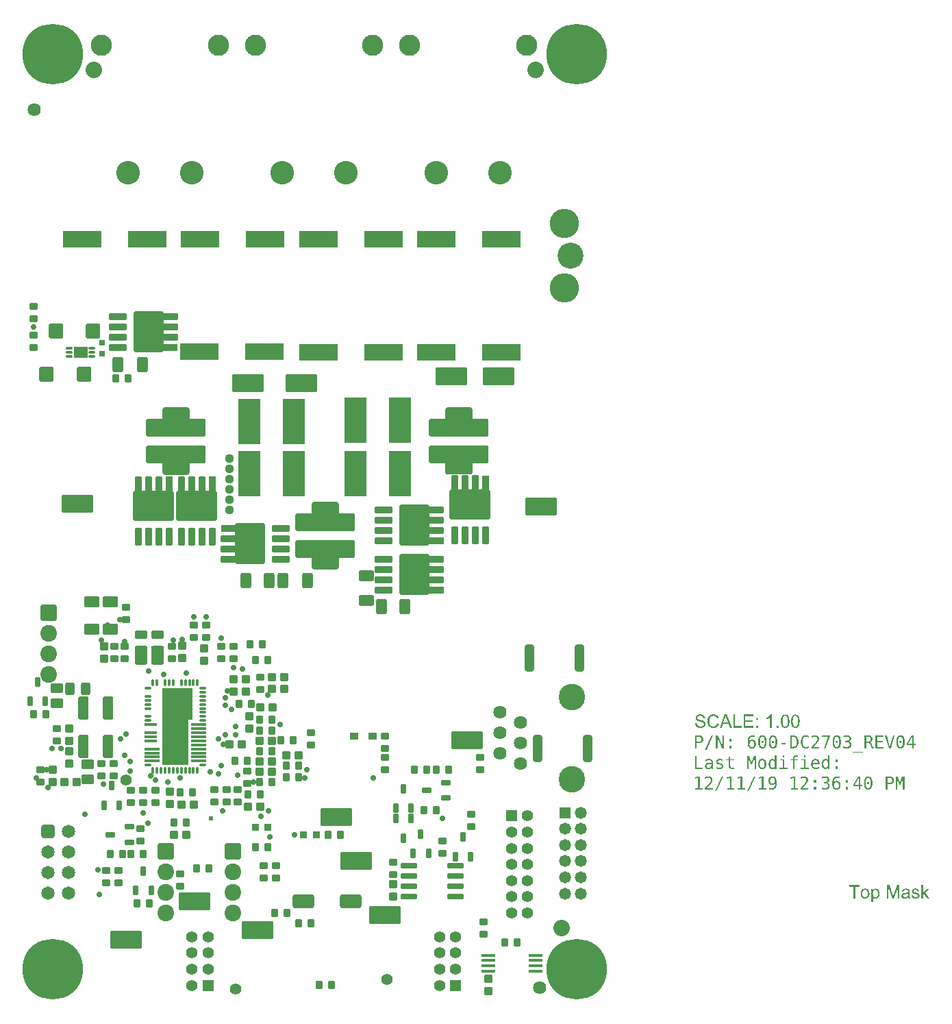
<source format=gbr>
%TF.GenerationSoftware,Altium Limited,Altium Designer,20.0.9 (164)*%
G04 Layer_Color=8388736*
%FSLAX26Y26*%
%MOIN*%
%TF.FileFunction,Soldermask,Top*%
%TF.Part,Single*%
G01*
G75*
%TA.AperFunction,ViaPad*%
%ADD79C,0.024000*%
%ADD80C,0.030000*%
%TA.AperFunction,FiducialPad,Global*%
%ADD114C,0.080000*%
%TA.AperFunction,ComponentPad*%
%ADD120C,0.126299*%
%ADD122C,0.065000*%
%ADD124C,0.115000*%
%ADD125C,0.103425*%
G04:AMPARAMS|DCode=127|XSize=81mil|YSize=81mil|CornerRadius=13.9mil|HoleSize=0mil|Usage=FLASHONLY|Rotation=270.000|XOffset=0mil|YOffset=0mil|HoleType=Round|Shape=RoundedRectangle|*
%AMROUNDEDRECTD127*
21,1,0.081000,0.053200,0,0,270.0*
21,1,0.053200,0.081000,0,0,270.0*
1,1,0.027800,-0.026600,-0.026600*
1,1,0.027800,-0.026600,0.026600*
1,1,0.027800,0.026600,0.026600*
1,1,0.027800,0.026600,-0.026600*
%
%ADD127ROUNDEDRECTD127*%
%ADD128C,0.081000*%
%ADD129C,0.064000*%
%ADD130C,0.129000*%
%ADD131C,0.295000*%
%ADD132C,0.058000*%
G04:AMPARAMS|DCode=133|XSize=55mil|YSize=55mil|CornerRadius=7.5mil|HoleSize=0mil|Usage=FLASHONLY|Rotation=270.000|XOffset=0mil|YOffset=0mil|HoleType=Round|Shape=RoundedRectangle|*
%AMROUNDEDRECTD133*
21,1,0.055000,0.040000,0,0,270.0*
21,1,0.040000,0.055000,0,0,270.0*
1,1,0.015000,-0.020000,-0.020000*
1,1,0.015000,-0.020000,0.020000*
1,1,0.015000,0.020000,0.020000*
1,1,0.015000,0.020000,-0.020000*
%
%ADD133ROUNDEDRECTD133*%
G04:AMPARAMS|DCode=134|XSize=65mil|YSize=65mil|CornerRadius=11.5mil|HoleSize=0mil|Usage=FLASHONLY|Rotation=270.000|XOffset=0mil|YOffset=0mil|HoleType=Round|Shape=RoundedRectangle|*
%AMROUNDEDRECTD134*
21,1,0.065000,0.042000,0,0,270.0*
21,1,0.042000,0.065000,0,0,270.0*
1,1,0.023000,-0.021000,-0.021000*
1,1,0.023000,-0.021000,0.021000*
1,1,0.023000,0.021000,0.021000*
1,1,0.023000,0.021000,-0.021000*
%
%ADD134ROUNDEDRECTD134*%
%TA.AperFunction,ViaPad*%
%ADD135C,0.028000*%
%TA.AperFunction,TestPad*%
%ADD136C,0.028000*%
%TA.AperFunction,ViaPad*%
%ADD137C,0.034000*%
%ADD138C,0.044000*%
%TA.AperFunction,NonConductor*%
%ADD190R,0.025197X0.154724*%
%TA.AperFunction,SMDPad,CuDef*%
G04:AMPARAMS|DCode=191|XSize=131mil|YSize=85mil|CornerRadius=10.5mil|HoleSize=0mil|Usage=FLASHONLY|Rotation=180.000|XOffset=0mil|YOffset=0mil|HoleType=Round|Shape=RoundedRectangle|*
%AMROUNDEDRECTD191*
21,1,0.131000,0.064000,0,0,180.0*
21,1,0.110000,0.085000,0,0,180.0*
1,1,0.021000,-0.055000,0.032000*
1,1,0.021000,0.055000,0.032000*
1,1,0.021000,0.055000,-0.032000*
1,1,0.021000,-0.055000,-0.032000*
%
%ADD191ROUNDEDRECTD191*%
G04:AMPARAMS|DCode=192|XSize=290mil|YSize=85mil|CornerRadius=6.5mil|HoleSize=0mil|Usage=FLASHONLY|Rotation=180.000|XOffset=0mil|YOffset=0mil|HoleType=Round|Shape=RoundedRectangle|*
%AMROUNDEDRECTD192*
21,1,0.290000,0.072000,0,0,180.0*
21,1,0.277000,0.085000,0,0,180.0*
1,1,0.013000,-0.138500,0.036000*
1,1,0.013000,0.138500,0.036000*
1,1,0.013000,0.138500,-0.036000*
1,1,0.013000,-0.138500,-0.036000*
%
%ADD192ROUNDEDRECTD192*%
G04:AMPARAMS|DCode=193|XSize=131mil|YSize=83mil|CornerRadius=10.3mil|HoleSize=0mil|Usage=FLASHONLY|Rotation=180.000|XOffset=0mil|YOffset=0mil|HoleType=Round|Shape=RoundedRectangle|*
%AMROUNDEDRECTD193*
21,1,0.131000,0.062400,0,0,180.0*
21,1,0.110400,0.083000,0,0,180.0*
1,1,0.020600,-0.055200,0.031200*
1,1,0.020600,0.055200,0.031200*
1,1,0.020600,0.055200,-0.031200*
1,1,0.020600,-0.055200,-0.031200*
%
%ADD193ROUNDEDRECTD193*%
G04:AMPARAMS|DCode=194|XSize=31.496mil|YSize=13.78mil|CornerRadius=2.953mil|HoleSize=0mil|Usage=FLASHONLY|Rotation=180.000|XOffset=0mil|YOffset=0mil|HoleType=Round|Shape=RoundedRectangle|*
%AMROUNDEDRECTD194*
21,1,0.031496,0.007874,0,0,180.0*
21,1,0.025591,0.013780,0,0,180.0*
1,1,0.005905,-0.012795,0.003937*
1,1,0.005905,0.012795,0.003937*
1,1,0.005905,0.012795,-0.003937*
1,1,0.005905,-0.012795,-0.003937*
%
%ADD194ROUNDEDRECTD194*%
G04:AMPARAMS|DCode=195|XSize=74.803mil|YSize=13.78mil|CornerRadius=2.953mil|HoleSize=0mil|Usage=FLASHONLY|Rotation=180.000|XOffset=0mil|YOffset=0mil|HoleType=Round|Shape=RoundedRectangle|*
%AMROUNDEDRECTD195*
21,1,0.074803,0.007874,0,0,180.0*
21,1,0.068898,0.013780,0,0,180.0*
1,1,0.005905,-0.034449,0.003937*
1,1,0.005905,0.034449,0.003937*
1,1,0.005905,0.034449,-0.003937*
1,1,0.005905,-0.034449,-0.003937*
%
%ADD195ROUNDEDRECTD195*%
G04:AMPARAMS|DCode=196|XSize=31.496mil|YSize=13.78mil|CornerRadius=2.953mil|HoleSize=0mil|Usage=FLASHONLY|Rotation=90.000|XOffset=0mil|YOffset=0mil|HoleType=Round|Shape=RoundedRectangle|*
%AMROUNDEDRECTD196*
21,1,0.031496,0.007874,0,0,90.0*
21,1,0.025591,0.013780,0,0,90.0*
1,1,0.005905,0.003937,0.012795*
1,1,0.005905,0.003937,-0.012795*
1,1,0.005905,-0.003937,-0.012795*
1,1,0.005905,-0.003937,0.012795*
%
%ADD196ROUNDEDRECTD196*%
G04:AMPARAMS|DCode=197|XSize=62.992mil|YSize=13.78mil|CornerRadius=2.953mil|HoleSize=0mil|Usage=FLASHONLY|Rotation=180.000|XOffset=0mil|YOffset=0mil|HoleType=Round|Shape=RoundedRectangle|*
%AMROUNDEDRECTD197*
21,1,0.062992,0.007874,0,0,180.0*
21,1,0.057087,0.013780,0,0,180.0*
1,1,0.005905,-0.028543,0.003937*
1,1,0.005905,0.028543,0.003937*
1,1,0.005905,0.028543,-0.003937*
1,1,0.005905,-0.028543,-0.003937*
%
%ADD197ROUNDEDRECTD197*%
%ADD198R,0.127953X0.373228*%
G04:AMPARAMS|DCode=199|XSize=75.866mil|YSize=50.276mil|CornerRadius=9.291mil|HoleSize=0mil|Usage=FLASHONLY|Rotation=90.000|XOffset=0mil|YOffset=0mil|HoleType=Round|Shape=RoundedRectangle|*
%AMROUNDEDRECTD199*
21,1,0.075866,0.031693,0,0,90.0*
21,1,0.057283,0.050276,0,0,90.0*
1,1,0.018583,0.015847,0.028642*
1,1,0.018583,0.015847,-0.028642*
1,1,0.018583,-0.015847,-0.028642*
1,1,0.018583,-0.015847,0.028642*
%
%ADD199ROUNDEDRECTD199*%
G04:AMPARAMS|DCode=200|XSize=35mil|YSize=39mil|CornerRadius=6.25mil|HoleSize=0mil|Usage=FLASHONLY|Rotation=0.000|XOffset=0mil|YOffset=0mil|HoleType=Round|Shape=RoundedRectangle|*
%AMROUNDEDRECTD200*
21,1,0.035000,0.026500,0,0,0.0*
21,1,0.022500,0.039000,0,0,0.0*
1,1,0.012500,0.011250,-0.013250*
1,1,0.012500,-0.011250,-0.013250*
1,1,0.012500,-0.011250,0.013250*
1,1,0.012500,0.011250,0.013250*
%
%ADD200ROUNDEDRECTD200*%
G04:AMPARAMS|DCode=201|XSize=104mil|YSize=69mil|CornerRadius=11.75mil|HoleSize=0mil|Usage=FLASHONLY|Rotation=180.000|XOffset=0mil|YOffset=0mil|HoleType=Round|Shape=RoundedRectangle|*
%AMROUNDEDRECTD201*
21,1,0.104000,0.045500,0,0,180.0*
21,1,0.080500,0.069000,0,0,180.0*
1,1,0.023500,-0.040250,0.022750*
1,1,0.023500,0.040250,0.022750*
1,1,0.023500,0.040250,-0.022750*
1,1,0.023500,-0.040250,-0.022750*
%
%ADD201ROUNDEDRECTD201*%
G04:AMPARAMS|DCode=202|XSize=155mil|YSize=85mil|CornerRadius=6.5mil|HoleSize=0mil|Usage=FLASHONLY|Rotation=0.000|XOffset=0mil|YOffset=0mil|HoleType=Round|Shape=RoundedRectangle|*
%AMROUNDEDRECTD202*
21,1,0.155000,0.072000,0,0,0.0*
21,1,0.142000,0.085000,0,0,0.0*
1,1,0.013000,0.071000,-0.036000*
1,1,0.013000,-0.071000,-0.036000*
1,1,0.013000,-0.071000,0.036000*
1,1,0.013000,0.071000,0.036000*
%
%ADD202ROUNDEDRECTD202*%
G04:AMPARAMS|DCode=203|XSize=79mil|YSize=29mil|CornerRadius=6.1mil|HoleSize=0mil|Usage=FLASHONLY|Rotation=180.000|XOffset=0mil|YOffset=0mil|HoleType=Round|Shape=RoundedRectangle|*
%AMROUNDEDRECTD203*
21,1,0.079000,0.016800,0,0,180.0*
21,1,0.066800,0.029000,0,0,180.0*
1,1,0.012200,-0.033400,0.008400*
1,1,0.012200,0.033400,0.008400*
1,1,0.012200,0.033400,-0.008400*
1,1,0.012200,-0.033400,-0.008400*
%
%ADD203ROUNDEDRECTD203*%
G04:AMPARAMS|DCode=204|XSize=28.622mil|YSize=44.37mil|CornerRadius=6.043mil|HoleSize=0mil|Usage=FLASHONLY|Rotation=180.000|XOffset=0mil|YOffset=0mil|HoleType=Round|Shape=RoundedRectangle|*
%AMROUNDEDRECTD204*
21,1,0.028622,0.032283,0,0,180.0*
21,1,0.016535,0.044370,0,0,180.0*
1,1,0.012087,-0.008268,0.016142*
1,1,0.012087,0.008268,0.016142*
1,1,0.012087,0.008268,-0.016142*
1,1,0.012087,-0.008268,-0.016142*
%
%ADD204ROUNDEDRECTD204*%
G04:AMPARAMS|DCode=205|XSize=28.622mil|YSize=44.37mil|CornerRadius=6.043mil|HoleSize=0mil|Usage=FLASHONLY|Rotation=270.000|XOffset=0mil|YOffset=0mil|HoleType=Round|Shape=RoundedRectangle|*
%AMROUNDEDRECTD205*
21,1,0.028622,0.032283,0,0,270.0*
21,1,0.016535,0.044370,0,0,270.0*
1,1,0.012087,-0.016142,-0.008268*
1,1,0.012087,-0.016142,0.008268*
1,1,0.012087,0.016142,0.008268*
1,1,0.012087,0.016142,-0.008268*
%
%ADD205ROUNDEDRECTD205*%
G04:AMPARAMS|DCode=206|XSize=43mil|YSize=41mil|CornerRadius=5.92mil|HoleSize=0mil|Usage=FLASHONLY|Rotation=0.000|XOffset=0mil|YOffset=0mil|HoleType=Round|Shape=RoundedRectangle|*
%AMROUNDEDRECTD206*
21,1,0.043000,0.029160,0,0,0.0*
21,1,0.031160,0.041000,0,0,0.0*
1,1,0.011840,0.015580,-0.014580*
1,1,0.011840,-0.015580,-0.014580*
1,1,0.011840,-0.015580,0.014580*
1,1,0.011840,0.015580,0.014580*
%
%ADD206ROUNDEDRECTD206*%
%ADD207R,0.068961X0.057150*%
G04:AMPARAMS|DCode=208|XSize=31.559mil|YSize=13.842mil|CornerRadius=3.476mil|HoleSize=0mil|Usage=FLASHONLY|Rotation=180.000|XOffset=0mil|YOffset=0mil|HoleType=Round|Shape=RoundedRectangle|*
%AMROUNDEDRECTD208*
21,1,0.031559,0.006890,0,0,180.0*
21,1,0.024606,0.013842,0,0,180.0*
1,1,0.006953,-0.012303,0.003445*
1,1,0.006953,0.012303,0.003445*
1,1,0.006953,0.012303,-0.003445*
1,1,0.006953,-0.012303,-0.003445*
%
%ADD208ROUNDEDRECTD208*%
%ADD209R,0.069000X0.017000*%
G04:AMPARAMS|DCode=210|XSize=91.614mil|YSize=60.118mil|CornerRadius=8.012mil|HoleSize=0mil|Usage=FLASHONLY|Rotation=270.000|XOffset=0mil|YOffset=0mil|HoleType=Round|Shape=RoundedRectangle|*
%AMROUNDEDRECTD210*
21,1,0.091614,0.044094,0,0,270.0*
21,1,0.075591,0.060118,0,0,270.0*
1,1,0.016024,-0.022047,-0.037795*
1,1,0.016024,-0.022047,0.037795*
1,1,0.016024,0.022047,0.037795*
1,1,0.016024,0.022047,-0.037795*
%
%ADD210ROUNDEDRECTD210*%
G04:AMPARAMS|DCode=211|XSize=60.118mil|YSize=40.433mil|CornerRadius=6.043mil|HoleSize=0mil|Usage=FLASHONLY|Rotation=180.000|XOffset=0mil|YOffset=0mil|HoleType=Round|Shape=RoundedRectangle|*
%AMROUNDEDRECTD211*
21,1,0.060118,0.028346,0,0,180.0*
21,1,0.048032,0.040433,0,0,180.0*
1,1,0.012087,-0.024016,0.014173*
1,1,0.012087,0.024016,0.014173*
1,1,0.012087,0.024016,-0.014173*
1,1,0.012087,-0.024016,-0.014173*
%
%ADD211ROUNDEDRECTD211*%
G04:AMPARAMS|DCode=212|XSize=75mil|YSize=55mil|CornerRadius=5.5mil|HoleSize=0mil|Usage=FLASHONLY|Rotation=180.000|XOffset=0mil|YOffset=0mil|HoleType=Round|Shape=RoundedRectangle|*
%AMROUNDEDRECTD212*
21,1,0.075000,0.044000,0,0,180.0*
21,1,0.064000,0.055000,0,0,180.0*
1,1,0.011000,-0.032000,0.022000*
1,1,0.011000,0.032000,0.022000*
1,1,0.011000,0.032000,-0.022000*
1,1,0.011000,-0.032000,-0.022000*
%
%ADD212ROUNDEDRECTD212*%
G04:AMPARAMS|DCode=213|XSize=28.622mil|YSize=29.803mil|CornerRadius=3.681mil|HoleSize=0mil|Usage=FLASHONLY|Rotation=90.000|XOffset=0mil|YOffset=0mil|HoleType=Round|Shape=RoundedRectangle|*
%AMROUNDEDRECTD213*
21,1,0.028622,0.022441,0,0,90.0*
21,1,0.021260,0.029803,0,0,90.0*
1,1,0.007362,0.011220,0.010630*
1,1,0.007362,0.011220,-0.010630*
1,1,0.007362,-0.011220,-0.010630*
1,1,0.007362,-0.011220,0.010630*
%
%ADD213ROUNDEDRECTD213*%
G04:AMPARAMS|DCode=214|XSize=71mil|YSize=70mil|CornerRadius=5.75mil|HoleSize=0mil|Usage=FLASHONLY|Rotation=270.000|XOffset=0mil|YOffset=0mil|HoleType=Round|Shape=RoundedRectangle|*
%AMROUNDEDRECTD214*
21,1,0.071000,0.058500,0,0,270.0*
21,1,0.059500,0.070000,0,0,270.0*
1,1,0.011500,-0.029250,-0.029750*
1,1,0.011500,-0.029250,0.029750*
1,1,0.011500,0.029250,0.029750*
1,1,0.011500,0.029250,-0.029750*
%
%ADD214ROUNDEDRECTD214*%
%ADD215R,0.110299X0.220535*%
G04:AMPARAMS|DCode=216|XSize=85mil|YSize=35mil|CornerRadius=6.25mil|HoleSize=0mil|Usage=FLASHONLY|Rotation=0.000|XOffset=0mil|YOffset=0mil|HoleType=Round|Shape=RoundedRectangle|*
%AMROUNDEDRECTD216*
21,1,0.085000,0.022500,0,0,0.0*
21,1,0.072500,0.035000,0,0,0.0*
1,1,0.012500,0.036250,-0.011250*
1,1,0.012500,-0.036250,-0.011250*
1,1,0.012500,-0.036250,0.011250*
1,1,0.012500,0.036250,0.011250*
%
%ADD216ROUNDEDRECTD216*%
G04:AMPARAMS|DCode=217|XSize=115mil|YSize=35mil|CornerRadius=4mil|HoleSize=0mil|Usage=FLASHONLY|Rotation=0.000|XOffset=0mil|YOffset=0mil|HoleType=Round|Shape=RoundedRectangle|*
%AMROUNDEDRECTD217*
21,1,0.115000,0.027000,0,0,0.0*
21,1,0.107000,0.035000,0,0,0.0*
1,1,0.008000,0.053500,-0.013500*
1,1,0.008000,-0.053500,-0.013500*
1,1,0.008000,-0.053500,0.013500*
1,1,0.008000,0.053500,0.013500*
%
%ADD217ROUNDEDRECTD217*%
G04:AMPARAMS|DCode=218|XSize=85mil|YSize=35mil|CornerRadius=4mil|HoleSize=0mil|Usage=FLASHONLY|Rotation=0.000|XOffset=0mil|YOffset=0mil|HoleType=Round|Shape=RoundedRectangle|*
%AMROUNDEDRECTD218*
21,1,0.085000,0.027000,0,0,0.0*
21,1,0.077000,0.035000,0,0,0.0*
1,1,0.008000,0.038500,-0.013500*
1,1,0.008000,-0.038500,-0.013500*
1,1,0.008000,-0.038500,0.013500*
1,1,0.008000,0.038500,0.013500*
%
%ADD218ROUNDEDRECTD218*%
G04:AMPARAMS|DCode=219|XSize=200mil|YSize=145mil|CornerRadius=9.5mil|HoleSize=0mil|Usage=FLASHONLY|Rotation=270.000|XOffset=0mil|YOffset=0mil|HoleType=Round|Shape=RoundedRectangle|*
%AMROUNDEDRECTD219*
21,1,0.200000,0.126000,0,0,270.0*
21,1,0.181000,0.145000,0,0,270.0*
1,1,0.019000,-0.063000,-0.090500*
1,1,0.019000,-0.063000,0.090500*
1,1,0.019000,0.063000,0.090500*
1,1,0.019000,0.063000,-0.090500*
%
%ADD219ROUNDEDRECTD219*%
G04:AMPARAMS|DCode=220|XSize=85mil|YSize=35mil|CornerRadius=6.25mil|HoleSize=0mil|Usage=FLASHONLY|Rotation=90.000|XOffset=0mil|YOffset=0mil|HoleType=Round|Shape=RoundedRectangle|*
%AMROUNDEDRECTD220*
21,1,0.085000,0.022500,0,0,90.0*
21,1,0.072500,0.035000,0,0,90.0*
1,1,0.012500,0.011250,0.036250*
1,1,0.012500,0.011250,-0.036250*
1,1,0.012500,-0.011250,-0.036250*
1,1,0.012500,-0.011250,0.036250*
%
%ADD220ROUNDEDRECTD220*%
G04:AMPARAMS|DCode=221|XSize=115mil|YSize=35mil|CornerRadius=4mil|HoleSize=0mil|Usage=FLASHONLY|Rotation=90.000|XOffset=0mil|YOffset=0mil|HoleType=Round|Shape=RoundedRectangle|*
%AMROUNDEDRECTD221*
21,1,0.115000,0.027000,0,0,90.0*
21,1,0.107000,0.035000,0,0,90.0*
1,1,0.008000,0.013500,0.053500*
1,1,0.008000,0.013500,-0.053500*
1,1,0.008000,-0.013500,-0.053500*
1,1,0.008000,-0.013500,0.053500*
%
%ADD221ROUNDEDRECTD221*%
G04:AMPARAMS|DCode=222|XSize=85mil|YSize=35mil|CornerRadius=4mil|HoleSize=0mil|Usage=FLASHONLY|Rotation=90.000|XOffset=0mil|YOffset=0mil|HoleType=Round|Shape=RoundedRectangle|*
%AMROUNDEDRECTD222*
21,1,0.085000,0.027000,0,0,90.0*
21,1,0.077000,0.035000,0,0,90.0*
1,1,0.008000,0.013500,0.038500*
1,1,0.008000,0.013500,-0.038500*
1,1,0.008000,-0.013500,-0.038500*
1,1,0.008000,-0.013500,0.038500*
%
%ADD222ROUNDEDRECTD222*%
G04:AMPARAMS|DCode=223|XSize=200mil|YSize=145mil|CornerRadius=9.5mil|HoleSize=0mil|Usage=FLASHONLY|Rotation=0.000|XOffset=0mil|YOffset=0mil|HoleType=Round|Shape=RoundedRectangle|*
%AMROUNDEDRECTD223*
21,1,0.200000,0.126000,0,0,0.0*
21,1,0.181000,0.145000,0,0,0.0*
1,1,0.019000,0.090500,-0.063000*
1,1,0.019000,-0.090500,-0.063000*
1,1,0.019000,-0.090500,0.063000*
1,1,0.019000,0.090500,0.063000*
%
%ADD223ROUNDEDRECTD223*%
G04:AMPARAMS|DCode=224|XSize=75.866mil|YSize=50.276mil|CornerRadius=9.291mil|HoleSize=0mil|Usage=FLASHONLY|Rotation=180.000|XOffset=0mil|YOffset=0mil|HoleType=Round|Shape=RoundedRectangle|*
%AMROUNDEDRECTD224*
21,1,0.075866,0.031693,0,0,180.0*
21,1,0.057283,0.050276,0,0,180.0*
1,1,0.018583,-0.028642,0.015847*
1,1,0.018583,0.028642,0.015847*
1,1,0.018583,0.028642,-0.015847*
1,1,0.018583,-0.028642,-0.015847*
%
%ADD224ROUNDEDRECTD224*%
G04:AMPARAMS|DCode=225|XSize=131mil|YSize=45mil|CornerRadius=9.5mil|HoleSize=0mil|Usage=FLASHONLY|Rotation=90.000|XOffset=0mil|YOffset=0mil|HoleType=Round|Shape=RoundedRectangle|*
%AMROUNDEDRECTD225*
21,1,0.131000,0.026000,0,0,90.0*
21,1,0.112000,0.045000,0,0,90.0*
1,1,0.019000,0.013000,0.056000*
1,1,0.019000,0.013000,-0.056000*
1,1,0.019000,-0.013000,-0.056000*
1,1,0.019000,-0.013000,0.056000*
%
%ADD225ROUNDEDRECTD225*%
G04:AMPARAMS|DCode=226|XSize=35mil|YSize=39mil|CornerRadius=6.25mil|HoleSize=0mil|Usage=FLASHONLY|Rotation=90.000|XOffset=0mil|YOffset=0mil|HoleType=Round|Shape=RoundedRectangle|*
%AMROUNDEDRECTD226*
21,1,0.035000,0.026500,0,0,90.0*
21,1,0.022500,0.039000,0,0,90.0*
1,1,0.012500,0.013250,0.011250*
1,1,0.012500,0.013250,-0.011250*
1,1,0.012500,-0.013250,-0.011250*
1,1,0.012500,-0.013250,0.011250*
%
%ADD226ROUNDEDRECTD226*%
G04:AMPARAMS|DCode=227|XSize=111mil|YSize=50mil|CornerRadius=6.1mil|HoleSize=0mil|Usage=FLASHONLY|Rotation=270.000|XOffset=0mil|YOffset=0mil|HoleType=Round|Shape=RoundedRectangle|*
%AMROUNDEDRECTD227*
21,1,0.111000,0.037800,0,0,270.0*
21,1,0.098800,0.050000,0,0,270.0*
1,1,0.012200,-0.018900,-0.049400*
1,1,0.012200,-0.018900,0.049400*
1,1,0.012200,0.018900,0.049400*
1,1,0.012200,0.018900,-0.049400*
%
%ADD227ROUNDEDRECTD227*%
G04:AMPARAMS|DCode=228|XSize=36mil|YSize=36mil|CornerRadius=4.05mil|HoleSize=0mil|Usage=FLASHONLY|Rotation=0.000|XOffset=0mil|YOffset=0mil|HoleType=Round|Shape=RoundedRectangle|*
%AMROUNDEDRECTD228*
21,1,0.036000,0.027900,0,0,0.0*
21,1,0.027900,0.036000,0,0,0.0*
1,1,0.008100,0.013950,-0.013950*
1,1,0.008100,-0.013950,-0.013950*
1,1,0.008100,-0.013950,0.013950*
1,1,0.008100,0.013950,0.013950*
%
%ADD228ROUNDEDRECTD228*%
G04:AMPARAMS|DCode=229|XSize=60.118mil|YSize=46.339mil|CornerRadius=8.701mil|HoleSize=0mil|Usage=FLASHONLY|Rotation=180.000|XOffset=0mil|YOffset=0mil|HoleType=Round|Shape=RoundedRectangle|*
%AMROUNDEDRECTD229*
21,1,0.060118,0.028937,0,0,180.0*
21,1,0.042717,0.046339,0,0,180.0*
1,1,0.017402,-0.021358,0.014469*
1,1,0.017402,0.021358,0.014469*
1,1,0.017402,0.021358,-0.014469*
1,1,0.017402,-0.021358,-0.014469*
%
%ADD229ROUNDEDRECTD229*%
G04:AMPARAMS|DCode=230|XSize=60.118mil|YSize=46.339mil|CornerRadius=8.701mil|HoleSize=0mil|Usage=FLASHONLY|Rotation=90.000|XOffset=0mil|YOffset=0mil|HoleType=Round|Shape=RoundedRectangle|*
%AMROUNDEDRECTD230*
21,1,0.060118,0.028937,0,0,90.0*
21,1,0.042717,0.046339,0,0,90.0*
1,1,0.017402,0.014469,0.021358*
1,1,0.017402,0.014469,-0.021358*
1,1,0.017402,-0.014469,-0.021358*
1,1,0.017402,-0.014469,0.021358*
%
%ADD230ROUNDEDRECTD230*%
G04:AMPARAMS|DCode=231|XSize=43mil|YSize=41mil|CornerRadius=5.92mil|HoleSize=0mil|Usage=FLASHONLY|Rotation=90.000|XOffset=0mil|YOffset=0mil|HoleType=Round|Shape=RoundedRectangle|*
%AMROUNDEDRECTD231*
21,1,0.043000,0.029160,0,0,90.0*
21,1,0.031160,0.041000,0,0,90.0*
1,1,0.011840,0.014580,0.015580*
1,1,0.011840,0.014580,-0.015580*
1,1,0.011840,-0.014580,-0.015580*
1,1,0.011840,-0.014580,0.015580*
%
%ADD231ROUNDEDRECTD231*%
%ADD232R,0.044000X0.034000*%
%TA.AperFunction,ComponentPad*%
%ADD233C,0.142795*%
%TA.AperFunction,TestPad*%
%ADD234C,0.055000*%
%TA.AperFunction,ComponentPad*%
%ADD235C,0.055000*%
%ADD236R,0.185102X0.082740*%
G36*
X3993056Y1113594D02*
X3993913Y1113498D01*
X3994960Y1113403D01*
X3997245Y1113022D01*
X3997435D01*
X3997816Y1112927D01*
X3998387Y1112737D01*
X3999149Y1112546D01*
X4000101Y1112261D01*
X4001148Y1111975D01*
X4003338Y1111214D01*
Y1103407D01*
X4003242Y1103502D01*
X4002862Y1103693D01*
X4002290Y1103978D01*
X4001624Y1104264D01*
X4000767Y1104645D01*
X3999815Y1105026D01*
X3997626Y1105692D01*
X3997530D01*
X3997150Y1105787D01*
X3996483Y1105978D01*
X3995722Y1106168D01*
X3994865Y1106263D01*
X3993818Y1106454D01*
X3991438Y1106549D01*
X3990676D01*
X3990105Y1106454D01*
X3989438Y1106358D01*
X3988677Y1106263D01*
X3986963Y1105787D01*
X3984964Y1105026D01*
X3983917Y1104550D01*
X3982965Y1103978D01*
X3981918Y1103312D01*
X3980966Y1102455D01*
X3980109Y1101503D01*
X3979252Y1100456D01*
Y1100361D01*
X3979062Y1100170D01*
X3978871Y1099790D01*
X3978586Y1099314D01*
X3978300Y1098647D01*
X3977919Y1097886D01*
X3977634Y1097029D01*
X3977253Y1095982D01*
X3976872Y1094744D01*
X3976491Y1093411D01*
X3976110Y1091983D01*
X3975825Y1090365D01*
X3975539Y1088556D01*
X3975349Y1086747D01*
X3975254Y1084748D01*
X3975163Y1082658D01*
X3975254Y1082749D01*
X3975539Y1083225D01*
X3976015Y1083986D01*
X3976586Y1084938D01*
X3977348Y1085986D01*
X3978300Y1087033D01*
X3979442Y1088080D01*
X3980680Y1089032D01*
X3980870Y1089127D01*
X3981346Y1089413D01*
X3982108Y1089794D01*
X3983060Y1090174D01*
X3984298Y1090555D01*
X3985630Y1090936D01*
X3987249Y1091222D01*
X3988867Y1091317D01*
X3989724D01*
X3990390Y1091222D01*
X3991152Y1091126D01*
X3992009Y1091031D01*
X3992961Y1090841D01*
X3994008Y1090650D01*
X3996293Y1089984D01*
X3997435Y1089508D01*
X3998578Y1088937D01*
X3999720Y1088270D01*
X4000862Y1087604D01*
X4001910Y1086652D01*
X4002862Y1085700D01*
X4002957Y1085605D01*
X4003052Y1085414D01*
X4003338Y1085129D01*
X4003623Y1084653D01*
X4004004Y1084082D01*
X4004480Y1083415D01*
X4004956Y1082558D01*
X4005432Y1081702D01*
X4005813Y1080654D01*
X4006289Y1079417D01*
X4006765Y1078179D01*
X4007146Y1076751D01*
X4007431Y1075228D01*
X4007717Y1073610D01*
X4007812Y1071896D01*
X4007907Y1069992D01*
Y1069897D01*
Y1069516D01*
Y1069040D01*
X4007812Y1068374D01*
X4007717Y1067517D01*
X4007622Y1066470D01*
X4007526Y1065422D01*
X4007241Y1064280D01*
X4006670Y1061710D01*
X4005718Y1059139D01*
X4005146Y1057806D01*
X4004480Y1056569D01*
X4003718Y1055426D01*
X4002766Y1054284D01*
X4002671Y1054189D01*
X4002576Y1054094D01*
X4002195Y1053808D01*
X4001814Y1053427D01*
X4001338Y1053046D01*
X4000672Y1052570D01*
X3999910Y1051999D01*
X3999054Y1051523D01*
X3998102Y1051047D01*
X3996959Y1050476D01*
X3995817Y1050000D01*
X3994579Y1049619D01*
X3993151Y1049238D01*
X3991628Y1049048D01*
X3990105Y1048858D01*
X3988391Y1048762D01*
X3987915D01*
X3987344Y1048858D01*
X3986582D01*
X3985726Y1049048D01*
X3984678Y1049143D01*
X3983536Y1049429D01*
X3982298Y1049714D01*
X3980966Y1050190D01*
X3979633Y1050666D01*
X3978300Y1051333D01*
X3977062Y1052094D01*
X3975730Y1052951D01*
X3974492Y1053998D01*
X3973445Y1055236D01*
X3972398Y1056569D01*
X3972302Y1056664D01*
X3972207Y1056950D01*
X3971922Y1057426D01*
X3971636Y1058092D01*
X3971255Y1058854D01*
X3970779Y1059901D01*
X3970303Y1061138D01*
X3969922Y1062566D01*
X3969446Y1064185D01*
X3968970Y1065994D01*
X3968494Y1067993D01*
X3968114Y1070182D01*
X3967828Y1072658D01*
X3967542Y1075228D01*
X3967447Y1078084D01*
X3967352Y1081130D01*
Y1081321D01*
Y1081797D01*
Y1082654D01*
X3967447Y1083701D01*
X3967542Y1085034D01*
X3967638Y1086557D01*
X3967828Y1088270D01*
X3968114Y1090079D01*
X3968399Y1092078D01*
X3968875Y1093982D01*
X3969351Y1096077D01*
X3969922Y1098076D01*
X3970589Y1099980D01*
X3971446Y1101884D01*
X3972398Y1103693D01*
X3973445Y1105311D01*
X3973540Y1105406D01*
X3973730Y1105692D01*
X3974111Y1106073D01*
X3974587Y1106644D01*
X3975254Y1107215D01*
X3976015Y1107977D01*
X3976872Y1108738D01*
X3977919Y1109500D01*
X3979157Y1110262D01*
X3980394Y1111023D01*
X3981918Y1111785D01*
X3983441Y1112356D01*
X3985154Y1112927D01*
X3986963Y1113308D01*
X3988962Y1113594D01*
X3991057Y1113689D01*
X3992199D01*
X3993056Y1113594D01*
D02*
G37*
G36*
X4044464Y1081892D02*
X4033897D01*
Y1094554D01*
X4044464D01*
Y1081892D01*
D02*
G37*
G36*
X3889383D02*
X3878816D01*
Y1094554D01*
X3889383D01*
Y1081892D01*
D02*
G37*
G36*
X4319878Y1050000D02*
X4312071D01*
Y1105311D01*
X4300838Y1072277D01*
X4294459D01*
X4283321Y1105311D01*
Y1050000D01*
X4275514D01*
Y1112642D01*
X4286748D01*
X4297601Y1080654D01*
X4308549Y1112642D01*
X4319878D01*
Y1050000D01*
D02*
G37*
G36*
X3935174Y1113594D02*
X3935936D01*
X3936793Y1113403D01*
X3937840Y1113308D01*
X3938887Y1113118D01*
X3941267Y1112546D01*
X3943742Y1111690D01*
X3944885Y1111214D01*
X3946122Y1110547D01*
X3947265Y1109881D01*
X3948312Y1109024D01*
X3948407Y1108929D01*
X3948598Y1108834D01*
X3948788Y1108548D01*
X3949169Y1108167D01*
X3949550Y1107691D01*
X3950026Y1107215D01*
X3951073Y1105787D01*
X3952120Y1104074D01*
X3952977Y1101979D01*
X3953358Y1100837D01*
X3953643Y1099599D01*
X3953738Y1098266D01*
X3953834Y1096934D01*
Y1096838D01*
Y1096743D01*
Y1096458D01*
Y1096077D01*
X3953643Y1095125D01*
X3953453Y1093887D01*
X3953072Y1092554D01*
X3952596Y1091126D01*
X3951834Y1089698D01*
X3950882Y1088270D01*
X3950787Y1088080D01*
X3950311Y1087699D01*
X3949740Y1087128D01*
X3948788Y1086366D01*
X3947646Y1085605D01*
X3946218Y1084748D01*
X3944504Y1084082D01*
X3942600Y1083415D01*
X3942695D01*
X3942886Y1083320D01*
X3943171Y1083225D01*
X3943647Y1083130D01*
X3944694Y1082654D01*
X3946027Y1082082D01*
X3947550Y1081321D01*
X3949074Y1080274D01*
X3950597Y1079036D01*
X3951930Y1077608D01*
X3952120Y1077418D01*
X3952501Y1076846D01*
X3952977Y1075990D01*
X3953643Y1074752D01*
X3954214Y1073324D01*
X3954786Y1071515D01*
X3955166Y1069516D01*
X3955262Y1067231D01*
Y1067136D01*
Y1066850D01*
Y1066374D01*
X3955166Y1065803D01*
X3955071Y1065042D01*
X3954976Y1064185D01*
X3954500Y1062281D01*
X3953834Y1060091D01*
X3953358Y1058949D01*
X3952786Y1057806D01*
X3952120Y1056759D01*
X3951263Y1055617D01*
X3950406Y1054570D01*
X3949359Y1053618D01*
X3949264Y1053522D01*
X3949074Y1053427D01*
X3948788Y1053142D01*
X3948312Y1052856D01*
X3947741Y1052475D01*
X3946979Y1052094D01*
X3946122Y1051618D01*
X3945170Y1051238D01*
X3944123Y1050762D01*
X3942886Y1050286D01*
X3941553Y1049905D01*
X3940125Y1049524D01*
X3938602Y1049238D01*
X3936983Y1048953D01*
X3935270Y1048858D01*
X3933366Y1048762D01*
X3931747D01*
X3930605Y1048858D01*
X3929272Y1048953D01*
X3927749Y1049048D01*
X3926226Y1049238D01*
X3924512Y1049524D01*
X3924322D01*
X3923750Y1049714D01*
X3922894Y1049810D01*
X3921751Y1050095D01*
X3920418Y1050476D01*
X3918895Y1050857D01*
X3915754Y1051904D01*
Y1060377D01*
X3915849D01*
X3915944Y1060282D01*
X3916515Y1059996D01*
X3917277Y1059615D01*
X3918419Y1059139D01*
X3919657Y1058568D01*
X3921085Y1057997D01*
X3922608Y1057426D01*
X3924131Y1056950D01*
X3924322D01*
X3924893Y1056759D01*
X3925654Y1056664D01*
X3926702Y1056474D01*
X3928034Y1056283D01*
X3929367Y1056093D01*
X3930890Y1055998D01*
X3932414Y1055902D01*
X3933080D01*
X3933556Y1055998D01*
X3934127D01*
X3934794Y1056093D01*
X3936317Y1056283D01*
X3938030Y1056664D01*
X3939839Y1057235D01*
X3941553Y1057997D01*
X3943076Y1059044D01*
X3943266Y1059234D01*
X3943647Y1059615D01*
X3944314Y1060377D01*
X3944980Y1061329D01*
X3945646Y1062662D01*
X3946313Y1064185D01*
X3946694Y1065994D01*
X3946884Y1068088D01*
Y1068183D01*
Y1068374D01*
Y1068659D01*
X3946789Y1068945D01*
X3946694Y1069992D01*
X3946408Y1071230D01*
X3945932Y1072562D01*
X3945266Y1073990D01*
X3944314Y1075418D01*
X3943076Y1076751D01*
X3942886Y1076846D01*
X3942410Y1077227D01*
X3941553Y1077798D01*
X3940410Y1078370D01*
X3938982Y1078941D01*
X3937269Y1079512D01*
X3935270Y1079893D01*
X3932985Y1079988D01*
X3926606D01*
Y1086938D01*
X3933937D01*
X3934984Y1087033D01*
X3936317Y1087223D01*
X3937840Y1087509D01*
X3939363Y1087985D01*
X3940791Y1088556D01*
X3942124Y1089413D01*
X3942314Y1089508D01*
X3942695Y1089889D01*
X3943171Y1090460D01*
X3943838Y1091317D01*
X3944409Y1092269D01*
X3944980Y1093506D01*
X3945361Y1094934D01*
X3945456Y1096553D01*
Y1096648D01*
Y1096743D01*
Y1097314D01*
X3945266Y1098171D01*
X3945075Y1099218D01*
X3944694Y1100456D01*
X3944218Y1101694D01*
X3943457Y1102836D01*
X3942410Y1103883D01*
X3942314Y1103978D01*
X3941838Y1104264D01*
X3941172Y1104740D01*
X3940220Y1105216D01*
X3938982Y1105692D01*
X3937459Y1106168D01*
X3935650Y1106454D01*
X3933651Y1106549D01*
X3932223D01*
X3931271Y1106454D01*
X3930129Y1106358D01*
X3928796Y1106168D01*
X3927463Y1105978D01*
X3925940Y1105692D01*
X3925750D01*
X3925274Y1105502D01*
X3924417Y1105311D01*
X3923370Y1105026D01*
X3922132Y1104740D01*
X3920799Y1104264D01*
X3919276Y1103788D01*
X3917658Y1103217D01*
Y1111023D01*
X3917753D01*
X3917848Y1111118D01*
X3918134D01*
X3918514Y1111214D01*
X3919466Y1111499D01*
X3920704Y1111785D01*
X3922037Y1112070D01*
X3923560Y1112451D01*
X3925083Y1112737D01*
X3926606Y1113022D01*
X3926797D01*
X3927273Y1113118D01*
X3928034Y1113213D01*
X3928986Y1113403D01*
X3930129Y1113498D01*
X3931271Y1113594D01*
X3933651Y1113689D01*
X3934508D01*
X3935174Y1113594D01*
D02*
G37*
G36*
X3677373D02*
X3678134D01*
X3678991Y1113403D01*
X3680038Y1113308D01*
X3681181Y1113022D01*
X3682418Y1112737D01*
X3683751Y1112261D01*
X3685084Y1111785D01*
X3686417Y1111118D01*
X3687654Y1110357D01*
X3688987Y1109500D01*
X3690225Y1108358D01*
X3691272Y1107215D01*
X3692319Y1105787D01*
X3692414Y1105692D01*
X3692510Y1105406D01*
X3692795Y1104930D01*
X3693081Y1104264D01*
X3693557Y1103502D01*
X3693938Y1102455D01*
X3694414Y1101218D01*
X3694890Y1099790D01*
X3695366Y1098171D01*
X3695842Y1096362D01*
X3696318Y1094363D01*
X3696698Y1092078D01*
X3696984Y1089698D01*
X3697270Y1087033D01*
X3697365Y1084177D01*
X3697460Y1081130D01*
Y1080940D01*
Y1080464D01*
Y1079607D01*
X3697365Y1078560D01*
X3697270Y1077227D01*
X3697174Y1075704D01*
X3696984Y1073990D01*
X3696698Y1072182D01*
X3696318Y1070278D01*
X3695937Y1068278D01*
X3695461Y1066279D01*
X3694890Y1064280D01*
X3694128Y1062376D01*
X3693271Y1060472D01*
X3692319Y1058663D01*
X3691272Y1057045D01*
X3691177Y1056950D01*
X3690986Y1056664D01*
X3690606Y1056283D01*
X3690130Y1055712D01*
X3689463Y1055141D01*
X3688702Y1054474D01*
X3687845Y1053713D01*
X3686798Y1052951D01*
X3685560Y1052094D01*
X3684227Y1051428D01*
X3682799Y1050666D01*
X3681276Y1050095D01*
X3679467Y1049524D01*
X3677658Y1049143D01*
X3675659Y1048858D01*
X3673565Y1048762D01*
X3672422D01*
X3671661Y1048858D01*
X3670709Y1048953D01*
X3669662Y1049048D01*
X3667377Y1049429D01*
X3667282D01*
X3666901Y1049524D01*
X3666234Y1049714D01*
X3665473Y1049905D01*
X3664616Y1050095D01*
X3663569Y1050476D01*
X3661474Y1051238D01*
Y1059044D01*
X3661570Y1058949D01*
X3661950Y1058758D01*
X3662426Y1058473D01*
X3663093Y1058187D01*
X3663950Y1057711D01*
X3664902Y1057330D01*
X3666996Y1056664D01*
X3667091D01*
X3667567Y1056569D01*
X3668138Y1056474D01*
X3668900Y1056283D01*
X3669852Y1056188D01*
X3670899Y1055998D01*
X3673279Y1055902D01*
X3674041D01*
X3674612Y1055998D01*
X3675278Y1056093D01*
X3676040Y1056188D01*
X3677849Y1056664D01*
X3679848Y1057330D01*
X3680800Y1057902D01*
X3681847Y1058473D01*
X3682799Y1059139D01*
X3683751Y1059901D01*
X3684703Y1060853D01*
X3685465Y1061900D01*
X3685560Y1061995D01*
X3685655Y1062186D01*
X3685846Y1062566D01*
X3686131Y1063042D01*
X3686417Y1063709D01*
X3686798Y1064470D01*
X3687178Y1065327D01*
X3687559Y1066470D01*
X3687940Y1067612D01*
X3688321Y1068945D01*
X3688702Y1070373D01*
X3688987Y1071991D01*
X3689273Y1073800D01*
X3689463Y1075609D01*
X3689654Y1077608D01*
Y1079798D01*
X3689558Y1079607D01*
X3689273Y1079131D01*
X3688797Y1078370D01*
X3688226Y1077418D01*
X3687369Y1076370D01*
X3686417Y1075323D01*
X3685274Y1074276D01*
X3684037Y1073324D01*
X3683846Y1073229D01*
X3683370Y1072943D01*
X3682704Y1072658D01*
X3681657Y1072277D01*
X3680514Y1071801D01*
X3679086Y1071515D01*
X3677563Y1071230D01*
X3675850Y1071134D01*
X3674993D01*
X3674326Y1071230D01*
X3673565Y1071325D01*
X3672708Y1071420D01*
X3671756Y1071610D01*
X3670709Y1071801D01*
X3668424Y1072467D01*
X3667282Y1072943D01*
X3666139Y1073514D01*
X3664997Y1074086D01*
X3663854Y1074847D01*
X3662807Y1075704D01*
X3661855Y1076656D01*
X3661760Y1076751D01*
X3661665Y1076942D01*
X3661379Y1077227D01*
X3661094Y1077703D01*
X3660713Y1078274D01*
X3660332Y1078941D01*
X3659856Y1079798D01*
X3659380Y1080750D01*
X3658904Y1081797D01*
X3658428Y1082939D01*
X3658047Y1084272D01*
X3657666Y1085700D01*
X3657381Y1087223D01*
X3657095Y1088842D01*
X3657000Y1090650D01*
X3656905Y1092459D01*
Y1092554D01*
Y1092935D01*
Y1093411D01*
X3657000Y1094173D01*
X3657095Y1094934D01*
X3657190Y1095982D01*
X3657286Y1097029D01*
X3657571Y1098171D01*
X3658142Y1100742D01*
X3658999Y1103312D01*
X3659570Y1104550D01*
X3660332Y1105787D01*
X3661094Y1107025D01*
X3661950Y1108072D01*
X3662046Y1108167D01*
X3662236Y1108358D01*
X3662522Y1108548D01*
X3662902Y1108929D01*
X3663474Y1109405D01*
X3664045Y1109881D01*
X3664806Y1110357D01*
X3665663Y1110928D01*
X3666615Y1111404D01*
X3667758Y1111880D01*
X3668900Y1112356D01*
X3670233Y1112832D01*
X3671566Y1113213D01*
X3673089Y1113403D01*
X3674612Y1113594D01*
X3676326Y1113689D01*
X3676802D01*
X3677373Y1113594D01*
D02*
G37*
G36*
X4248478Y1112546D02*
X4249334D01*
X4250382Y1112356D01*
X4251524Y1112261D01*
X4252666Y1112070D01*
X4255237Y1111499D01*
X4257902Y1110642D01*
X4259140Y1110071D01*
X4260378Y1109500D01*
X4261615Y1108738D01*
X4262662Y1107882D01*
X4262758Y1107786D01*
X4262853Y1107691D01*
X4263138Y1107406D01*
X4263519Y1107025D01*
X4263900Y1106454D01*
X4264376Y1105882D01*
X4264852Y1105216D01*
X4265423Y1104359D01*
X4265899Y1103407D01*
X4266375Y1102360D01*
X4266851Y1101218D01*
X4267232Y1099980D01*
X4267613Y1098647D01*
X4267898Y1097124D01*
X4267994Y1095601D01*
X4268089Y1093887D01*
Y1093792D01*
Y1093506D01*
Y1093030D01*
X4267994Y1092364D01*
X4267898Y1091602D01*
X4267803Y1090746D01*
X4267613Y1089698D01*
X4267422Y1088651D01*
X4266756Y1086462D01*
X4266375Y1085224D01*
X4265804Y1084082D01*
X4265138Y1082939D01*
X4264471Y1081892D01*
X4263614Y1080845D01*
X4262662Y1079893D01*
X4262567Y1079798D01*
X4262377Y1079702D01*
X4262091Y1079512D01*
X4261615Y1079131D01*
X4261044Y1078846D01*
X4260378Y1078465D01*
X4259616Y1077989D01*
X4258664Y1077608D01*
X4257617Y1077132D01*
X4256379Y1076751D01*
X4255142Y1076275D01*
X4253714Y1075990D01*
X4252095Y1075704D01*
X4250477Y1075418D01*
X4248668Y1075323D01*
X4246764Y1075228D01*
X4236958D01*
Y1050000D01*
X4228486D01*
Y1112642D01*
X4247811D01*
X4248478Y1112546D01*
D02*
G37*
G36*
X4104345Y1071801D02*
X4112722D01*
Y1064946D01*
X4104345D01*
Y1050000D01*
X4095872D01*
Y1064946D01*
X4069406D01*
Y1072943D01*
X4094539Y1112642D01*
X4104345D01*
Y1071801D01*
D02*
G37*
G36*
X4044464Y1050000D02*
X4033897D01*
Y1062757D01*
X4044464D01*
Y1050000D01*
D02*
G37*
G36*
X3889383D02*
X3878816D01*
Y1062757D01*
X3889383D01*
Y1050000D01*
D02*
G37*
G36*
X3831692Y1113594D02*
X3832454Y1113498D01*
X3833406Y1113403D01*
X3834358Y1113308D01*
X3835500Y1113118D01*
X3837880Y1112451D01*
X3840355Y1111594D01*
X3841593Y1111023D01*
X3842735Y1110357D01*
X3843973Y1109595D01*
X3845020Y1108738D01*
X3845115Y1108643D01*
X3845306Y1108548D01*
X3845496Y1108262D01*
X3845877Y1107882D01*
X3846353Y1107406D01*
X3846829Y1106834D01*
X3847305Y1106073D01*
X3847876Y1105311D01*
X3848828Y1103502D01*
X3849780Y1101313D01*
X3850161Y1100075D01*
X3850351Y1098838D01*
X3850542Y1097410D01*
X3850637Y1095982D01*
Y1095791D01*
Y1095315D01*
X3850542Y1094458D01*
X3850446Y1093506D01*
X3850161Y1092269D01*
X3849875Y1090841D01*
X3849399Y1089413D01*
X3848733Y1087890D01*
X3848638Y1087699D01*
X3848352Y1087223D01*
X3847876Y1086366D01*
X3847305Y1085319D01*
X3846448Y1083986D01*
X3845401Y1082463D01*
X3844068Y1080845D01*
X3842640Y1079036D01*
X3842545Y1078941D01*
X3842259Y1078560D01*
X3841688Y1077894D01*
X3840926Y1077037D01*
X3839974Y1075990D01*
X3838832Y1074657D01*
X3837499Y1073134D01*
X3835881Y1071420D01*
X3835786Y1071325D01*
X3835690Y1071230D01*
X3835405Y1070944D01*
X3835024Y1070563D01*
X3834548Y1069992D01*
X3833977Y1069421D01*
X3833310Y1068659D01*
X3832549Y1067898D01*
X3831597Y1066946D01*
X3830550Y1065803D01*
X3829502Y1064661D01*
X3828265Y1063423D01*
X3826932Y1061995D01*
X3825504Y1060472D01*
X3823886Y1058854D01*
X3822267Y1057140D01*
X3851018D01*
Y1050000D01*
X3813033D01*
Y1057140D01*
X3813128Y1057235D01*
X3813414Y1057521D01*
X3813794Y1057902D01*
X3814366Y1058568D01*
X3815032Y1059234D01*
X3815794Y1060091D01*
X3816650Y1061043D01*
X3817698Y1061995D01*
X3819792Y1064280D01*
X3822077Y1066660D01*
X3824362Y1069230D01*
X3826646Y1071610D01*
X3826742Y1071706D01*
X3826932Y1071896D01*
X3827218Y1072182D01*
X3827598Y1072658D01*
X3828646Y1073800D01*
X3829883Y1075133D01*
X3831216Y1076561D01*
X3832549Y1078084D01*
X3833786Y1079417D01*
X3834834Y1080559D01*
X3834929Y1080654D01*
X3835024Y1080750D01*
X3835214Y1081035D01*
X3835500Y1081416D01*
X3836262Y1082368D01*
X3837118Y1083510D01*
X3838070Y1084843D01*
X3838927Y1086271D01*
X3839784Y1087604D01*
X3840450Y1088842D01*
X3840546Y1089032D01*
X3840736Y1089413D01*
X3840926Y1089984D01*
X3841212Y1090841D01*
X3841498Y1091793D01*
X3841783Y1092935D01*
X3841878Y1094078D01*
X3841974Y1095315D01*
Y1095410D01*
Y1095506D01*
Y1095791D01*
Y1096172D01*
X3841783Y1097124D01*
X3841593Y1098266D01*
X3841212Y1099599D01*
X3840641Y1101027D01*
X3839879Y1102265D01*
X3838832Y1103502D01*
X3838737Y1103598D01*
X3838261Y1103978D01*
X3837594Y1104454D01*
X3836642Y1105026D01*
X3835405Y1105597D01*
X3833977Y1106073D01*
X3832263Y1106454D01*
X3830359Y1106549D01*
X3829693D01*
X3828931Y1106454D01*
X3827979Y1106358D01*
X3826742Y1106168D01*
X3825409Y1105978D01*
X3823886Y1105597D01*
X3822362Y1105121D01*
X3822172Y1105026D01*
X3821601Y1104835D01*
X3820839Y1104550D01*
X3819697Y1104074D01*
X3818364Y1103502D01*
X3816841Y1102741D01*
X3815222Y1101884D01*
X3813509Y1100932D01*
Y1109500D01*
X3813604D01*
X3813699Y1109595D01*
X3814270Y1109786D01*
X3815127Y1110166D01*
X3816174Y1110642D01*
X3817507Y1111118D01*
X3818935Y1111594D01*
X3821982Y1112546D01*
X3822077D01*
X3822172Y1112642D01*
X3822743Y1112737D01*
X3823505Y1112927D01*
X3824552Y1113118D01*
X3825790Y1113308D01*
X3827218Y1113498D01*
X3828646Y1113689D01*
X3831026D01*
X3831692Y1113594D01*
D02*
G37*
G36*
X3787805Y1057140D02*
X3800847D01*
Y1050000D01*
X3766290D01*
Y1057140D01*
X3779427D01*
Y1105026D01*
X3765242Y1101789D01*
Y1109500D01*
X3779332Y1112642D01*
X3787805D01*
Y1057140D01*
D02*
G37*
G36*
X3632724D02*
X3645766D01*
Y1050000D01*
X3611209D01*
Y1057140D01*
X3624346D01*
Y1105026D01*
X3610162Y1101789D01*
Y1109500D01*
X3624251Y1112642D01*
X3632724D01*
Y1057140D01*
D02*
G37*
G36*
X3529337D02*
X3542379D01*
Y1050000D01*
X3507822D01*
Y1057140D01*
X3520959D01*
Y1105026D01*
X3506774Y1101789D01*
Y1109500D01*
X3520864Y1112642D01*
X3529337D01*
Y1057140D01*
D02*
G37*
G36*
X3477643D02*
X3490686D01*
Y1050000D01*
X3456128D01*
Y1057140D01*
X3469266D01*
Y1105026D01*
X3455081Y1101789D01*
Y1109500D01*
X3469170Y1112642D01*
X3477643D01*
Y1057140D01*
D02*
G37*
G36*
X3366450Y1113594D02*
X3367211Y1113498D01*
X3368163Y1113403D01*
X3369115Y1113308D01*
X3370258Y1113118D01*
X3372638Y1112451D01*
X3375113Y1111594D01*
X3376350Y1111023D01*
X3377493Y1110357D01*
X3378730Y1109595D01*
X3379778Y1108738D01*
X3379873Y1108643D01*
X3380063Y1108548D01*
X3380254Y1108262D01*
X3380634Y1107882D01*
X3381110Y1107406D01*
X3381586Y1106834D01*
X3382062Y1106073D01*
X3382634Y1105311D01*
X3383586Y1103502D01*
X3384538Y1101313D01*
X3384918Y1100075D01*
X3385109Y1098838D01*
X3385299Y1097410D01*
X3385394Y1095982D01*
Y1095791D01*
Y1095315D01*
X3385299Y1094458D01*
X3385204Y1093506D01*
X3384918Y1092269D01*
X3384633Y1090841D01*
X3384157Y1089413D01*
X3383490Y1087890D01*
X3383395Y1087699D01*
X3383110Y1087223D01*
X3382634Y1086366D01*
X3382062Y1085319D01*
X3381206Y1083986D01*
X3380158Y1082463D01*
X3378826Y1080845D01*
X3377398Y1079036D01*
X3377302Y1078941D01*
X3377017Y1078560D01*
X3376446Y1077894D01*
X3375684Y1077037D01*
X3374732Y1075990D01*
X3373590Y1074657D01*
X3372257Y1073134D01*
X3370638Y1071420D01*
X3370543Y1071325D01*
X3370448Y1071230D01*
X3370162Y1070944D01*
X3369782Y1070563D01*
X3369306Y1069992D01*
X3368734Y1069421D01*
X3368068Y1068659D01*
X3367306Y1067898D01*
X3366354Y1066946D01*
X3365307Y1065803D01*
X3364260Y1064661D01*
X3363022Y1063423D01*
X3361690Y1061995D01*
X3360262Y1060472D01*
X3358643Y1058854D01*
X3357025Y1057140D01*
X3385775D01*
Y1050000D01*
X3347790D01*
Y1057140D01*
X3347886Y1057235D01*
X3348171Y1057521D01*
X3348552Y1057902D01*
X3349123Y1058568D01*
X3349790Y1059234D01*
X3350551Y1060091D01*
X3351408Y1061043D01*
X3352455Y1061995D01*
X3354550Y1064280D01*
X3356834Y1066660D01*
X3359119Y1069230D01*
X3361404Y1071610D01*
X3361499Y1071706D01*
X3361690Y1071896D01*
X3361975Y1072182D01*
X3362356Y1072658D01*
X3363403Y1073800D01*
X3364641Y1075133D01*
X3365974Y1076561D01*
X3367306Y1078084D01*
X3368544Y1079417D01*
X3369591Y1080559D01*
X3369686Y1080654D01*
X3369782Y1080750D01*
X3369972Y1081035D01*
X3370258Y1081416D01*
X3371019Y1082368D01*
X3371876Y1083510D01*
X3372828Y1084843D01*
X3373685Y1086271D01*
X3374542Y1087604D01*
X3375208Y1088842D01*
X3375303Y1089032D01*
X3375494Y1089413D01*
X3375684Y1089984D01*
X3375970Y1090841D01*
X3376255Y1091793D01*
X3376541Y1092935D01*
X3376636Y1094078D01*
X3376731Y1095315D01*
Y1095410D01*
Y1095506D01*
Y1095791D01*
Y1096172D01*
X3376541Y1097124D01*
X3376350Y1098266D01*
X3375970Y1099599D01*
X3375398Y1101027D01*
X3374637Y1102265D01*
X3373590Y1103502D01*
X3373494Y1103598D01*
X3373018Y1103978D01*
X3372352Y1104454D01*
X3371400Y1105026D01*
X3370162Y1105597D01*
X3368734Y1106073D01*
X3367021Y1106454D01*
X3365117Y1106549D01*
X3364450D01*
X3363689Y1106454D01*
X3362737Y1106358D01*
X3361499Y1106168D01*
X3360166Y1105978D01*
X3358643Y1105597D01*
X3357120Y1105121D01*
X3356930Y1105026D01*
X3356358Y1104835D01*
X3355597Y1104550D01*
X3354454Y1104074D01*
X3353122Y1103502D01*
X3351598Y1102741D01*
X3349980Y1101884D01*
X3348266Y1100932D01*
Y1109500D01*
X3348362D01*
X3348457Y1109595D01*
X3349028Y1109786D01*
X3349885Y1110166D01*
X3350932Y1110642D01*
X3352265Y1111118D01*
X3353693Y1111594D01*
X3356739Y1112546D01*
X3356834D01*
X3356930Y1112642D01*
X3357501Y1112737D01*
X3358262Y1112927D01*
X3359310Y1113118D01*
X3360547Y1113308D01*
X3361975Y1113498D01*
X3363403Y1113689D01*
X3365783D01*
X3366450Y1113594D01*
D02*
G37*
G36*
X3322562Y1057140D02*
X3335605D01*
Y1050000D01*
X3301047D01*
Y1057140D01*
X3314185D01*
Y1105026D01*
X3300000Y1101789D01*
Y1109500D01*
X3314090Y1112642D01*
X3322562D01*
Y1057140D01*
D02*
G37*
G36*
X4143567Y1113594D02*
X4144234D01*
X4145090Y1113403D01*
X4146042Y1113213D01*
X4147185Y1113022D01*
X4148327Y1112642D01*
X4149565Y1112261D01*
X4150802Y1111690D01*
X4152040Y1111023D01*
X4153278Y1110166D01*
X4154515Y1109214D01*
X4155753Y1108167D01*
X4156800Y1106834D01*
X4157847Y1105406D01*
X4157942Y1105311D01*
X4158038Y1105026D01*
X4158323Y1104550D01*
X4158609Y1103883D01*
X4159085Y1103026D01*
X4159466Y1101979D01*
X4159942Y1100742D01*
X4160418Y1099314D01*
X4160894Y1097695D01*
X4161370Y1095886D01*
X4161846Y1093887D01*
X4162226Y1091698D01*
X4162512Y1089318D01*
X4162798Y1086842D01*
X4162893Y1084082D01*
X4162988Y1081130D01*
Y1080940D01*
Y1080464D01*
Y1079607D01*
X4162893Y1078465D01*
X4162798Y1077132D01*
X4162702Y1075609D01*
X4162607Y1073895D01*
X4162322Y1072086D01*
X4162036Y1070182D01*
X4161750Y1068183D01*
X4160798Y1064185D01*
X4160227Y1062186D01*
X4159561Y1060377D01*
X4158799Y1058568D01*
X4157847Y1056950D01*
X4157752Y1056854D01*
X4157657Y1056569D01*
X4157276Y1056188D01*
X4156895Y1055712D01*
X4156324Y1055046D01*
X4155658Y1054379D01*
X4154896Y1053618D01*
X4154039Y1052856D01*
X4152992Y1052094D01*
X4151850Y1051333D01*
X4150612Y1050666D01*
X4149279Y1050000D01*
X4147756Y1049524D01*
X4146138Y1049143D01*
X4144424Y1048858D01*
X4142615Y1048762D01*
X4142139D01*
X4141663Y1048858D01*
X4140997D01*
X4140140Y1049048D01*
X4139188Y1049238D01*
X4138141Y1049429D01*
X4136998Y1049810D01*
X4135761Y1050190D01*
X4134523Y1050762D01*
X4133286Y1051428D01*
X4132048Y1052190D01*
X4130810Y1053142D01*
X4129573Y1054284D01*
X4128526Y1055522D01*
X4127478Y1056950D01*
X4127383Y1057045D01*
X4127288Y1057330D01*
X4127002Y1057806D01*
X4126717Y1058473D01*
X4126336Y1059330D01*
X4125860Y1060377D01*
X4125384Y1061614D01*
X4125003Y1063042D01*
X4124527Y1064661D01*
X4124051Y1066470D01*
X4123575Y1068469D01*
X4123194Y1070563D01*
X4122909Y1072943D01*
X4122623Y1075514D01*
X4122528Y1078179D01*
X4122433Y1081130D01*
Y1081321D01*
Y1081797D01*
Y1082654D01*
X4122528Y1083796D01*
X4122623Y1085129D01*
X4122718Y1086652D01*
X4122814Y1088366D01*
X4123099Y1090174D01*
X4123290Y1092174D01*
X4123670Y1094173D01*
X4124527Y1098171D01*
X4125098Y1100170D01*
X4125860Y1101979D01*
X4126622Y1103788D01*
X4127478Y1105406D01*
X4127574Y1105502D01*
X4127764Y1105787D01*
X4128050Y1106168D01*
X4128430Y1106739D01*
X4129002Y1107310D01*
X4129668Y1108072D01*
X4130430Y1108738D01*
X4131286Y1109595D01*
X4132334Y1110357D01*
X4133476Y1111118D01*
X4134714Y1111785D01*
X4136046Y1112356D01*
X4137474Y1112927D01*
X4139093Y1113308D01*
X4140806Y1113594D01*
X4142615Y1113689D01*
X4143091D01*
X4143567Y1113594D01*
D02*
G37*
G36*
X3560467Y1042098D02*
X3552470D01*
X3585505Y1112642D01*
X3593502D01*
X3560467Y1042098D01*
D02*
G37*
G36*
X3405386D02*
X3397390D01*
X3430424Y1112642D01*
X3438421D01*
X3405386Y1042098D01*
D02*
G37*
G36*
X3838356Y1205406D02*
X3830645D01*
Y1215212D01*
X3838356D01*
Y1205406D01*
D02*
G37*
G36*
X3734969D02*
X3727258D01*
Y1215212D01*
X3734969D01*
Y1205406D01*
D02*
G37*
G36*
X3954976Y1150000D02*
X3947265D01*
Y1155902D01*
X3947170Y1155712D01*
X3946884Y1155331D01*
X3946503Y1154665D01*
X3945837Y1153903D01*
X3945075Y1153046D01*
X3944218Y1152190D01*
X3943171Y1151333D01*
X3942029Y1150571D01*
X3941934Y1150476D01*
X3941458Y1150286D01*
X3940791Y1150000D01*
X3939934Y1149714D01*
X3938887Y1149334D01*
X3937650Y1149048D01*
X3936222Y1148858D01*
X3934698Y1148762D01*
X3933842D01*
X3933270Y1148858D01*
X3932604Y1148953D01*
X3931747Y1149143D01*
X3929843Y1149619D01*
X3928796Y1149905D01*
X3927654Y1150381D01*
X3926511Y1150857D01*
X3925464Y1151523D01*
X3924322Y1152285D01*
X3923274Y1153142D01*
X3922227Y1154189D01*
X3921275Y1155331D01*
X3921180Y1155426D01*
X3921085Y1155617D01*
X3920799Y1155998D01*
X3920514Y1156569D01*
X3920133Y1157235D01*
X3919752Y1157997D01*
X3919276Y1158949D01*
X3918895Y1160091D01*
X3918419Y1161329D01*
X3917943Y1162662D01*
X3917562Y1164185D01*
X3917182Y1165803D01*
X3916896Y1167517D01*
X3916610Y1169421D01*
X3916515Y1171420D01*
X3916420Y1173514D01*
Y1173610D01*
Y1173990D01*
Y1174657D01*
X3916515Y1175418D01*
X3916610Y1176370D01*
X3916706Y1177513D01*
X3916801Y1178750D01*
X3916991Y1180083D01*
X3917562Y1182939D01*
X3918514Y1185986D01*
X3918990Y1187414D01*
X3919657Y1188842D01*
X3920418Y1190270D01*
X3921275Y1191507D01*
X3921370Y1191602D01*
X3921466Y1191793D01*
X3921751Y1192078D01*
X3922227Y1192554D01*
X3922703Y1193030D01*
X3923274Y1193602D01*
X3924036Y1194173D01*
X3924798Y1194839D01*
X3925750Y1195410D01*
X3926702Y1195982D01*
X3928986Y1197029D01*
X3930319Y1197505D01*
X3931652Y1197790D01*
X3933175Y1197981D01*
X3934698Y1198076D01*
X3935365D01*
X3936222Y1197981D01*
X3937174Y1197886D01*
X3938316Y1197600D01*
X3939649Y1197314D01*
X3940886Y1196838D01*
X3942124Y1196172D01*
X3942314Y1196077D01*
X3942695Y1195791D01*
X3943266Y1195410D01*
X3944028Y1194839D01*
X3944790Y1194078D01*
X3945646Y1193126D01*
X3946503Y1192078D01*
X3947265Y1190841D01*
Y1215212D01*
X3954976D01*
Y1150000D01*
D02*
G37*
G36*
X3696508D02*
X3688797D01*
Y1155902D01*
X3688702Y1155712D01*
X3688416Y1155331D01*
X3688035Y1154665D01*
X3687369Y1153903D01*
X3686607Y1153046D01*
X3685750Y1152190D01*
X3684703Y1151333D01*
X3683561Y1150571D01*
X3683466Y1150476D01*
X3682990Y1150286D01*
X3682323Y1150000D01*
X3681466Y1149714D01*
X3680419Y1149334D01*
X3679182Y1149048D01*
X3677754Y1148858D01*
X3676230Y1148762D01*
X3675374D01*
X3674802Y1148858D01*
X3674136Y1148953D01*
X3673279Y1149143D01*
X3671375Y1149619D01*
X3670328Y1149905D01*
X3669186Y1150381D01*
X3668043Y1150857D01*
X3666996Y1151523D01*
X3665854Y1152285D01*
X3664806Y1153142D01*
X3663759Y1154189D01*
X3662807Y1155331D01*
X3662712Y1155426D01*
X3662617Y1155617D01*
X3662331Y1155998D01*
X3662046Y1156569D01*
X3661665Y1157235D01*
X3661284Y1157997D01*
X3660808Y1158949D01*
X3660427Y1160091D01*
X3659951Y1161329D01*
X3659475Y1162662D01*
X3659094Y1164185D01*
X3658714Y1165803D01*
X3658428Y1167517D01*
X3658142Y1169421D01*
X3658047Y1171420D01*
X3657952Y1173514D01*
Y1173610D01*
Y1173990D01*
Y1174657D01*
X3658047Y1175418D01*
X3658142Y1176370D01*
X3658238Y1177513D01*
X3658333Y1178750D01*
X3658523Y1180083D01*
X3659094Y1182939D01*
X3660046Y1185986D01*
X3660522Y1187414D01*
X3661189Y1188842D01*
X3661950Y1190270D01*
X3662807Y1191507D01*
X3662902Y1191602D01*
X3662998Y1191793D01*
X3663283Y1192078D01*
X3663759Y1192554D01*
X3664235Y1193030D01*
X3664806Y1193602D01*
X3665568Y1194173D01*
X3666330Y1194839D01*
X3667282Y1195410D01*
X3668234Y1195982D01*
X3670518Y1197029D01*
X3671851Y1197505D01*
X3673184Y1197790D01*
X3674707Y1197981D01*
X3676230Y1198076D01*
X3676897D01*
X3677754Y1197981D01*
X3678706Y1197886D01*
X3679848Y1197600D01*
X3681181Y1197314D01*
X3682418Y1196838D01*
X3683656Y1196172D01*
X3683846Y1196077D01*
X3684227Y1195791D01*
X3684798Y1195410D01*
X3685560Y1194839D01*
X3686322Y1194078D01*
X3687178Y1193126D01*
X3688035Y1192078D01*
X3688797Y1190841D01*
Y1215212D01*
X3696508D01*
Y1150000D01*
D02*
G37*
G36*
X3423379Y1197981D02*
X3424426Y1197886D01*
X3425664Y1197790D01*
X3428234Y1197314D01*
X3428425D01*
X3428806Y1197219D01*
X3429567Y1197029D01*
X3430424Y1196838D01*
X3431471Y1196553D01*
X3432614Y1196172D01*
X3435184Y1195220D01*
Y1187699D01*
X3434994Y1187794D01*
X3434613Y1187985D01*
X3433946Y1188366D01*
X3433090Y1188746D01*
X3432042Y1189222D01*
X3430900Y1189698D01*
X3428425Y1190555D01*
X3428234Y1190650D01*
X3427854Y1190746D01*
X3427187Y1190936D01*
X3426330Y1191126D01*
X3425283Y1191317D01*
X3424141Y1191412D01*
X3422903Y1191602D01*
X3420809D01*
X3419857Y1191507D01*
X3418714Y1191412D01*
X3417477Y1191222D01*
X3416144Y1190841D01*
X3414906Y1190460D01*
X3413859Y1189889D01*
X3413764Y1189794D01*
X3413478Y1189603D01*
X3413002Y1189127D01*
X3412622Y1188556D01*
X3412146Y1187890D01*
X3411670Y1186938D01*
X3411384Y1185890D01*
X3411289Y1184653D01*
Y1184558D01*
Y1184177D01*
X3411384Y1183606D01*
X3411574Y1182939D01*
X3411765Y1182178D01*
X3412050Y1181321D01*
X3412526Y1180654D01*
X3413193Y1179988D01*
X3413288Y1179893D01*
X3413574Y1179702D01*
X3414240Y1179417D01*
X3415097Y1179036D01*
X3415668Y1178846D01*
X3416334Y1178560D01*
X3417096Y1178370D01*
X3418048Y1178084D01*
X3419000Y1177798D01*
X3420142Y1177513D01*
X3421380Y1177227D01*
X3422713Y1176942D01*
X3425854Y1176370D01*
X3425950D01*
X3426140Y1176275D01*
X3426426D01*
X3426806Y1176180D01*
X3427854Y1175894D01*
X3429091Y1175418D01*
X3430519Y1174847D01*
X3431947Y1174086D01*
X3433280Y1173134D01*
X3434518Y1171991D01*
X3434613Y1171801D01*
X3434994Y1171420D01*
X3435470Y1170658D01*
X3436041Y1169706D01*
X3436612Y1168469D01*
X3437088Y1167041D01*
X3437469Y1165422D01*
X3437564Y1163518D01*
Y1163423D01*
Y1163233D01*
Y1162852D01*
X3437469Y1162376D01*
X3437374Y1161805D01*
X3437278Y1161138D01*
X3436993Y1159520D01*
X3436326Y1157806D01*
X3435470Y1155998D01*
X3434898Y1155141D01*
X3434232Y1154284D01*
X3433470Y1153427D01*
X3432614Y1152666D01*
X3432518D01*
X3432423Y1152475D01*
X3432138Y1152285D01*
X3431662Y1152094D01*
X3431186Y1151809D01*
X3430614Y1151428D01*
X3429853Y1151047D01*
X3428996Y1150762D01*
X3428139Y1150381D01*
X3427092Y1150000D01*
X3425950Y1149714D01*
X3424712Y1149334D01*
X3423379Y1149143D01*
X3421951Y1148953D01*
X3418810Y1148762D01*
X3417477D01*
X3416620Y1148858D01*
X3415478Y1148953D01*
X3414240Y1149048D01*
X3412907Y1149238D01*
X3411479Y1149524D01*
X3411289D01*
X3410813Y1149619D01*
X3410051Y1149810D01*
X3409004Y1150095D01*
X3407766Y1150381D01*
X3406434Y1150762D01*
X3404910Y1151142D01*
X3403292Y1151714D01*
Y1159710D01*
X3403387D01*
X3403482Y1159615D01*
X3404054Y1159330D01*
X3404815Y1158949D01*
X3405958Y1158473D01*
X3407195Y1157902D01*
X3408528Y1157330D01*
X3410051Y1156759D01*
X3411479Y1156283D01*
X3411670D01*
X3412146Y1156093D01*
X3412907Y1155998D01*
X3413954Y1155807D01*
X3415097Y1155617D01*
X3416334Y1155426D01*
X3417667Y1155331D01*
X3419000Y1155236D01*
X3419857D01*
X3420714Y1155331D01*
X3421856Y1155522D01*
X3423189Y1155712D01*
X3424426Y1156093D01*
X3425759Y1156569D01*
X3426902Y1157235D01*
X3426997Y1157330D01*
X3427378Y1157616D01*
X3427854Y1158092D01*
X3428330Y1158758D01*
X3428901Y1159615D01*
X3429282Y1160567D01*
X3429662Y1161710D01*
X3429758Y1163042D01*
Y1163138D01*
Y1163328D01*
X3429662Y1163518D01*
X3429567Y1163899D01*
X3429186Y1164851D01*
X3428901Y1165422D01*
X3428520Y1165994D01*
X3427949Y1166660D01*
X3427282Y1167231D01*
X3426426Y1167898D01*
X3425378Y1168469D01*
X3424236Y1169040D01*
X3422903Y1169611D01*
X3421285Y1170087D01*
X3419476Y1170468D01*
X3419095Y1170563D01*
X3416239Y1171134D01*
X3416144D01*
X3415954Y1171230D01*
X3415573Y1171325D01*
X3415192Y1171420D01*
X3414621Y1171515D01*
X3413954Y1171706D01*
X3412526Y1172182D01*
X3410908Y1172753D01*
X3409290Y1173514D01*
X3407862Y1174466D01*
X3406529Y1175514D01*
X3406434Y1175704D01*
X3406053Y1176085D01*
X3405577Y1176751D01*
X3405006Y1177798D01*
X3404434Y1178941D01*
X3403958Y1180464D01*
X3403578Y1182082D01*
X3403482Y1183986D01*
Y1184082D01*
Y1184272D01*
Y1184653D01*
X3403578Y1185129D01*
Y1185605D01*
X3403768Y1186271D01*
X3404054Y1187794D01*
X3404625Y1189413D01*
X3405386Y1191222D01*
X3406529Y1192840D01*
X3407290Y1193602D01*
X3408052Y1194363D01*
X3408147D01*
X3408242Y1194554D01*
X3408528Y1194744D01*
X3408909Y1194934D01*
X3409385Y1195220D01*
X3409956Y1195506D01*
X3410622Y1195886D01*
X3411384Y1196267D01*
X3412241Y1196553D01*
X3413288Y1196934D01*
X3414335Y1197219D01*
X3415478Y1197505D01*
X3416715Y1197695D01*
X3418143Y1197886D01*
X3421094Y1198076D01*
X3422427D01*
X3423379Y1197981D01*
D02*
G37*
G36*
X3994008Y1181892D02*
X3983441D01*
Y1194554D01*
X3994008D01*
Y1181892D01*
D02*
G37*
G36*
X3597405Y1150000D02*
X3589598D01*
Y1205311D01*
X3578365Y1172277D01*
X3571986D01*
X3560848Y1205311D01*
Y1150000D01*
X3553042D01*
Y1212642D01*
X3564275D01*
X3575128Y1180654D01*
X3586076Y1212642D01*
X3597405D01*
Y1150000D01*
D02*
G37*
G36*
X3994008D02*
X3983441D01*
Y1162757D01*
X3994008D01*
Y1150000D01*
D02*
G37*
G36*
X3838356Y1155998D02*
X3853683D01*
Y1150000D01*
X3815318D01*
Y1155998D01*
X3830645D01*
Y1190936D01*
X3818650D01*
Y1196934D01*
X3838356D01*
Y1155998D01*
D02*
G37*
G36*
X3800847Y1208834D02*
X3791327D01*
X3790661Y1208738D01*
X3789709Y1208643D01*
X3788757Y1208453D01*
X3787900Y1208072D01*
X3786948Y1207691D01*
X3786282Y1207120D01*
X3786186Y1207025D01*
X3785996Y1206834D01*
X3785806Y1206358D01*
X3785520Y1205692D01*
X3785139Y1204835D01*
X3784949Y1203788D01*
X3784758Y1202550D01*
X3784663Y1201027D01*
Y1196934D01*
X3800847D01*
Y1190936D01*
X3784663D01*
Y1150000D01*
X3776952D01*
Y1190936D01*
X3764386D01*
Y1196934D01*
X3776952D01*
Y1200170D01*
Y1200266D01*
Y1200551D01*
Y1200932D01*
X3777047Y1201408D01*
Y1202074D01*
X3777142Y1202836D01*
X3777428Y1204454D01*
X3777809Y1206358D01*
X3778475Y1208167D01*
X3779332Y1209976D01*
X3779903Y1210738D01*
X3780474Y1211499D01*
X3780665Y1211690D01*
X3781141Y1212070D01*
X3781998Y1212642D01*
X3783140Y1213403D01*
X3784758Y1214070D01*
X3786662Y1214641D01*
X3788852Y1215022D01*
X3791518Y1215212D01*
X3800847D01*
Y1208834D01*
D02*
G37*
G36*
X3734969Y1155998D02*
X3750296D01*
Y1150000D01*
X3711930D01*
Y1155998D01*
X3727258D01*
Y1190936D01*
X3715262D01*
Y1196934D01*
X3734969D01*
Y1155998D01*
D02*
G37*
G36*
X3471741Y1196934D02*
X3489258D01*
Y1190936D01*
X3471741D01*
Y1165422D01*
Y1165327D01*
Y1165232D01*
Y1164946D01*
Y1164566D01*
X3471836Y1163709D01*
X3472026Y1162566D01*
X3472217Y1161424D01*
X3472502Y1160186D01*
X3472978Y1159139D01*
X3473645Y1158187D01*
X3473740Y1158092D01*
X3474026Y1157902D01*
X3474502Y1157521D01*
X3475263Y1157235D01*
X3476215Y1156854D01*
X3477358Y1156474D01*
X3478786Y1156283D01*
X3480499Y1156188D01*
X3489258D01*
Y1150000D01*
X3478881D01*
X3478310Y1150095D01*
X3477643D01*
X3476786Y1150190D01*
X3474978Y1150476D01*
X3472978Y1150857D01*
X3470979Y1151428D01*
X3469075Y1152285D01*
X3468314Y1152856D01*
X3467552Y1153427D01*
X3467362Y1153618D01*
X3466981Y1154094D01*
X3466410Y1154950D01*
X3466124Y1155617D01*
X3465838Y1156283D01*
X3465458Y1157045D01*
X3465172Y1157902D01*
X3464886Y1158854D01*
X3464601Y1159996D01*
X3464315Y1161138D01*
X3464220Y1162471D01*
X3464030Y1163899D01*
Y1165422D01*
Y1190936D01*
X3451463D01*
Y1196934D01*
X3464030D01*
Y1210262D01*
X3471741D01*
Y1196934D01*
D02*
G37*
G36*
X3369591Y1197981D02*
X3370924Y1197886D01*
X3372447Y1197600D01*
X3374161Y1197314D01*
X3375779Y1196838D01*
X3377398Y1196267D01*
X3377493D01*
X3377588Y1196172D01*
X3378064Y1195982D01*
X3378826Y1195506D01*
X3379778Y1195030D01*
X3380920Y1194268D01*
X3382062Y1193411D01*
X3383110Y1192364D01*
X3384157Y1191126D01*
X3384252Y1191031D01*
X3384442Y1190746D01*
X3384633Y1190270D01*
X3385014Y1189698D01*
X3385394Y1188937D01*
X3385680Y1188080D01*
X3386061Y1187128D01*
X3386346Y1185986D01*
Y1185890D01*
X3386442Y1185414D01*
X3386632Y1184653D01*
X3386727Y1183701D01*
X3386918Y1182368D01*
X3387013Y1180845D01*
X3387108Y1178941D01*
Y1176751D01*
Y1150000D01*
X3379397D01*
Y1156950D01*
X3379302Y1156759D01*
X3378921Y1156283D01*
X3378350Y1155522D01*
X3377683Y1154570D01*
X3376731Y1153522D01*
X3375589Y1152475D01*
X3374351Y1151523D01*
X3373018Y1150666D01*
X3372828Y1150571D01*
X3372352Y1150381D01*
X3371590Y1150095D01*
X3370543Y1149714D01*
X3369210Y1149334D01*
X3367687Y1149048D01*
X3365878Y1148858D01*
X3363974Y1148762D01*
X3363308D01*
X3362832Y1148858D01*
X3362166D01*
X3361499Y1148953D01*
X3359881Y1149238D01*
X3358072Y1149714D01*
X3356168Y1150476D01*
X3354264Y1151428D01*
X3352550Y1152761D01*
Y1152856D01*
X3352360Y1152951D01*
X3351884Y1153522D01*
X3351218Y1154379D01*
X3350456Y1155617D01*
X3349599Y1157140D01*
X3348933Y1159044D01*
X3348457Y1161138D01*
X3348362Y1162376D01*
X3348266Y1163614D01*
Y1163709D01*
Y1163994D01*
Y1164375D01*
X3348362Y1164946D01*
X3348457Y1165518D01*
X3348552Y1166279D01*
X3348933Y1167993D01*
X3349504Y1169992D01*
X3350456Y1171896D01*
X3351122Y1172943D01*
X3351789Y1173800D01*
X3352550Y1174752D01*
X3353502Y1175514D01*
X3353598Y1175609D01*
X3353788Y1175704D01*
X3354074Y1175894D01*
X3354454Y1176180D01*
X3355026Y1176466D01*
X3355692Y1176846D01*
X3356454Y1177227D01*
X3357406Y1177608D01*
X3358453Y1177989D01*
X3359595Y1178274D01*
X3360833Y1178655D01*
X3362261Y1178941D01*
X3363689Y1179226D01*
X3365307Y1179417D01*
X3367116Y1179607D01*
X3379397D01*
Y1180750D01*
Y1180845D01*
Y1181035D01*
Y1181321D01*
X3379302Y1181702D01*
X3379206Y1182654D01*
X3379016Y1183891D01*
X3378635Y1185224D01*
X3378159Y1186557D01*
X3377398Y1187890D01*
X3376446Y1188937D01*
X3376350Y1189032D01*
X3375874Y1189318D01*
X3375208Y1189794D01*
X3374256Y1190270D01*
X3373018Y1190650D01*
X3371495Y1191126D01*
X3369686Y1191412D01*
X3367497Y1191507D01*
X3366830D01*
X3366069Y1191412D01*
X3365022D01*
X3363784Y1191222D01*
X3362451Y1191031D01*
X3361023Y1190746D01*
X3359500Y1190365D01*
X3359310Y1190270D01*
X3358834Y1190174D01*
X3358072Y1189889D01*
X3357025Y1189508D01*
X3355882Y1189032D01*
X3354550Y1188461D01*
X3353122Y1187794D01*
X3351694Y1187033D01*
Y1194744D01*
X3351789D01*
X3351884Y1194839D01*
X3352455Y1195030D01*
X3353217Y1195315D01*
X3354264Y1195696D01*
X3355502Y1196077D01*
X3356834Y1196458D01*
X3359786Y1197219D01*
X3359976D01*
X3360452Y1197314D01*
X3361214Y1197505D01*
X3362261Y1197695D01*
X3363403Y1197790D01*
X3364736Y1197981D01*
X3367497Y1198076D01*
X3368449D01*
X3369591Y1197981D01*
D02*
G37*
G36*
X3308473Y1157140D02*
X3338746D01*
Y1150000D01*
X3300000D01*
Y1212642D01*
X3308473D01*
Y1157140D01*
D02*
G37*
G36*
X3888336Y1197981D02*
X3889098Y1197886D01*
X3889954Y1197790D01*
X3890906Y1197600D01*
X3891954Y1197314D01*
X3894238Y1196553D01*
X3895476Y1196077D01*
X3896618Y1195506D01*
X3897761Y1194839D01*
X3898903Y1193982D01*
X3899950Y1193030D01*
X3900998Y1191983D01*
X3901093Y1191888D01*
X3901188Y1191698D01*
X3901474Y1191317D01*
X3901854Y1190841D01*
X3902235Y1190270D01*
X3902616Y1189508D01*
X3903092Y1188651D01*
X3903663Y1187604D01*
X3904139Y1186462D01*
X3904615Y1185224D01*
X3904996Y1183891D01*
X3905377Y1182368D01*
X3905758Y1180750D01*
X3906043Y1179036D01*
X3906138Y1177227D01*
X3906234Y1175323D01*
Y1171610D01*
X3872723D01*
Y1171325D01*
Y1171230D01*
Y1170944D01*
Y1170563D01*
X3872818Y1170087D01*
Y1169421D01*
X3872914Y1168659D01*
X3873199Y1166946D01*
X3873675Y1165042D01*
X3874437Y1163042D01*
X3875389Y1161138D01*
X3876722Y1159425D01*
X3876817D01*
X3876912Y1159234D01*
X3877483Y1158758D01*
X3878435Y1158092D01*
X3879673Y1157426D01*
X3881291Y1156664D01*
X3883195Y1155998D01*
X3885480Y1155522D01*
X3886718Y1155426D01*
X3888050Y1155331D01*
X3888717D01*
X3889478Y1155426D01*
X3890430Y1155522D01*
X3891573Y1155617D01*
X3892906Y1155807D01*
X3894238Y1156093D01*
X3895762Y1156474D01*
X3895952Y1156569D01*
X3896428Y1156664D01*
X3897285Y1156950D01*
X3898332Y1157330D01*
X3899665Y1157902D01*
X3901093Y1158473D01*
X3902711Y1159234D01*
X3904425Y1160091D01*
Y1152380D01*
X3904330D01*
X3904234Y1152285D01*
X3903663Y1152094D01*
X3902806Y1151809D01*
X3901664Y1151333D01*
X3900331Y1150952D01*
X3898903Y1150476D01*
X3895857Y1149714D01*
X3895666D01*
X3895190Y1149524D01*
X3894334Y1149429D01*
X3893382Y1149238D01*
X3892144Y1149048D01*
X3890811Y1148953D01*
X3887955Y1148762D01*
X3886908D01*
X3886146Y1148858D01*
X3885194Y1148953D01*
X3884147Y1149143D01*
X3883005Y1149334D01*
X3881672Y1149619D01*
X3879006Y1150381D01*
X3877578Y1150857D01*
X3876150Y1151523D01*
X3874722Y1152285D01*
X3873294Y1153142D01*
X3872057Y1154094D01*
X3870819Y1155236D01*
X3870724Y1155331D01*
X3870534Y1155522D01*
X3870248Y1155902D01*
X3869867Y1156474D01*
X3869391Y1157140D01*
X3868915Y1157902D01*
X3868344Y1158854D01*
X3867773Y1159996D01*
X3867202Y1161234D01*
X3866630Y1162566D01*
X3866154Y1164090D01*
X3865678Y1165708D01*
X3865298Y1167422D01*
X3865012Y1169326D01*
X3864822Y1171325D01*
X3864726Y1173419D01*
Y1173514D01*
Y1173895D01*
Y1174466D01*
X3864822Y1175323D01*
X3864917Y1176275D01*
X3865012Y1177322D01*
X3865202Y1178560D01*
X3865488Y1179893D01*
X3866154Y1182749D01*
X3866726Y1184177D01*
X3867297Y1185700D01*
X3867963Y1187223D01*
X3868725Y1188651D01*
X3869677Y1189984D01*
X3870724Y1191317D01*
X3870819Y1191412D01*
X3871010Y1191602D01*
X3871390Y1191983D01*
X3871866Y1192364D01*
X3872438Y1192840D01*
X3873199Y1193411D01*
X3874056Y1194078D01*
X3875008Y1194744D01*
X3876055Y1195315D01*
X3877293Y1195982D01*
X3878626Y1196553D01*
X3880054Y1197029D01*
X3881577Y1197410D01*
X3883195Y1197790D01*
X3885004Y1197981D01*
X3886813Y1198076D01*
X3887670D01*
X3888336Y1197981D01*
D02*
G37*
G36*
X3628440D02*
X3629297Y1197886D01*
X3630154Y1197695D01*
X3631201Y1197505D01*
X3632343Y1197314D01*
X3634818Y1196553D01*
X3636056Y1195982D01*
X3637294Y1195410D01*
X3638436Y1194649D01*
X3639674Y1193792D01*
X3640721Y1192840D01*
X3641768Y1191698D01*
X3641863Y1191602D01*
X3641958Y1191412D01*
X3642244Y1191031D01*
X3642625Y1190555D01*
X3643006Y1189889D01*
X3643386Y1189032D01*
X3643862Y1188080D01*
X3644434Y1187033D01*
X3644910Y1185795D01*
X3645386Y1184462D01*
X3645766Y1182939D01*
X3646147Y1181321D01*
X3646528Y1179512D01*
X3646814Y1177608D01*
X3646909Y1175609D01*
X3647004Y1173419D01*
Y1173324D01*
Y1172848D01*
Y1172277D01*
X3646909Y1171420D01*
X3646814Y1170468D01*
X3646718Y1169230D01*
X3646528Y1167993D01*
X3646338Y1166565D01*
X3645766Y1163614D01*
X3644814Y1160567D01*
X3644243Y1159044D01*
X3643482Y1157616D01*
X3642720Y1156283D01*
X3641768Y1155046D01*
X3641673Y1154950D01*
X3641578Y1154760D01*
X3641197Y1154474D01*
X3640816Y1154094D01*
X3640245Y1153618D01*
X3639674Y1153046D01*
X3638817Y1152475D01*
X3637960Y1151904D01*
X3637008Y1151333D01*
X3635866Y1150762D01*
X3634628Y1150190D01*
X3633295Y1149714D01*
X3631867Y1149334D01*
X3630249Y1149048D01*
X3628630Y1148858D01*
X3626822Y1148762D01*
X3625870D01*
X3625203Y1148858D01*
X3624442Y1148953D01*
X3623490Y1149143D01*
X3622442Y1149334D01*
X3621300Y1149524D01*
X3618920Y1150286D01*
X3617682Y1150762D01*
X3616445Y1151428D01*
X3615207Y1152094D01*
X3614065Y1152951D01*
X3613018Y1153903D01*
X3611970Y1155046D01*
X3611875Y1155141D01*
X3611780Y1155331D01*
X3611494Y1155712D01*
X3611209Y1156188D01*
X3610828Y1156854D01*
X3610352Y1157711D01*
X3609876Y1158663D01*
X3609400Y1159710D01*
X3608924Y1160948D01*
X3608448Y1162281D01*
X3608067Y1163804D01*
X3607591Y1165422D01*
X3607306Y1167231D01*
X3607020Y1169135D01*
X3606925Y1171230D01*
X3606830Y1173419D01*
Y1173514D01*
Y1173990D01*
Y1174562D01*
X3606925Y1175418D01*
X3607020Y1176370D01*
X3607115Y1177513D01*
X3607306Y1178750D01*
X3607496Y1180178D01*
X3608067Y1183130D01*
X3609019Y1186176D01*
X3609590Y1187604D01*
X3610257Y1189127D01*
X3611114Y1190460D01*
X3611970Y1191698D01*
X3612066Y1191793D01*
X3612256Y1191983D01*
X3612542Y1192269D01*
X3612922Y1192745D01*
X3613494Y1193221D01*
X3614065Y1193697D01*
X3614922Y1194268D01*
X3615778Y1194934D01*
X3616730Y1195506D01*
X3617873Y1196077D01*
X3619110Y1196553D01*
X3620443Y1197124D01*
X3621871Y1197505D01*
X3623394Y1197790D01*
X3625013Y1197981D01*
X3626822Y1198076D01*
X3627774D01*
X3628440Y1197981D01*
D02*
G37*
G36*
X3326656Y1415117D02*
X3327418D01*
X3329131Y1414926D01*
X3331035Y1414641D01*
X3333130Y1414165D01*
X3335319Y1413594D01*
X3337414Y1412832D01*
X3337509D01*
X3337699Y1412737D01*
X3337985Y1412642D01*
X3338366Y1412451D01*
X3339318Y1411880D01*
X3340555Y1411118D01*
X3341888Y1410166D01*
X3343316Y1409024D01*
X3344649Y1407691D01*
X3345791Y1406073D01*
X3345886Y1405882D01*
X3346267Y1405311D01*
X3346743Y1404359D01*
X3347314Y1403217D01*
X3347886Y1401694D01*
X3348362Y1399980D01*
X3348838Y1398076D01*
X3349028Y1396077D01*
X3340936Y1395506D01*
Y1395601D01*
Y1395791D01*
X3340841Y1396077D01*
X3340746Y1396458D01*
X3340555Y1397600D01*
X3340174Y1398933D01*
X3339508Y1400361D01*
X3338746Y1401884D01*
X3337794Y1403312D01*
X3336462Y1404550D01*
X3336271Y1404645D01*
X3335795Y1405026D01*
X3334843Y1405502D01*
X3333606Y1406168D01*
X3332082Y1406739D01*
X3330083Y1407215D01*
X3327798Y1407596D01*
X3325228Y1407691D01*
X3323990D01*
X3323324Y1407596D01*
X3322658Y1407501D01*
X3320944Y1407310D01*
X3319135Y1407025D01*
X3317326Y1406454D01*
X3315613Y1405787D01*
X3314756Y1405311D01*
X3314090Y1404835D01*
X3313899Y1404740D01*
X3313518Y1404359D01*
X3312947Y1403693D01*
X3312376Y1402931D01*
X3311710Y1401884D01*
X3311138Y1400742D01*
X3310758Y1399409D01*
X3310567Y1397981D01*
Y1397790D01*
Y1397410D01*
X3310662Y1396743D01*
X3310853Y1395982D01*
X3311138Y1395125D01*
X3311614Y1394173D01*
X3312186Y1393221D01*
X3313042Y1392364D01*
X3313138Y1392269D01*
X3313614Y1391983D01*
X3313899Y1391793D01*
X3314375Y1391507D01*
X3314851Y1391222D01*
X3315518Y1390936D01*
X3316279Y1390555D01*
X3317231Y1390270D01*
X3318278Y1389794D01*
X3319421Y1389413D01*
X3320754Y1389032D01*
X3322277Y1388556D01*
X3323990Y1388175D01*
X3325799Y1387699D01*
X3325894D01*
X3326275Y1387604D01*
X3326751Y1387509D01*
X3327513Y1387318D01*
X3328370Y1387128D01*
X3329322Y1386842D01*
X3331511Y1386366D01*
X3333796Y1385700D01*
X3336176Y1385034D01*
X3337223Y1384748D01*
X3338270Y1384367D01*
X3339222Y1383986D01*
X3339984Y1383701D01*
X3340079D01*
X3340270Y1383606D01*
X3340555Y1383415D01*
X3340936Y1383225D01*
X3341888Y1382654D01*
X3343126Y1381892D01*
X3344458Y1380940D01*
X3345886Y1379893D01*
X3347124Y1378560D01*
X3348266Y1377132D01*
X3348362Y1376942D01*
X3348647Y1376466D01*
X3349123Y1375609D01*
X3349599Y1374562D01*
X3350075Y1373229D01*
X3350551Y1371706D01*
X3350837Y1369992D01*
X3350932Y1368088D01*
Y1367993D01*
Y1367898D01*
Y1367612D01*
Y1367231D01*
X3350742Y1366184D01*
X3350551Y1364946D01*
X3350170Y1363423D01*
X3349694Y1361805D01*
X3348933Y1360091D01*
X3347981Y1358378D01*
Y1358282D01*
X3347886Y1358187D01*
X3347410Y1357616D01*
X3346743Y1356854D01*
X3345791Y1355807D01*
X3344649Y1354760D01*
X3343126Y1353522D01*
X3341507Y1352475D01*
X3339508Y1351428D01*
X3339413D01*
X3339222Y1351333D01*
X3338937Y1351238D01*
X3338556Y1351047D01*
X3338080Y1350857D01*
X3337414Y1350666D01*
X3335986Y1350190D01*
X3334082Y1349714D01*
X3332082Y1349334D01*
X3329702Y1349048D01*
X3327227Y1348953D01*
X3325799D01*
X3325038Y1349048D01*
X3324181D01*
X3323229Y1349143D01*
X3322182Y1349238D01*
X3319897Y1349524D01*
X3317422Y1350000D01*
X3314946Y1350571D01*
X3312662Y1351428D01*
X3312566D01*
X3312376Y1351523D01*
X3312090Y1351714D01*
X3311710Y1351904D01*
X3310662Y1352475D01*
X3309330Y1353332D01*
X3307806Y1354379D01*
X3306283Y1355712D01*
X3304760Y1357235D01*
X3303427Y1359044D01*
Y1359139D01*
X3303332Y1359234D01*
X3303142Y1359520D01*
X3302951Y1359996D01*
X3302666Y1360472D01*
X3302380Y1361043D01*
X3301714Y1362471D01*
X3301142Y1364185D01*
X3300571Y1366089D01*
X3300190Y1368278D01*
X3300000Y1370658D01*
X3307997Y1371325D01*
Y1371230D01*
Y1371134D01*
X3308092Y1370563D01*
X3308282Y1369611D01*
X3308473Y1368469D01*
X3308854Y1367231D01*
X3309330Y1365898D01*
X3309901Y1364566D01*
X3310567Y1363328D01*
X3310662Y1363233D01*
X3310948Y1362852D01*
X3311424Y1362281D01*
X3312186Y1361614D01*
X3313042Y1360758D01*
X3314185Y1359996D01*
X3315518Y1359139D01*
X3317041Y1358378D01*
X3317136D01*
X3317231Y1358282D01*
X3317802Y1358092D01*
X3318754Y1357806D01*
X3319897Y1357426D01*
X3321325Y1357045D01*
X3323038Y1356759D01*
X3324847Y1356569D01*
X3326846Y1356474D01*
X3327703D01*
X3328560Y1356569D01*
X3329702Y1356664D01*
X3331035Y1356854D01*
X3332463Y1357045D01*
X3333891Y1357426D01*
X3335319Y1357902D01*
X3335510Y1357997D01*
X3335890Y1358187D01*
X3336557Y1358473D01*
X3337414Y1358949D01*
X3338270Y1359520D01*
X3339222Y1360186D01*
X3340079Y1360948D01*
X3340841Y1361805D01*
X3340936Y1361900D01*
X3341126Y1362281D01*
X3341412Y1362757D01*
X3341793Y1363423D01*
X3342174Y1364280D01*
X3342459Y1365232D01*
X3342650Y1366279D01*
X3342745Y1367326D01*
Y1367422D01*
Y1367802D01*
X3342650Y1368374D01*
X3342554Y1369135D01*
X3342364Y1369992D01*
X3341983Y1370849D01*
X3341602Y1371706D01*
X3341031Y1372562D01*
X3340936Y1372658D01*
X3340746Y1372943D01*
X3340270Y1373324D01*
X3339698Y1373895D01*
X3338842Y1374466D01*
X3337890Y1375133D01*
X3336652Y1375799D01*
X3335224Y1376370D01*
X3335129Y1376466D01*
X3334653Y1376561D01*
X3333986Y1376846D01*
X3333415Y1376942D01*
X3332844Y1377132D01*
X3332082Y1377322D01*
X3331321Y1377608D01*
X3330369Y1377894D01*
X3329322Y1378179D01*
X3328179Y1378465D01*
X3326846Y1378750D01*
X3325418Y1379131D01*
X3323800Y1379512D01*
X3323705D01*
X3323419Y1379607D01*
X3322943Y1379702D01*
X3322372Y1379893D01*
X3321610Y1380083D01*
X3320849Y1380274D01*
X3318945Y1380845D01*
X3316850Y1381416D01*
X3314851Y1382082D01*
X3312947Y1382749D01*
X3312186Y1383130D01*
X3311424Y1383510D01*
X3311329D01*
X3311234Y1383606D01*
X3310662Y1383986D01*
X3309901Y1384462D01*
X3308854Y1385129D01*
X3307711Y1385986D01*
X3306569Y1387033D01*
X3305522Y1388175D01*
X3304570Y1389413D01*
X3304474Y1389603D01*
X3304189Y1390079D01*
X3303903Y1390841D01*
X3303522Y1391793D01*
X3303046Y1392935D01*
X3302761Y1394363D01*
X3302475Y1395886D01*
X3302380Y1397505D01*
Y1397600D01*
Y1397695D01*
Y1397981D01*
Y1398362D01*
X3302570Y1399218D01*
X3302761Y1400456D01*
X3303046Y1401884D01*
X3303522Y1403407D01*
X3304189Y1404930D01*
X3305046Y1406549D01*
Y1406644D01*
X3305141Y1406739D01*
X3305522Y1407215D01*
X3306188Y1407977D01*
X3307140Y1408929D01*
X3308282Y1409976D01*
X3309615Y1411118D01*
X3311234Y1412166D01*
X3313138Y1413022D01*
X3313233D01*
X3313423Y1413118D01*
X3313709Y1413213D01*
X3314090Y1413403D01*
X3314566Y1413498D01*
X3315137Y1413689D01*
X3316565Y1414165D01*
X3318374Y1414546D01*
X3320373Y1414831D01*
X3322562Y1415117D01*
X3324847Y1415212D01*
X3326085D01*
X3326656Y1415117D01*
D02*
G37*
G36*
X3391868D02*
X3392725Y1415022D01*
X3393677Y1414926D01*
X3394724Y1414831D01*
X3395962Y1414641D01*
X3398437Y1413974D01*
X3401198Y1413118D01*
X3402530Y1412546D01*
X3403863Y1411880D01*
X3405196Y1411118D01*
X3406434Y1410262D01*
X3406529Y1410166D01*
X3406719Y1410071D01*
X3407100Y1409786D01*
X3407481Y1409405D01*
X3408052Y1408834D01*
X3408623Y1408262D01*
X3409290Y1407501D01*
X3410051Y1406739D01*
X3410813Y1405787D01*
X3411574Y1404740D01*
X3412336Y1403693D01*
X3413098Y1402455D01*
X3413859Y1401122D01*
X3414526Y1399694D01*
X3415097Y1398171D01*
X3415668Y1396553D01*
X3407290Y1394554D01*
Y1394649D01*
X3407195Y1394839D01*
X3407100Y1395220D01*
X3406910Y1395696D01*
X3406624Y1396267D01*
X3406338Y1396934D01*
X3405577Y1398457D01*
X3404720Y1400075D01*
X3403578Y1401789D01*
X3402245Y1403407D01*
X3400722Y1404740D01*
X3400531Y1404835D01*
X3399960Y1405216D01*
X3399103Y1405787D01*
X3397866Y1406358D01*
X3396342Y1406930D01*
X3394534Y1407501D01*
X3392439Y1407882D01*
X3390154Y1407977D01*
X3389393D01*
X3388917Y1407882D01*
X3388250D01*
X3387584Y1407786D01*
X3385870Y1407501D01*
X3383871Y1407120D01*
X3381777Y1406454D01*
X3379778Y1405597D01*
X3377778Y1404359D01*
X3377683D01*
X3377588Y1404169D01*
X3377017Y1403693D01*
X3376065Y1402931D01*
X3375018Y1401884D01*
X3373875Y1400456D01*
X3372733Y1398838D01*
X3371686Y1396934D01*
X3370829Y1394839D01*
Y1394744D01*
X3370734Y1394554D01*
X3370638Y1394268D01*
X3370543Y1393792D01*
X3370353Y1393316D01*
X3370162Y1392650D01*
X3369877Y1391126D01*
X3369496Y1389222D01*
X3369115Y1387128D01*
X3368925Y1384938D01*
X3368830Y1382558D01*
Y1382463D01*
Y1382178D01*
Y1381797D01*
Y1381226D01*
X3368925Y1380464D01*
Y1379607D01*
X3369020Y1378750D01*
X3369115Y1377703D01*
X3369401Y1375514D01*
X3369877Y1373038D01*
X3370448Y1370658D01*
X3371210Y1368278D01*
Y1368183D01*
X3371305Y1367993D01*
X3371495Y1367707D01*
X3371686Y1367326D01*
X3372257Y1366184D01*
X3373018Y1364851D01*
X3374066Y1363328D01*
X3375303Y1361900D01*
X3376826Y1360377D01*
X3378540Y1359139D01*
X3378635D01*
X3378730Y1359044D01*
X3379016Y1358854D01*
X3379397Y1358663D01*
X3380444Y1358187D01*
X3381777Y1357711D01*
X3383395Y1357140D01*
X3385299Y1356664D01*
X3387298Y1356283D01*
X3389488Y1356188D01*
X3390154D01*
X3390630Y1356283D01*
X3391297D01*
X3391963Y1356378D01*
X3393677Y1356664D01*
X3395486Y1357235D01*
X3397485Y1357902D01*
X3399579Y1358949D01*
X3400531Y1359520D01*
X3401483Y1360282D01*
X3401578Y1360377D01*
X3401674Y1360472D01*
X3401959Y1360758D01*
X3402245Y1361043D01*
X3402721Y1361519D01*
X3403102Y1361995D01*
X3404149Y1363328D01*
X3405291Y1365042D01*
X3406434Y1367136D01*
X3407481Y1369611D01*
X3408242Y1372467D01*
X3416715Y1370278D01*
Y1370182D01*
X3416620Y1369802D01*
X3416430Y1369326D01*
X3416239Y1368564D01*
X3415858Y1367707D01*
X3415478Y1366660D01*
X3415097Y1365613D01*
X3414526Y1364375D01*
X3413193Y1361805D01*
X3411574Y1359234D01*
X3410527Y1357902D01*
X3409480Y1356664D01*
X3408338Y1355426D01*
X3407100Y1354379D01*
X3407005Y1354284D01*
X3406814Y1354189D01*
X3406434Y1353903D01*
X3405862Y1353522D01*
X3405196Y1353142D01*
X3404339Y1352666D01*
X3403482Y1352190D01*
X3402340Y1351714D01*
X3401198Y1351142D01*
X3399865Y1350666D01*
X3398532Y1350190D01*
X3397009Y1349810D01*
X3395390Y1349429D01*
X3393772Y1349143D01*
X3391963Y1349048D01*
X3390154Y1348953D01*
X3389202D01*
X3388441Y1349048D01*
X3387584D01*
X3386537Y1349143D01*
X3385394Y1349334D01*
X3384157Y1349524D01*
X3381491Y1350000D01*
X3378635Y1350762D01*
X3375874Y1351809D01*
X3374542Y1352380D01*
X3373304Y1353142D01*
X3373209Y1353237D01*
X3373018Y1353332D01*
X3372733Y1353618D01*
X3372257Y1353903D01*
X3371686Y1354379D01*
X3371114Y1354855D01*
X3369686Y1356283D01*
X3368068Y1357997D01*
X3366354Y1360091D01*
X3364831Y1362471D01*
X3363403Y1365327D01*
Y1365422D01*
X3363308Y1365708D01*
X3363118Y1366089D01*
X3362927Y1366755D01*
X3362642Y1367422D01*
X3362356Y1368374D01*
X3362070Y1369326D01*
X3361785Y1370468D01*
X3361404Y1371706D01*
X3361118Y1373038D01*
X3360642Y1375990D01*
X3360262Y1379131D01*
X3360071Y1382558D01*
Y1382654D01*
Y1383034D01*
Y1383510D01*
X3360166Y1384272D01*
Y1385129D01*
X3360262Y1386081D01*
X3360357Y1387223D01*
X3360547Y1388461D01*
X3361023Y1391222D01*
X3361690Y1394173D01*
X3362642Y1397124D01*
X3363879Y1399980D01*
Y1400075D01*
X3364070Y1400266D01*
X3364260Y1400646D01*
X3364546Y1401218D01*
X3365022Y1401789D01*
X3365498Y1402550D01*
X3366640Y1404169D01*
X3368163Y1405978D01*
X3370067Y1407882D01*
X3372257Y1409690D01*
X3374732Y1411309D01*
X3374827D01*
X3375018Y1411499D01*
X3375398Y1411690D01*
X3375970Y1411880D01*
X3376636Y1412261D01*
X3377398Y1412546D01*
X3378350Y1412927D01*
X3379302Y1413308D01*
X3380444Y1413594D01*
X3381586Y1413974D01*
X3384252Y1414641D01*
X3387108Y1415022D01*
X3390250Y1415212D01*
X3391202D01*
X3391868Y1415117D01*
D02*
G37*
G36*
X3606449Y1387509D02*
X3597500D01*
Y1396458D01*
X3606449D01*
Y1387509D01*
D02*
G37*
G36*
X3705933Y1350000D02*
X3696984D01*
Y1358949D01*
X3705933D01*
Y1350000D01*
D02*
G37*
G36*
X3672422D02*
X3664521D01*
Y1399980D01*
X3664426Y1399885D01*
X3664045Y1399504D01*
X3663378Y1399028D01*
X3662522Y1398266D01*
X3661474Y1397505D01*
X3660142Y1396553D01*
X3658618Y1395601D01*
X3657000Y1394554D01*
X3656905D01*
X3656810Y1394458D01*
X3656238Y1394078D01*
X3655382Y1393602D01*
X3654239Y1393030D01*
X3653002Y1392364D01*
X3651669Y1391793D01*
X3650241Y1391126D01*
X3648813Y1390555D01*
Y1398171D01*
X3648908D01*
X3649098Y1398266D01*
X3649479Y1398457D01*
X3649955Y1398742D01*
X3650526Y1399028D01*
X3651193Y1399409D01*
X3652716Y1400266D01*
X3654525Y1401313D01*
X3656429Y1402550D01*
X3658333Y1403978D01*
X3660237Y1405597D01*
X3660332Y1405692D01*
X3660427Y1405787D01*
X3661094Y1406358D01*
X3661950Y1407215D01*
X3662998Y1408358D01*
X3664140Y1409690D01*
X3665282Y1411118D01*
X3666425Y1412642D01*
X3667282Y1414260D01*
X3672422D01*
Y1350000D01*
D02*
G37*
G36*
X3606449D02*
X3597500D01*
Y1358949D01*
X3606449D01*
Y1350000D01*
D02*
G37*
G36*
X3583125Y1406549D02*
X3545235D01*
Y1386938D01*
X3580745D01*
Y1379417D01*
X3545235D01*
Y1357521D01*
X3584648D01*
Y1350000D01*
X3536762D01*
Y1414070D01*
X3583125D01*
Y1406549D01*
D02*
G37*
G36*
X3494970Y1357521D02*
X3526481D01*
Y1350000D01*
X3486497D01*
Y1414070D01*
X3494970D01*
Y1357521D01*
D02*
G37*
G36*
X3479928Y1350000D02*
X3470313D01*
X3462887Y1369421D01*
X3436041D01*
X3429091Y1350000D01*
X3420142D01*
X3444514Y1414070D01*
X3453843D01*
X3479928Y1350000D01*
D02*
G37*
G36*
X3789899Y1414165D02*
X3791137Y1413974D01*
X3792565Y1413784D01*
X3794088Y1413403D01*
X3795611Y1412832D01*
X3797134Y1412166D01*
X3797325Y1412070D01*
X3797801Y1411785D01*
X3798467Y1411309D01*
X3799419Y1410642D01*
X3800371Y1409786D01*
X3801514Y1408738D01*
X3802561Y1407596D01*
X3803513Y1406168D01*
X3803608Y1405978D01*
X3803894Y1405502D01*
X3804370Y1404645D01*
X3804941Y1403502D01*
X3805607Y1402170D01*
X3806274Y1400551D01*
X3806940Y1398647D01*
X3807511Y1396648D01*
Y1396553D01*
X3807606Y1396362D01*
X3807702Y1396077D01*
X3807797Y1395601D01*
X3807892Y1395030D01*
X3807987Y1394363D01*
X3808178Y1393602D01*
X3808273Y1392650D01*
X3808463Y1391602D01*
X3808558Y1390460D01*
X3808654Y1389222D01*
X3808844Y1387890D01*
X3808939Y1386462D01*
Y1384938D01*
X3809034Y1383225D01*
Y1381511D01*
Y1381416D01*
Y1381035D01*
Y1380464D01*
Y1379607D01*
X3808939Y1378655D01*
Y1377608D01*
X3808844Y1376370D01*
X3808749Y1375038D01*
X3808463Y1372182D01*
X3807987Y1369135D01*
X3807416Y1366089D01*
X3807035Y1364661D01*
X3806654Y1363328D01*
Y1363233D01*
X3806559Y1363042D01*
X3806369Y1362662D01*
X3806274Y1362186D01*
X3805988Y1361614D01*
X3805702Y1360948D01*
X3804941Y1359425D01*
X3803989Y1357711D01*
X3802751Y1355902D01*
X3801323Y1354189D01*
X3799705Y1352666D01*
X3799610D01*
X3799514Y1352475D01*
X3799229Y1352285D01*
X3798848Y1352094D01*
X3797896Y1351523D01*
X3796563Y1350857D01*
X3794850Y1350095D01*
X3792850Y1349524D01*
X3790661Y1349143D01*
X3788090Y1348953D01*
X3787234D01*
X3786567Y1349048D01*
X3785806Y1349143D01*
X3784854Y1349334D01*
X3783902Y1349524D01*
X3782854Y1349810D01*
X3781712Y1350095D01*
X3780474Y1350571D01*
X3779237Y1351047D01*
X3778094Y1351714D01*
X3776857Y1352475D01*
X3775714Y1353332D01*
X3774572Y1354379D01*
X3773525Y1355522D01*
X3773430Y1355617D01*
X3773239Y1355902D01*
X3772954Y1356378D01*
X3772573Y1357045D01*
X3772097Y1357902D01*
X3771526Y1359044D01*
X3770954Y1360282D01*
X3770383Y1361805D01*
X3769812Y1363518D01*
X3769241Y1365422D01*
X3768670Y1367517D01*
X3768194Y1369897D01*
X3767813Y1372467D01*
X3767527Y1375228D01*
X3767337Y1378274D01*
X3767242Y1381511D01*
Y1381606D01*
Y1381987D01*
Y1382558D01*
Y1383415D01*
X3767337Y1384367D01*
Y1385510D01*
X3767432Y1386747D01*
X3767527Y1388080D01*
X3767813Y1390936D01*
X3768194Y1393982D01*
X3768765Y1397029D01*
X3769146Y1398457D01*
X3769526Y1399790D01*
Y1399885D01*
X3769622Y1400075D01*
X3769812Y1400456D01*
X3770002Y1400932D01*
X3770193Y1401503D01*
X3770478Y1402170D01*
X3771335Y1403693D01*
X3772287Y1405406D01*
X3773430Y1407215D01*
X3774858Y1408929D01*
X3776476Y1410452D01*
X3776571D01*
X3776666Y1410642D01*
X3776952Y1410833D01*
X3777333Y1411023D01*
X3777809Y1411309D01*
X3778285Y1411690D01*
X3779713Y1412356D01*
X3781331Y1413022D01*
X3783330Y1413689D01*
X3785615Y1414070D01*
X3788090Y1414260D01*
X3788947D01*
X3789899Y1414165D01*
D02*
G37*
G36*
X3740110D02*
X3741347Y1413974D01*
X3742775Y1413784D01*
X3744298Y1413403D01*
X3745822Y1412832D01*
X3747345Y1412166D01*
X3747535Y1412070D01*
X3748011Y1411785D01*
X3748678Y1411309D01*
X3749630Y1410642D01*
X3750582Y1409786D01*
X3751724Y1408738D01*
X3752771Y1407596D01*
X3753723Y1406168D01*
X3753818Y1405978D01*
X3754104Y1405502D01*
X3754580Y1404645D01*
X3755151Y1403502D01*
X3755818Y1402170D01*
X3756484Y1400551D01*
X3757150Y1398647D01*
X3757722Y1396648D01*
Y1396553D01*
X3757817Y1396362D01*
X3757912Y1396077D01*
X3758007Y1395601D01*
X3758102Y1395030D01*
X3758198Y1394363D01*
X3758388Y1393602D01*
X3758483Y1392650D01*
X3758674Y1391602D01*
X3758769Y1390460D01*
X3758864Y1389222D01*
X3759054Y1387890D01*
X3759150Y1386462D01*
Y1384938D01*
X3759245Y1383225D01*
Y1381511D01*
Y1381416D01*
Y1381035D01*
Y1380464D01*
Y1379607D01*
X3759150Y1378655D01*
Y1377608D01*
X3759054Y1376370D01*
X3758959Y1375038D01*
X3758674Y1372182D01*
X3758198Y1369135D01*
X3757626Y1366089D01*
X3757246Y1364661D01*
X3756865Y1363328D01*
Y1363233D01*
X3756770Y1363042D01*
X3756579Y1362662D01*
X3756484Y1362186D01*
X3756198Y1361614D01*
X3755913Y1360948D01*
X3755151Y1359425D01*
X3754199Y1357711D01*
X3752962Y1355902D01*
X3751534Y1354189D01*
X3749915Y1352666D01*
X3749820D01*
X3749725Y1352475D01*
X3749439Y1352285D01*
X3749058Y1352094D01*
X3748106Y1351523D01*
X3746774Y1350857D01*
X3745060Y1350095D01*
X3743061Y1349524D01*
X3740871Y1349143D01*
X3738301Y1348953D01*
X3737444D01*
X3736778Y1349048D01*
X3736016Y1349143D01*
X3735064Y1349334D01*
X3734112Y1349524D01*
X3733065Y1349810D01*
X3731922Y1350095D01*
X3730685Y1350571D01*
X3729447Y1351047D01*
X3728305Y1351714D01*
X3727067Y1352475D01*
X3725925Y1353332D01*
X3724782Y1354379D01*
X3723735Y1355522D01*
X3723640Y1355617D01*
X3723450Y1355902D01*
X3723164Y1356378D01*
X3722783Y1357045D01*
X3722307Y1357902D01*
X3721736Y1359044D01*
X3721165Y1360282D01*
X3720594Y1361805D01*
X3720022Y1363518D01*
X3719451Y1365422D01*
X3718880Y1367517D01*
X3718404Y1369897D01*
X3718023Y1372467D01*
X3717738Y1375228D01*
X3717547Y1378274D01*
X3717452Y1381511D01*
Y1381606D01*
Y1381987D01*
Y1382558D01*
Y1383415D01*
X3717547Y1384367D01*
Y1385510D01*
X3717642Y1386747D01*
X3717738Y1388080D01*
X3718023Y1390936D01*
X3718404Y1393982D01*
X3718975Y1397029D01*
X3719356Y1398457D01*
X3719737Y1399790D01*
Y1399885D01*
X3719832Y1400075D01*
X3720022Y1400456D01*
X3720213Y1400932D01*
X3720403Y1401503D01*
X3720689Y1402170D01*
X3721546Y1403693D01*
X3722498Y1405406D01*
X3723640Y1407215D01*
X3725068Y1408929D01*
X3726686Y1410452D01*
X3726782D01*
X3726877Y1410642D01*
X3727162Y1410833D01*
X3727543Y1411023D01*
X3728019Y1411309D01*
X3728495Y1411690D01*
X3729923Y1412356D01*
X3731542Y1413022D01*
X3733541Y1413689D01*
X3735826Y1414070D01*
X3738301Y1414260D01*
X3739158D01*
X3740110Y1414165D01*
D02*
G37*
G36*
X3581506Y1313594D02*
X3582363Y1313498D01*
X3583410Y1313403D01*
X3585695Y1313022D01*
X3585886D01*
X3586266Y1312927D01*
X3586838Y1312737D01*
X3587599Y1312546D01*
X3588551Y1312261D01*
X3589598Y1311975D01*
X3591788Y1311214D01*
Y1303407D01*
X3591693Y1303502D01*
X3591312Y1303693D01*
X3590741Y1303978D01*
X3590074Y1304264D01*
X3589218Y1304645D01*
X3588266Y1305026D01*
X3586076Y1305692D01*
X3585981D01*
X3585600Y1305787D01*
X3584934Y1305978D01*
X3584172Y1306168D01*
X3583315Y1306263D01*
X3582268Y1306454D01*
X3579888Y1306549D01*
X3579126D01*
X3578555Y1306454D01*
X3577889Y1306358D01*
X3577127Y1306263D01*
X3575414Y1305787D01*
X3573414Y1305026D01*
X3572367Y1304550D01*
X3571415Y1303978D01*
X3570368Y1303312D01*
X3569416Y1302455D01*
X3568559Y1301503D01*
X3567702Y1300456D01*
Y1300361D01*
X3567512Y1300170D01*
X3567322Y1299790D01*
X3567036Y1299314D01*
X3566750Y1298647D01*
X3566370Y1297886D01*
X3566084Y1297029D01*
X3565703Y1295982D01*
X3565322Y1294744D01*
X3564942Y1293411D01*
X3564561Y1291983D01*
X3564275Y1290365D01*
X3563990Y1288556D01*
X3563799Y1286747D01*
X3563704Y1284748D01*
X3563613Y1282658D01*
X3563704Y1282749D01*
X3563990Y1283225D01*
X3564466Y1283986D01*
X3565037Y1284938D01*
X3565798Y1285986D01*
X3566750Y1287033D01*
X3567893Y1288080D01*
X3569130Y1289032D01*
X3569321Y1289127D01*
X3569797Y1289413D01*
X3570558Y1289794D01*
X3571510Y1290174D01*
X3572748Y1290555D01*
X3574081Y1290936D01*
X3575699Y1291222D01*
X3577318Y1291317D01*
X3578174D01*
X3578841Y1291222D01*
X3579602Y1291126D01*
X3580459Y1291031D01*
X3581411Y1290841D01*
X3582458Y1290650D01*
X3584743Y1289984D01*
X3585886Y1289508D01*
X3587028Y1288937D01*
X3588170Y1288270D01*
X3589313Y1287604D01*
X3590360Y1286652D01*
X3591312Y1285700D01*
X3591407Y1285605D01*
X3591502Y1285414D01*
X3591788Y1285129D01*
X3592074Y1284653D01*
X3592454Y1284082D01*
X3592930Y1283415D01*
X3593406Y1282558D01*
X3593882Y1281702D01*
X3594263Y1280654D01*
X3594739Y1279417D01*
X3595215Y1278179D01*
X3595596Y1276751D01*
X3595882Y1275228D01*
X3596167Y1273610D01*
X3596262Y1271896D01*
X3596358Y1269992D01*
Y1269897D01*
Y1269516D01*
Y1269040D01*
X3596262Y1268374D01*
X3596167Y1267517D01*
X3596072Y1266470D01*
X3595977Y1265422D01*
X3595691Y1264280D01*
X3595120Y1261710D01*
X3594168Y1259139D01*
X3593597Y1257806D01*
X3592930Y1256569D01*
X3592169Y1255426D01*
X3591217Y1254284D01*
X3591122Y1254189D01*
X3591026Y1254094D01*
X3590646Y1253808D01*
X3590265Y1253427D01*
X3589789Y1253046D01*
X3589122Y1252570D01*
X3588361Y1251999D01*
X3587504Y1251523D01*
X3586552Y1251047D01*
X3585410Y1250476D01*
X3584267Y1250000D01*
X3583030Y1249619D01*
X3581602Y1249238D01*
X3580078Y1249048D01*
X3578555Y1248858D01*
X3576842Y1248762D01*
X3576366D01*
X3575794Y1248858D01*
X3575033D01*
X3574176Y1249048D01*
X3573129Y1249143D01*
X3571986Y1249429D01*
X3570749Y1249714D01*
X3569416Y1250190D01*
X3568083Y1250666D01*
X3566750Y1251333D01*
X3565513Y1252094D01*
X3564180Y1252951D01*
X3562942Y1253998D01*
X3561895Y1255236D01*
X3560848Y1256569D01*
X3560753Y1256664D01*
X3560658Y1256950D01*
X3560372Y1257426D01*
X3560086Y1258092D01*
X3559706Y1258854D01*
X3559230Y1259901D01*
X3558754Y1261138D01*
X3558373Y1262566D01*
X3557897Y1264185D01*
X3557421Y1265994D01*
X3556945Y1267993D01*
X3556564Y1270182D01*
X3556278Y1272658D01*
X3555993Y1275228D01*
X3555898Y1278084D01*
X3555802Y1281130D01*
Y1281321D01*
Y1281797D01*
Y1282654D01*
X3555898Y1283701D01*
X3555993Y1285034D01*
X3556088Y1286557D01*
X3556278Y1288270D01*
X3556564Y1290079D01*
X3556850Y1292078D01*
X3557326Y1293982D01*
X3557802Y1296077D01*
X3558373Y1298076D01*
X3559039Y1299980D01*
X3559896Y1301884D01*
X3560848Y1303693D01*
X3561895Y1305311D01*
X3561990Y1305406D01*
X3562181Y1305692D01*
X3562562Y1306073D01*
X3563038Y1306644D01*
X3563704Y1307215D01*
X3564466Y1307977D01*
X3565322Y1308738D01*
X3566370Y1309500D01*
X3567607Y1310262D01*
X3568845Y1311023D01*
X3570368Y1311785D01*
X3571891Y1312356D01*
X3573605Y1312927D01*
X3575414Y1313308D01*
X3577413Y1313594D01*
X3579507Y1313689D01*
X3580650D01*
X3581506Y1313594D01*
D02*
G37*
G36*
X3842069D02*
X3843116Y1313498D01*
X3844354Y1313308D01*
X3846924Y1312832D01*
X3847114D01*
X3847495Y1312642D01*
X3848162Y1312451D01*
X3849018Y1312166D01*
X3850066Y1311785D01*
X3851208Y1311404D01*
X3853588Y1310262D01*
Y1301598D01*
X3853493Y1301694D01*
X3853017Y1301979D01*
X3852446Y1302455D01*
X3851589Y1303026D01*
X3850542Y1303598D01*
X3849399Y1304264D01*
X3848162Y1304835D01*
X3846829Y1305406D01*
X3846638Y1305502D01*
X3846258Y1305597D01*
X3845496Y1305882D01*
X3844639Y1306168D01*
X3843497Y1306358D01*
X3842354Y1306644D01*
X3841022Y1306739D01*
X3839689Y1306834D01*
X3838927D01*
X3838356Y1306739D01*
X3837690Y1306644D01*
X3836928Y1306454D01*
X3835119Y1306073D01*
X3833120Y1305311D01*
X3832073Y1304740D01*
X3831026Y1304169D01*
X3830074Y1303407D01*
X3829122Y1302550D01*
X3828265Y1301598D01*
X3827408Y1300456D01*
Y1300361D01*
X3827218Y1300170D01*
X3827027Y1299790D01*
X3826742Y1299218D01*
X3826456Y1298552D01*
X3826075Y1297790D01*
X3825790Y1296743D01*
X3825409Y1295696D01*
X3825028Y1294363D01*
X3824647Y1292935D01*
X3824266Y1291317D01*
X3823981Y1289603D01*
X3823695Y1287699D01*
X3823505Y1285700D01*
X3823410Y1283510D01*
X3823314Y1281130D01*
Y1280940D01*
Y1280559D01*
Y1279893D01*
X3823410Y1279036D01*
Y1277989D01*
X3823505Y1276751D01*
X3823695Y1275418D01*
X3823790Y1273895D01*
X3824362Y1270754D01*
X3825028Y1267612D01*
X3826075Y1264566D01*
X3826646Y1263138D01*
X3827408Y1261900D01*
X3827503Y1261805D01*
X3827598Y1261614D01*
X3827884Y1261329D01*
X3828170Y1260948D01*
X3828646Y1260472D01*
X3829122Y1259901D01*
X3829788Y1259330D01*
X3830454Y1258758D01*
X3831311Y1258187D01*
X3832168Y1257616D01*
X3833215Y1257045D01*
X3834358Y1256569D01*
X3835500Y1256188D01*
X3836833Y1255902D01*
X3838166Y1255712D01*
X3839689Y1255617D01*
X3840355D01*
X3841022Y1255712D01*
X3841974Y1255807D01*
X3843116Y1255902D01*
X3844354Y1256188D01*
X3845591Y1256474D01*
X3846924Y1256950D01*
X3847114Y1257045D01*
X3847495Y1257235D01*
X3848162Y1257521D01*
X3849114Y1257902D01*
X3850066Y1258473D01*
X3851208Y1259139D01*
X3852446Y1259996D01*
X3853588Y1260853D01*
Y1252190D01*
X3853493Y1252094D01*
X3853017Y1251904D01*
X3852350Y1251618D01*
X3851589Y1251238D01*
X3850542Y1250857D01*
X3849399Y1250381D01*
X3846924Y1249619D01*
X3846734D01*
X3846353Y1249524D01*
X3845686Y1249334D01*
X3844734Y1249238D01*
X3843687Y1249048D01*
X3842450Y1248858D01*
X3841117Y1248762D01*
X3839118D01*
X3838546Y1248858D01*
X3837690D01*
X3836738Y1249048D01*
X3835500Y1249238D01*
X3834262Y1249429D01*
X3832834Y1249810D01*
X3831406Y1250286D01*
X3829883Y1250857D01*
X3828360Y1251523D01*
X3826742Y1252380D01*
X3825218Y1253332D01*
X3823790Y1254474D01*
X3822362Y1255712D01*
X3821030Y1257235D01*
X3820934Y1257330D01*
X3820744Y1257616D01*
X3820458Y1258092D01*
X3819982Y1258758D01*
X3819506Y1259710D01*
X3818935Y1260758D01*
X3818364Y1261995D01*
X3817793Y1263423D01*
X3817126Y1265042D01*
X3816555Y1266755D01*
X3815984Y1268754D01*
X3815508Y1270849D01*
X3815032Y1273229D01*
X3814746Y1275704D01*
X3814556Y1278370D01*
X3814461Y1281130D01*
Y1281321D01*
Y1281797D01*
Y1282558D01*
X3814556Y1283701D01*
X3814651Y1284938D01*
X3814842Y1286462D01*
X3815032Y1288080D01*
X3815318Y1289889D01*
X3815603Y1291793D01*
X3816079Y1293697D01*
X3816650Y1295696D01*
X3817317Y1297695D01*
X3818078Y1299599D01*
X3818935Y1301503D01*
X3819982Y1303312D01*
X3821125Y1305026D01*
X3821220Y1305121D01*
X3821410Y1305406D01*
X3821791Y1305787D01*
X3822362Y1306358D01*
X3823029Y1307025D01*
X3823886Y1307786D01*
X3824838Y1308548D01*
X3825980Y1309405D01*
X3827218Y1310166D01*
X3828550Y1310928D01*
X3830074Y1311690D01*
X3831787Y1312356D01*
X3833596Y1312927D01*
X3835500Y1313308D01*
X3837499Y1313594D01*
X3839689Y1313689D01*
X3841117D01*
X3842069Y1313594D01*
D02*
G37*
G36*
X3477834Y1281892D02*
X3467266D01*
Y1294554D01*
X3477834D01*
Y1281892D01*
D02*
G37*
G36*
X3742014Y1270087D02*
X3720213D01*
Y1276942D01*
X3742014D01*
Y1270087D01*
D02*
G37*
G36*
X3440991Y1250000D02*
X3430234D01*
X3409099Y1301503D01*
Y1250000D01*
X3400912D01*
Y1312642D01*
X3411574D01*
X3432804Y1261043D01*
Y1312642D01*
X3440991D01*
Y1250000D01*
D02*
G37*
G36*
X4253142D02*
X4242861D01*
X4224582Y1312642D01*
X4233341D01*
X4248002Y1257045D01*
X4262662Y1312642D01*
X4271516D01*
X4253142Y1250000D01*
D02*
G37*
G36*
X4040561Y1313594D02*
X4041322D01*
X4042179Y1313403D01*
X4043226Y1313308D01*
X4044274Y1313118D01*
X4046654Y1312546D01*
X4049129Y1311690D01*
X4050271Y1311214D01*
X4051509Y1310547D01*
X4052651Y1309881D01*
X4053698Y1309024D01*
X4053794Y1308929D01*
X4053984Y1308834D01*
X4054174Y1308548D01*
X4054555Y1308167D01*
X4054936Y1307691D01*
X4055412Y1307215D01*
X4056459Y1305787D01*
X4057506Y1304074D01*
X4058363Y1301979D01*
X4058744Y1300837D01*
X4059030Y1299599D01*
X4059125Y1298266D01*
X4059220Y1296934D01*
Y1296838D01*
Y1296743D01*
Y1296458D01*
Y1296077D01*
X4059030Y1295125D01*
X4058839Y1293887D01*
X4058458Y1292554D01*
X4057982Y1291126D01*
X4057221Y1289698D01*
X4056269Y1288270D01*
X4056174Y1288080D01*
X4055698Y1287699D01*
X4055126Y1287128D01*
X4054174Y1286366D01*
X4053032Y1285605D01*
X4051604Y1284748D01*
X4049890Y1284082D01*
X4047986Y1283415D01*
X4048082D01*
X4048272Y1283320D01*
X4048558Y1283225D01*
X4049034Y1283130D01*
X4050081Y1282654D01*
X4051414Y1282082D01*
X4052937Y1281321D01*
X4054460Y1280274D01*
X4055983Y1279036D01*
X4057316Y1277608D01*
X4057506Y1277418D01*
X4057887Y1276846D01*
X4058363Y1275990D01*
X4059030Y1274752D01*
X4059601Y1273324D01*
X4060172Y1271515D01*
X4060553Y1269516D01*
X4060648Y1267231D01*
Y1267136D01*
Y1266850D01*
Y1266374D01*
X4060553Y1265803D01*
X4060458Y1265042D01*
X4060362Y1264185D01*
X4059886Y1262281D01*
X4059220Y1260091D01*
X4058744Y1258949D01*
X4058173Y1257806D01*
X4057506Y1256759D01*
X4056650Y1255617D01*
X4055793Y1254570D01*
X4054746Y1253618D01*
X4054650Y1253522D01*
X4054460Y1253427D01*
X4054174Y1253142D01*
X4053698Y1252856D01*
X4053127Y1252475D01*
X4052366Y1252094D01*
X4051509Y1251618D01*
X4050557Y1251238D01*
X4049510Y1250762D01*
X4048272Y1250286D01*
X4046939Y1249905D01*
X4045511Y1249524D01*
X4043988Y1249238D01*
X4042370Y1248953D01*
X4040656Y1248858D01*
X4038752Y1248762D01*
X4037134D01*
X4035991Y1248858D01*
X4034658Y1248953D01*
X4033135Y1249048D01*
X4031612Y1249238D01*
X4029898Y1249524D01*
X4029708D01*
X4029137Y1249714D01*
X4028280Y1249810D01*
X4027138Y1250095D01*
X4025805Y1250476D01*
X4024282Y1250857D01*
X4021140Y1251904D01*
Y1260377D01*
X4021235D01*
X4021330Y1260282D01*
X4021902Y1259996D01*
X4022663Y1259615D01*
X4023806Y1259139D01*
X4025043Y1258568D01*
X4026471Y1257997D01*
X4027994Y1257426D01*
X4029518Y1256950D01*
X4029708D01*
X4030279Y1256759D01*
X4031041Y1256664D01*
X4032088Y1256474D01*
X4033421Y1256283D01*
X4034754Y1256093D01*
X4036277Y1255998D01*
X4037800Y1255902D01*
X4038466D01*
X4038942Y1255998D01*
X4039514D01*
X4040180Y1256093D01*
X4041703Y1256283D01*
X4043417Y1256664D01*
X4045226Y1257235D01*
X4046939Y1257997D01*
X4048462Y1259044D01*
X4048653Y1259234D01*
X4049034Y1259615D01*
X4049700Y1260377D01*
X4050366Y1261329D01*
X4051033Y1262662D01*
X4051699Y1264185D01*
X4052080Y1265994D01*
X4052270Y1268088D01*
Y1268183D01*
Y1268374D01*
Y1268659D01*
X4052175Y1268945D01*
X4052080Y1269992D01*
X4051794Y1271230D01*
X4051318Y1272562D01*
X4050652Y1273990D01*
X4049700Y1275418D01*
X4048462Y1276751D01*
X4048272Y1276846D01*
X4047796Y1277227D01*
X4046939Y1277798D01*
X4045797Y1278370D01*
X4044369Y1278941D01*
X4042655Y1279512D01*
X4040656Y1279893D01*
X4038371Y1279988D01*
X4031993D01*
Y1286938D01*
X4039323D01*
X4040370Y1287033D01*
X4041703Y1287223D01*
X4043226Y1287509D01*
X4044750Y1287985D01*
X4046178Y1288556D01*
X4047510Y1289413D01*
X4047701Y1289508D01*
X4048082Y1289889D01*
X4048558Y1290460D01*
X4049224Y1291317D01*
X4049795Y1292269D01*
X4050366Y1293506D01*
X4050747Y1294934D01*
X4050842Y1296553D01*
Y1296648D01*
Y1296743D01*
Y1297314D01*
X4050652Y1298171D01*
X4050462Y1299218D01*
X4050081Y1300456D01*
X4049605Y1301694D01*
X4048843Y1302836D01*
X4047796Y1303883D01*
X4047701Y1303978D01*
X4047225Y1304264D01*
X4046558Y1304740D01*
X4045606Y1305216D01*
X4044369Y1305692D01*
X4042846Y1306168D01*
X4041037Y1306454D01*
X4039038Y1306549D01*
X4037610D01*
X4036658Y1306454D01*
X4035515Y1306358D01*
X4034182Y1306168D01*
X4032850Y1305978D01*
X4031326Y1305692D01*
X4031136D01*
X4030660Y1305502D01*
X4029803Y1305311D01*
X4028756Y1305026D01*
X4027518Y1304740D01*
X4026186Y1304264D01*
X4024662Y1303788D01*
X4023044Y1303217D01*
Y1311023D01*
X4023139D01*
X4023234Y1311118D01*
X4023520D01*
X4023901Y1311214D01*
X4024853Y1311499D01*
X4026090Y1311785D01*
X4027423Y1312070D01*
X4028946Y1312451D01*
X4030470Y1312737D01*
X4031993Y1313022D01*
X4032183D01*
X4032659Y1313118D01*
X4033421Y1313213D01*
X4034373Y1313403D01*
X4035515Y1313498D01*
X4036658Y1313594D01*
X4039038Y1313689D01*
X4039894D01*
X4040561Y1313594D01*
D02*
G37*
G36*
X4364812Y1271801D02*
X4373190D01*
Y1264946D01*
X4364812D01*
Y1250000D01*
X4356339D01*
Y1264946D01*
X4329874D01*
Y1272943D01*
X4355006Y1312642D01*
X4364812D01*
Y1271801D01*
D02*
G37*
G36*
X4216014Y1305502D02*
X4187264D01*
Y1286938D01*
X4214682D01*
Y1279798D01*
X4187264D01*
Y1257140D01*
X4216776D01*
Y1250000D01*
X4178791D01*
Y1312642D01*
X4216014D01*
Y1305502D01*
D02*
G37*
G36*
X4143853Y1312546D02*
X4144710D01*
X4145757Y1312356D01*
X4146804Y1312261D01*
X4148042Y1312070D01*
X4150612Y1311499D01*
X4153182Y1310642D01*
X4154515Y1310166D01*
X4155753Y1309500D01*
X4156990Y1308834D01*
X4158038Y1307977D01*
X4158133Y1307882D01*
X4158323Y1307786D01*
X4158514Y1307501D01*
X4158894Y1307120D01*
X4159275Y1306644D01*
X4159751Y1306073D01*
X4160322Y1305311D01*
X4160798Y1304550D01*
X4161274Y1303598D01*
X4161846Y1302646D01*
X4162322Y1301503D01*
X4162702Y1300266D01*
X4163083Y1299028D01*
X4163369Y1297600D01*
X4163464Y1296077D01*
X4163559Y1294458D01*
Y1294363D01*
Y1294173D01*
Y1293887D01*
X4163464Y1293411D01*
Y1292935D01*
X4163369Y1292269D01*
X4163178Y1290841D01*
X4162702Y1289222D01*
X4162131Y1287509D01*
X4161274Y1285890D01*
X4160132Y1284272D01*
X4159942Y1284082D01*
X4159466Y1283606D01*
X4158704Y1283034D01*
X4157657Y1282178D01*
X4156324Y1281416D01*
X4154706Y1280654D01*
X4152802Y1279988D01*
X4150612Y1279512D01*
X4150802D01*
X4151183Y1279322D01*
X4151754Y1279131D01*
X4152516Y1278750D01*
X4153373Y1278370D01*
X4154325Y1277798D01*
X4155277Y1277132D01*
X4156134Y1276275D01*
X4156229Y1276180D01*
X4156610Y1275799D01*
X4157086Y1275228D01*
X4157752Y1274276D01*
X4158609Y1273038D01*
X4159085Y1272277D01*
X4159561Y1271420D01*
X4160132Y1270468D01*
X4160703Y1269421D01*
X4161274Y1268278D01*
X4161941Y1267041D01*
X4170509Y1250000D01*
X4161370D01*
X4153849Y1265803D01*
Y1265898D01*
X4153754Y1266089D01*
X4153563Y1266470D01*
X4153278Y1266850D01*
X4152706Y1268088D01*
X4151945Y1269421D01*
X4150993Y1270849D01*
X4150041Y1272277D01*
X4148994Y1273514D01*
X4148518Y1274086D01*
X4148042Y1274466D01*
X4147946Y1274562D01*
X4147566Y1274752D01*
X4146994Y1275133D01*
X4146233Y1275514D01*
X4145281Y1275799D01*
X4144138Y1276180D01*
X4142806Y1276370D01*
X4141378Y1276466D01*
X4133286D01*
Y1250000D01*
X4124813D01*
Y1312642D01*
X4143091D01*
X4143853Y1312546D01*
D02*
G37*
G36*
X3957261Y1309024D02*
X3934794Y1250000D01*
X3926035D01*
X3947741Y1305502D01*
X3917848D01*
Y1312642D01*
X3957261D01*
Y1309024D01*
D02*
G37*
G36*
X3885385Y1313594D02*
X3886146Y1313498D01*
X3887098Y1313403D01*
X3888050Y1313308D01*
X3889193Y1313118D01*
X3891573Y1312451D01*
X3894048Y1311594D01*
X3895286Y1311023D01*
X3896428Y1310357D01*
X3897666Y1309595D01*
X3898713Y1308738D01*
X3898808Y1308643D01*
X3898998Y1308548D01*
X3899189Y1308262D01*
X3899570Y1307882D01*
X3900046Y1307406D01*
X3900522Y1306834D01*
X3900998Y1306073D01*
X3901569Y1305311D01*
X3902521Y1303502D01*
X3903473Y1301313D01*
X3903854Y1300075D01*
X3904044Y1298838D01*
X3904234Y1297410D01*
X3904330Y1295982D01*
Y1295791D01*
Y1295315D01*
X3904234Y1294458D01*
X3904139Y1293506D01*
X3903854Y1292269D01*
X3903568Y1290841D01*
X3903092Y1289413D01*
X3902426Y1287890D01*
X3902330Y1287699D01*
X3902045Y1287223D01*
X3901569Y1286366D01*
X3900998Y1285319D01*
X3900141Y1283986D01*
X3899094Y1282463D01*
X3897761Y1280845D01*
X3896333Y1279036D01*
X3896238Y1278941D01*
X3895952Y1278560D01*
X3895381Y1277894D01*
X3894619Y1277037D01*
X3893667Y1275990D01*
X3892525Y1274657D01*
X3891192Y1273134D01*
X3889574Y1271420D01*
X3889478Y1271325D01*
X3889383Y1271230D01*
X3889098Y1270944D01*
X3888717Y1270563D01*
X3888241Y1269992D01*
X3887670Y1269421D01*
X3887003Y1268659D01*
X3886242Y1267898D01*
X3885290Y1266946D01*
X3884242Y1265803D01*
X3883195Y1264661D01*
X3881958Y1263423D01*
X3880625Y1261995D01*
X3879197Y1260472D01*
X3877578Y1258854D01*
X3875960Y1257140D01*
X3904710D01*
Y1250000D01*
X3866726D01*
Y1257140D01*
X3866821Y1257235D01*
X3867106Y1257521D01*
X3867487Y1257902D01*
X3868058Y1258568D01*
X3868725Y1259234D01*
X3869486Y1260091D01*
X3870343Y1261043D01*
X3871390Y1261995D01*
X3873485Y1264280D01*
X3875770Y1266660D01*
X3878054Y1269230D01*
X3880339Y1271610D01*
X3880434Y1271706D01*
X3880625Y1271896D01*
X3880910Y1272182D01*
X3881291Y1272658D01*
X3882338Y1273800D01*
X3883576Y1275133D01*
X3884909Y1276561D01*
X3886242Y1278084D01*
X3887479Y1279417D01*
X3888526Y1280559D01*
X3888622Y1280654D01*
X3888717Y1280750D01*
X3888907Y1281035D01*
X3889193Y1281416D01*
X3889954Y1282368D01*
X3890811Y1283510D01*
X3891763Y1284843D01*
X3892620Y1286271D01*
X3893477Y1287604D01*
X3894143Y1288842D01*
X3894238Y1289032D01*
X3894429Y1289413D01*
X3894619Y1289984D01*
X3894905Y1290841D01*
X3895190Y1291793D01*
X3895476Y1292935D01*
X3895571Y1294078D01*
X3895666Y1295315D01*
Y1295410D01*
Y1295506D01*
Y1295791D01*
Y1296172D01*
X3895476Y1297124D01*
X3895286Y1298266D01*
X3894905Y1299599D01*
X3894334Y1301027D01*
X3893572Y1302265D01*
X3892525Y1303502D01*
X3892430Y1303598D01*
X3891954Y1303978D01*
X3891287Y1304454D01*
X3890335Y1305026D01*
X3889098Y1305597D01*
X3887670Y1306073D01*
X3885956Y1306454D01*
X3884052Y1306549D01*
X3883386D01*
X3882624Y1306454D01*
X3881672Y1306358D01*
X3880434Y1306168D01*
X3879102Y1305978D01*
X3877578Y1305597D01*
X3876055Y1305121D01*
X3875865Y1305026D01*
X3875294Y1304835D01*
X3874532Y1304550D01*
X3873390Y1304074D01*
X3872057Y1303502D01*
X3870534Y1302741D01*
X3868915Y1301884D01*
X3867202Y1300932D01*
Y1309500D01*
X3867297D01*
X3867392Y1309595D01*
X3867963Y1309786D01*
X3868820Y1310166D01*
X3869867Y1310642D01*
X3871200Y1311118D01*
X3872628Y1311594D01*
X3875674Y1312546D01*
X3875770D01*
X3875865Y1312642D01*
X3876436Y1312737D01*
X3877198Y1312927D01*
X3878245Y1313118D01*
X3879482Y1313308D01*
X3880910Y1313498D01*
X3882338Y1313689D01*
X3884718D01*
X3885385Y1313594D01*
D02*
G37*
G36*
X3776666Y1312546D02*
X3777714D01*
X3778856Y1312451D01*
X3780284Y1312261D01*
X3781712Y1311975D01*
X3783330Y1311690D01*
X3785044Y1311309D01*
X3786853Y1310738D01*
X3788566Y1310166D01*
X3790280Y1309405D01*
X3791994Y1308548D01*
X3793612Y1307501D01*
X3795135Y1306263D01*
X3796468Y1304930D01*
X3796563Y1304835D01*
X3796754Y1304550D01*
X3797134Y1304169D01*
X3797515Y1303502D01*
X3798086Y1302646D01*
X3798658Y1301694D01*
X3799229Y1300456D01*
X3799895Y1299123D01*
X3800562Y1297505D01*
X3801133Y1295791D01*
X3801704Y1293887D01*
X3802275Y1291698D01*
X3802656Y1289413D01*
X3803037Y1286842D01*
X3803227Y1284177D01*
X3803322Y1281226D01*
Y1281035D01*
Y1280559D01*
Y1279702D01*
X3803227Y1278560D01*
X3803132Y1277227D01*
X3802942Y1275704D01*
X3802751Y1274086D01*
X3802466Y1272277D01*
X3802085Y1270373D01*
X3801609Y1268374D01*
X3801133Y1266374D01*
X3800466Y1264470D01*
X3799610Y1262566D01*
X3798753Y1260758D01*
X3797706Y1259044D01*
X3796468Y1257521D01*
X3796373Y1257426D01*
X3796182Y1257235D01*
X3795706Y1256854D01*
X3795230Y1256378D01*
X3794469Y1255807D01*
X3793612Y1255141D01*
X3792565Y1254474D01*
X3791327Y1253808D01*
X3789899Y1253046D01*
X3788376Y1252380D01*
X3786567Y1251714D01*
X3784663Y1251142D01*
X3782664Y1250666D01*
X3780379Y1250286D01*
X3777904Y1250095D01*
X3775334Y1250000D01*
X3762672D01*
Y1312642D01*
X3776000D01*
X3776666Y1312546D01*
D02*
G37*
G36*
X3477834Y1250000D02*
X3467266D01*
Y1262757D01*
X3477834D01*
Y1250000D01*
D02*
G37*
G36*
X3319992Y1312546D02*
X3320849D01*
X3321896Y1312356D01*
X3323038Y1312261D01*
X3324181Y1312070D01*
X3326751Y1311499D01*
X3329417Y1310642D01*
X3330654Y1310071D01*
X3331892Y1309500D01*
X3333130Y1308738D01*
X3334177Y1307882D01*
X3334272Y1307786D01*
X3334367Y1307691D01*
X3334653Y1307406D01*
X3335034Y1307025D01*
X3335414Y1306454D01*
X3335890Y1305882D01*
X3336366Y1305216D01*
X3336938Y1304359D01*
X3337414Y1303407D01*
X3337890Y1302360D01*
X3338366Y1301218D01*
X3338746Y1299980D01*
X3339127Y1298647D01*
X3339413Y1297124D01*
X3339508Y1295601D01*
X3339603Y1293887D01*
Y1293792D01*
Y1293506D01*
Y1293030D01*
X3339508Y1292364D01*
X3339413Y1291602D01*
X3339318Y1290746D01*
X3339127Y1289698D01*
X3338937Y1288651D01*
X3338270Y1286462D01*
X3337890Y1285224D01*
X3337318Y1284082D01*
X3336652Y1282939D01*
X3335986Y1281892D01*
X3335129Y1280845D01*
X3334177Y1279893D01*
X3334082Y1279798D01*
X3333891Y1279702D01*
X3333606Y1279512D01*
X3333130Y1279131D01*
X3332558Y1278846D01*
X3331892Y1278465D01*
X3331130Y1277989D01*
X3330178Y1277608D01*
X3329131Y1277132D01*
X3327894Y1276751D01*
X3326656Y1276275D01*
X3325228Y1275990D01*
X3323610Y1275704D01*
X3321991Y1275418D01*
X3320182Y1275323D01*
X3318278Y1275228D01*
X3308473D01*
Y1250000D01*
X3300000D01*
Y1312642D01*
X3319326D01*
X3319992Y1312546D01*
D02*
G37*
G36*
X4300647Y1313594D02*
X4301314D01*
X4302170Y1313403D01*
X4303122Y1313213D01*
X4304265Y1313022D01*
X4305407Y1312642D01*
X4306645Y1312261D01*
X4307882Y1311690D01*
X4309120Y1311023D01*
X4310358Y1310166D01*
X4311595Y1309214D01*
X4312833Y1308167D01*
X4313880Y1306834D01*
X4314927Y1305406D01*
X4315022Y1305311D01*
X4315118Y1305026D01*
X4315403Y1304550D01*
X4315689Y1303883D01*
X4316165Y1303026D01*
X4316546Y1301979D01*
X4317022Y1300742D01*
X4317498Y1299314D01*
X4317974Y1297695D01*
X4318450Y1295886D01*
X4318926Y1293887D01*
X4319306Y1291698D01*
X4319592Y1289318D01*
X4319878Y1286842D01*
X4319973Y1284082D01*
X4320068Y1281130D01*
Y1280940D01*
Y1280464D01*
Y1279607D01*
X4319973Y1278465D01*
X4319878Y1277132D01*
X4319782Y1275609D01*
X4319687Y1273895D01*
X4319402Y1272086D01*
X4319116Y1270182D01*
X4318830Y1268183D01*
X4317878Y1264185D01*
X4317307Y1262186D01*
X4316641Y1260377D01*
X4315879Y1258568D01*
X4314927Y1256950D01*
X4314832Y1256854D01*
X4314737Y1256569D01*
X4314356Y1256188D01*
X4313975Y1255712D01*
X4313404Y1255046D01*
X4312738Y1254379D01*
X4311976Y1253618D01*
X4311119Y1252856D01*
X4310072Y1252094D01*
X4308930Y1251333D01*
X4307692Y1250666D01*
X4306359Y1250000D01*
X4304836Y1249524D01*
X4303218Y1249143D01*
X4301504Y1248858D01*
X4299695Y1248762D01*
X4299219D01*
X4298743Y1248858D01*
X4298077D01*
X4297220Y1249048D01*
X4296268Y1249238D01*
X4295221Y1249429D01*
X4294078Y1249810D01*
X4292841Y1250190D01*
X4291603Y1250762D01*
X4290366Y1251428D01*
X4289128Y1252190D01*
X4287890Y1253142D01*
X4286653Y1254284D01*
X4285606Y1255522D01*
X4284558Y1256950D01*
X4284463Y1257045D01*
X4284368Y1257330D01*
X4284082Y1257806D01*
X4283797Y1258473D01*
X4283416Y1259330D01*
X4282940Y1260377D01*
X4282464Y1261614D01*
X4282083Y1263042D01*
X4281607Y1264661D01*
X4281131Y1266470D01*
X4280655Y1268469D01*
X4280274Y1270563D01*
X4279989Y1272943D01*
X4279703Y1275514D01*
X4279608Y1278179D01*
X4279513Y1281130D01*
Y1281321D01*
Y1281797D01*
Y1282654D01*
X4279608Y1283796D01*
X4279703Y1285129D01*
X4279798Y1286652D01*
X4279894Y1288366D01*
X4280179Y1290174D01*
X4280370Y1292174D01*
X4280750Y1294173D01*
X4281607Y1298171D01*
X4282178Y1300170D01*
X4282940Y1301979D01*
X4283702Y1303788D01*
X4284558Y1305406D01*
X4284654Y1305502D01*
X4284844Y1305787D01*
X4285130Y1306168D01*
X4285510Y1306739D01*
X4286082Y1307310D01*
X4286748Y1308072D01*
X4287510Y1308738D01*
X4288366Y1309595D01*
X4289414Y1310357D01*
X4290556Y1311118D01*
X4291794Y1311785D01*
X4293126Y1312356D01*
X4294554Y1312927D01*
X4296173Y1313308D01*
X4297886Y1313594D01*
X4299695Y1313689D01*
X4300171D01*
X4300647Y1313594D01*
D02*
G37*
G36*
X3990486D02*
X3991152D01*
X3992009Y1313403D01*
X3992961Y1313213D01*
X3994103Y1313022D01*
X3995246Y1312642D01*
X3996483Y1312261D01*
X3997721Y1311690D01*
X3998958Y1311023D01*
X4000196Y1310166D01*
X4001434Y1309214D01*
X4002671Y1308167D01*
X4003718Y1306834D01*
X4004766Y1305406D01*
X4004861Y1305311D01*
X4004956Y1305026D01*
X4005242Y1304550D01*
X4005527Y1303883D01*
X4006003Y1303026D01*
X4006384Y1301979D01*
X4006860Y1300742D01*
X4007336Y1299314D01*
X4007812Y1297695D01*
X4008288Y1295886D01*
X4008764Y1293887D01*
X4009145Y1291698D01*
X4009430Y1289318D01*
X4009716Y1286842D01*
X4009811Y1284082D01*
X4009906Y1281130D01*
Y1280940D01*
Y1280464D01*
Y1279607D01*
X4009811Y1278465D01*
X4009716Y1277132D01*
X4009621Y1275609D01*
X4009526Y1273895D01*
X4009240Y1272086D01*
X4008954Y1270182D01*
X4008669Y1268183D01*
X4007717Y1264185D01*
X4007146Y1262186D01*
X4006479Y1260377D01*
X4005718Y1258568D01*
X4004766Y1256950D01*
X4004670Y1256854D01*
X4004575Y1256569D01*
X4004194Y1256188D01*
X4003814Y1255712D01*
X4003242Y1255046D01*
X4002576Y1254379D01*
X4001814Y1253618D01*
X4000958Y1252856D01*
X3999910Y1252094D01*
X3998768Y1251333D01*
X3997530Y1250666D01*
X3996198Y1250000D01*
X3994674Y1249524D01*
X3993056Y1249143D01*
X3991342Y1248858D01*
X3989534Y1248762D01*
X3989058D01*
X3988582Y1248858D01*
X3987915D01*
X3987058Y1249048D01*
X3986106Y1249238D01*
X3985059Y1249429D01*
X3983917Y1249810D01*
X3982679Y1250190D01*
X3981442Y1250762D01*
X3980204Y1251428D01*
X3978966Y1252190D01*
X3977729Y1253142D01*
X3976491Y1254284D01*
X3975444Y1255522D01*
X3974397Y1256950D01*
X3974302Y1257045D01*
X3974206Y1257330D01*
X3973921Y1257806D01*
X3973635Y1258473D01*
X3973254Y1259330D01*
X3972778Y1260377D01*
X3972302Y1261614D01*
X3971922Y1263042D01*
X3971446Y1264661D01*
X3970970Y1266470D01*
X3970494Y1268469D01*
X3970113Y1270563D01*
X3969827Y1272943D01*
X3969542Y1275514D01*
X3969446Y1278179D01*
X3969351Y1281130D01*
Y1281321D01*
Y1281797D01*
Y1282654D01*
X3969446Y1283796D01*
X3969542Y1285129D01*
X3969637Y1286652D01*
X3969732Y1288366D01*
X3970018Y1290174D01*
X3970208Y1292174D01*
X3970589Y1294173D01*
X3971446Y1298171D01*
X3972017Y1300170D01*
X3972778Y1301979D01*
X3973540Y1303788D01*
X3974397Y1305406D01*
X3974492Y1305502D01*
X3974682Y1305787D01*
X3974968Y1306168D01*
X3975349Y1306739D01*
X3975920Y1307310D01*
X3976586Y1308072D01*
X3977348Y1308738D01*
X3978205Y1309595D01*
X3979252Y1310357D01*
X3980394Y1311118D01*
X3981632Y1311785D01*
X3982965Y1312356D01*
X3984393Y1312927D01*
X3986011Y1313308D01*
X3987725Y1313594D01*
X3989534Y1313689D01*
X3990010D01*
X3990486Y1313594D01*
D02*
G37*
G36*
X3680324D02*
X3680990D01*
X3681847Y1313403D01*
X3682799Y1313213D01*
X3683942Y1313022D01*
X3685084Y1312642D01*
X3686322Y1312261D01*
X3687559Y1311690D01*
X3688797Y1311023D01*
X3690034Y1310166D01*
X3691272Y1309214D01*
X3692510Y1308167D01*
X3693557Y1306834D01*
X3694604Y1305406D01*
X3694699Y1305311D01*
X3694794Y1305026D01*
X3695080Y1304550D01*
X3695366Y1303883D01*
X3695842Y1303026D01*
X3696222Y1301979D01*
X3696698Y1300742D01*
X3697174Y1299314D01*
X3697650Y1297695D01*
X3698126Y1295886D01*
X3698602Y1293887D01*
X3698983Y1291698D01*
X3699269Y1289318D01*
X3699554Y1286842D01*
X3699650Y1284082D01*
X3699745Y1281130D01*
Y1280940D01*
Y1280464D01*
Y1279607D01*
X3699650Y1278465D01*
X3699554Y1277132D01*
X3699459Y1275609D01*
X3699364Y1273895D01*
X3699078Y1272086D01*
X3698793Y1270182D01*
X3698507Y1268183D01*
X3697555Y1264185D01*
X3696984Y1262186D01*
X3696318Y1260377D01*
X3695556Y1258568D01*
X3694604Y1256950D01*
X3694509Y1256854D01*
X3694414Y1256569D01*
X3694033Y1256188D01*
X3693652Y1255712D01*
X3693081Y1255046D01*
X3692414Y1254379D01*
X3691653Y1253618D01*
X3690796Y1252856D01*
X3689749Y1252094D01*
X3688606Y1251333D01*
X3687369Y1250666D01*
X3686036Y1250000D01*
X3684513Y1249524D01*
X3682894Y1249143D01*
X3681181Y1248858D01*
X3679372Y1248762D01*
X3678896D01*
X3678420Y1248858D01*
X3677754D01*
X3676897Y1249048D01*
X3675945Y1249238D01*
X3674898Y1249429D01*
X3673755Y1249810D01*
X3672518Y1250190D01*
X3671280Y1250762D01*
X3670042Y1251428D01*
X3668805Y1252190D01*
X3667567Y1253142D01*
X3666330Y1254284D01*
X3665282Y1255522D01*
X3664235Y1256950D01*
X3664140Y1257045D01*
X3664045Y1257330D01*
X3663759Y1257806D01*
X3663474Y1258473D01*
X3663093Y1259330D01*
X3662617Y1260377D01*
X3662141Y1261614D01*
X3661760Y1263042D01*
X3661284Y1264661D01*
X3660808Y1266470D01*
X3660332Y1268469D01*
X3659951Y1270563D01*
X3659666Y1272943D01*
X3659380Y1275514D01*
X3659285Y1278179D01*
X3659190Y1281130D01*
Y1281321D01*
Y1281797D01*
Y1282654D01*
X3659285Y1283796D01*
X3659380Y1285129D01*
X3659475Y1286652D01*
X3659570Y1288366D01*
X3659856Y1290174D01*
X3660046Y1292174D01*
X3660427Y1294173D01*
X3661284Y1298171D01*
X3661855Y1300170D01*
X3662617Y1301979D01*
X3663378Y1303788D01*
X3664235Y1305406D01*
X3664330Y1305502D01*
X3664521Y1305787D01*
X3664806Y1306168D01*
X3665187Y1306739D01*
X3665758Y1307310D01*
X3666425Y1308072D01*
X3667186Y1308738D01*
X3668043Y1309595D01*
X3669090Y1310357D01*
X3670233Y1311118D01*
X3671470Y1311785D01*
X3672803Y1312356D01*
X3674231Y1312927D01*
X3675850Y1313308D01*
X3677563Y1313594D01*
X3679372Y1313689D01*
X3679848D01*
X3680324Y1313594D01*
D02*
G37*
G36*
X3628630D02*
X3629297D01*
X3630154Y1313403D01*
X3631106Y1313213D01*
X3632248Y1313022D01*
X3633390Y1312642D01*
X3634628Y1312261D01*
X3635866Y1311690D01*
X3637103Y1311023D01*
X3638341Y1310166D01*
X3639578Y1309214D01*
X3640816Y1308167D01*
X3641863Y1306834D01*
X3642910Y1305406D01*
X3643006Y1305311D01*
X3643101Y1305026D01*
X3643386Y1304550D01*
X3643672Y1303883D01*
X3644148Y1303026D01*
X3644529Y1301979D01*
X3645005Y1300742D01*
X3645481Y1299314D01*
X3645957Y1297695D01*
X3646433Y1295886D01*
X3646909Y1293887D01*
X3647290Y1291698D01*
X3647575Y1289318D01*
X3647861Y1286842D01*
X3647956Y1284082D01*
X3648051Y1281130D01*
Y1280940D01*
Y1280464D01*
Y1279607D01*
X3647956Y1278465D01*
X3647861Y1277132D01*
X3647766Y1275609D01*
X3647670Y1273895D01*
X3647385Y1272086D01*
X3647099Y1270182D01*
X3646814Y1268183D01*
X3645862Y1264185D01*
X3645290Y1262186D01*
X3644624Y1260377D01*
X3643862Y1258568D01*
X3642910Y1256950D01*
X3642815Y1256854D01*
X3642720Y1256569D01*
X3642339Y1256188D01*
X3641958Y1255712D01*
X3641387Y1255046D01*
X3640721Y1254379D01*
X3639959Y1253618D01*
X3639102Y1252856D01*
X3638055Y1252094D01*
X3636913Y1251333D01*
X3635675Y1250666D01*
X3634342Y1250000D01*
X3632819Y1249524D01*
X3631201Y1249143D01*
X3629487Y1248858D01*
X3627678Y1248762D01*
X3627202D01*
X3626726Y1248858D01*
X3626060D01*
X3625203Y1249048D01*
X3624251Y1249238D01*
X3623204Y1249429D01*
X3622062Y1249810D01*
X3620824Y1250190D01*
X3619586Y1250762D01*
X3618349Y1251428D01*
X3617111Y1252190D01*
X3615874Y1253142D01*
X3614636Y1254284D01*
X3613589Y1255522D01*
X3612542Y1256950D01*
X3612446Y1257045D01*
X3612351Y1257330D01*
X3612066Y1257806D01*
X3611780Y1258473D01*
X3611399Y1259330D01*
X3610923Y1260377D01*
X3610447Y1261614D01*
X3610066Y1263042D01*
X3609590Y1264661D01*
X3609114Y1266470D01*
X3608638Y1268469D01*
X3608258Y1270563D01*
X3607972Y1272943D01*
X3607686Y1275514D01*
X3607591Y1278179D01*
X3607496Y1281130D01*
Y1281321D01*
Y1281797D01*
Y1282654D01*
X3607591Y1283796D01*
X3607686Y1285129D01*
X3607782Y1286652D01*
X3607877Y1288366D01*
X3608162Y1290174D01*
X3608353Y1292174D01*
X3608734Y1294173D01*
X3609590Y1298171D01*
X3610162Y1300170D01*
X3610923Y1301979D01*
X3611685Y1303788D01*
X3612542Y1305406D01*
X3612637Y1305502D01*
X3612827Y1305787D01*
X3613113Y1306168D01*
X3613494Y1306739D01*
X3614065Y1307310D01*
X3614731Y1308072D01*
X3615493Y1308738D01*
X3616350Y1309595D01*
X3617397Y1310357D01*
X3618539Y1311118D01*
X3619777Y1311785D01*
X3621110Y1312356D01*
X3622538Y1312927D01*
X3624156Y1313308D01*
X3625870Y1313594D01*
X3627678Y1313689D01*
X3628154D01*
X3628630Y1313594D01*
D02*
G37*
G36*
X3355692Y1242098D02*
X3347695D01*
X3380730Y1312642D01*
X3388726D01*
X3355692Y1242098D01*
D02*
G37*
G36*
X4118815Y1229722D02*
X4067122D01*
Y1233054D01*
X4118815D01*
Y1229722D01*
D02*
G37*
G36*
X4180424Y567410D02*
X4180995Y567314D01*
X4182423Y567124D01*
X4184042Y566743D01*
X4185755Y566172D01*
X4187564Y565410D01*
X4189278Y564363D01*
X4189373D01*
X4189468Y564268D01*
X4190039Y563792D01*
X4190801Y563126D01*
X4191848Y562174D01*
X4192990Y560936D01*
X4194133Y559413D01*
X4195180Y557699D01*
X4196132Y555700D01*
Y555605D01*
X4196227Y555414D01*
X4196322Y555129D01*
X4196513Y554748D01*
X4196703Y554177D01*
X4196894Y553606D01*
X4197370Y552082D01*
X4197750Y550274D01*
X4198131Y548274D01*
X4198417Y545990D01*
X4198512Y543514D01*
Y543419D01*
Y543229D01*
Y542848D01*
Y542277D01*
X4198417Y541706D01*
Y540944D01*
X4198226Y539230D01*
X4197846Y537231D01*
X4197465Y535042D01*
X4196798Y532852D01*
X4195942Y530662D01*
Y530567D01*
X4195846Y530377D01*
X4195656Y530091D01*
X4195466Y529710D01*
X4194894Y528663D01*
X4194038Y527426D01*
X4192990Y525998D01*
X4191753Y524570D01*
X4190230Y523142D01*
X4188516Y521904D01*
X4188421D01*
X4188326Y521809D01*
X4188040Y521618D01*
X4187659Y521428D01*
X4186707Y520952D01*
X4185374Y520476D01*
X4183851Y519905D01*
X4182138Y519429D01*
X4180234Y519048D01*
X4178234Y518953D01*
X4177568D01*
X4176806Y519048D01*
X4175854Y519143D01*
X4174807Y519334D01*
X4173665Y519619D01*
X4172427Y520000D01*
X4171190Y520571D01*
X4171094Y520666D01*
X4170714Y520857D01*
X4170142Y521238D01*
X4169381Y521714D01*
X4168619Y522285D01*
X4167762Y523046D01*
X4166906Y523808D01*
X4166144Y524760D01*
Y502198D01*
X4158242D01*
Y566458D01*
X4165478D01*
Y560365D01*
X4165573Y560555D01*
X4165954Y560936D01*
X4166430Y561602D01*
X4167096Y562364D01*
X4167953Y563221D01*
X4168905Y564078D01*
X4169952Y564934D01*
X4171094Y565696D01*
X4171285Y565791D01*
X4171666Y565982D01*
X4172332Y566267D01*
X4173284Y566648D01*
X4174426Y566934D01*
X4175759Y567219D01*
X4177282Y567410D01*
X4178901Y567505D01*
X4179853D01*
X4180424Y567410D01*
D02*
G37*
G36*
X4374442D02*
X4375679Y567314D01*
X4377202Y567124D01*
X4378821Y566838D01*
X4380439Y566458D01*
X4382058Y565886D01*
X4382153D01*
X4382248Y565791D01*
X4382724Y565601D01*
X4383486Y565220D01*
X4384342Y564744D01*
X4385390Y564173D01*
X4386342Y563411D01*
X4387294Y562554D01*
X4388150Y561602D01*
X4388246Y561507D01*
X4388436Y561126D01*
X4388817Y560555D01*
X4389293Y559698D01*
X4389674Y558651D01*
X4390150Y557509D01*
X4390530Y556081D01*
X4390911Y554462D01*
X4383200Y553415D01*
Y553606D01*
X4383105Y553986D01*
X4382914Y554653D01*
X4382629Y555414D01*
X4382153Y556271D01*
X4381677Y557223D01*
X4380915Y558175D01*
X4380058Y558937D01*
X4379963Y559032D01*
X4379582Y559222D01*
X4379011Y559603D01*
X4378250Y559984D01*
X4377298Y560365D01*
X4376060Y560746D01*
X4374632Y560936D01*
X4373014Y561031D01*
X4372157D01*
X4371205Y560936D01*
X4370062Y560841D01*
X4368730Y560555D01*
X4367492Y560270D01*
X4366254Y559794D01*
X4365302Y559222D01*
X4365207Y559127D01*
X4364922Y558937D01*
X4364541Y558556D01*
X4364160Y557985D01*
X4363779Y557414D01*
X4363398Y556652D01*
X4363113Y555890D01*
X4363018Y555034D01*
Y554938D01*
Y554748D01*
X4363113Y554462D01*
Y554082D01*
X4363398Y553225D01*
X4363970Y552273D01*
X4364065Y552178D01*
X4364160Y552082D01*
X4364731Y551511D01*
X4365112Y551226D01*
X4365588Y550845D01*
X4366254Y550464D01*
X4366921Y550178D01*
X4367016D01*
X4367206Y550083D01*
X4367587Y549988D01*
X4368254Y549702D01*
X4369206Y549417D01*
X4370348Y549131D01*
X4371110Y548846D01*
X4371966Y548655D01*
X4372823Y548370D01*
X4373870Y548084D01*
X4373966D01*
X4374251Y547989D01*
X4374632Y547894D01*
X4375203Y547703D01*
X4375870Y547513D01*
X4376726Y547322D01*
X4378440Y546846D01*
X4380344Y546275D01*
X4382343Y545609D01*
X4384057Y545038D01*
X4384818Y544752D01*
X4385485Y544466D01*
X4385675Y544371D01*
X4386056Y544181D01*
X4386627Y543895D01*
X4387389Y543419D01*
X4388246Y542848D01*
X4389102Y542086D01*
X4389959Y541230D01*
X4390721Y540278D01*
X4390816Y540182D01*
X4391006Y539802D01*
X4391292Y539230D01*
X4391673Y538469D01*
X4392054Y537517D01*
X4392339Y536374D01*
X4392530Y535042D01*
X4392625Y533614D01*
Y533423D01*
Y532947D01*
X4392530Y532186D01*
X4392339Y531234D01*
X4392054Y530091D01*
X4391578Y528854D01*
X4391006Y527521D01*
X4390245Y526188D01*
X4390150Y525998D01*
X4389864Y525617D01*
X4389293Y524950D01*
X4388531Y524189D01*
X4387579Y523332D01*
X4386437Y522380D01*
X4385104Y521523D01*
X4383581Y520762D01*
X4383390Y520666D01*
X4382819Y520476D01*
X4381962Y520190D01*
X4380725Y519905D01*
X4379297Y519524D01*
X4377678Y519238D01*
X4375870Y519048D01*
X4373870Y518953D01*
X4373014D01*
X4372347Y519048D01*
X4371586D01*
X4370729Y519143D01*
X4368730Y519429D01*
X4366540Y519905D01*
X4364255Y520476D01*
X4362066Y521428D01*
X4361018Y521999D01*
X4360066Y522666D01*
X4359971D01*
X4359876Y522856D01*
X4359305Y523427D01*
X4358543Y524284D01*
X4357496Y525522D01*
X4356544Y527045D01*
X4355497Y529044D01*
X4354640Y531329D01*
X4354069Y533899D01*
X4361875Y535137D01*
Y535042D01*
Y534946D01*
X4361970Y534375D01*
X4362256Y533518D01*
X4362542Y532471D01*
X4363018Y531329D01*
X4363589Y530091D01*
X4364446Y528949D01*
X4365398Y527902D01*
X4365588Y527806D01*
X4365969Y527521D01*
X4366635Y527140D01*
X4367587Y526664D01*
X4368825Y526188D01*
X4370253Y525807D01*
X4371966Y525522D01*
X4373870Y525426D01*
X4374727D01*
X4375679Y525522D01*
X4376917Y525712D01*
X4378154Y525998D01*
X4379487Y526378D01*
X4380725Y526854D01*
X4381867Y527616D01*
X4381962Y527711D01*
X4382248Y527997D01*
X4382724Y528473D01*
X4383200Y529044D01*
X4383676Y529806D01*
X4384152Y530758D01*
X4384438Y531710D01*
X4384533Y532757D01*
Y532852D01*
Y533233D01*
X4384438Y533709D01*
X4384247Y534280D01*
X4383962Y534946D01*
X4383486Y535613D01*
X4382914Y536374D01*
X4382153Y536946D01*
X4382058Y537041D01*
X4381772Y537136D01*
X4381296Y537326D01*
X4380534Y537707D01*
X4379487Y538088D01*
X4378059Y538469D01*
X4377298Y538754D01*
X4376346Y539040D01*
X4375298Y539326D01*
X4374156Y539611D01*
X4374061D01*
X4373775Y539706D01*
X4373299Y539802D01*
X4372728Y539992D01*
X4372062Y540182D01*
X4371205Y540373D01*
X4369396Y540944D01*
X4367397Y541515D01*
X4365398Y542182D01*
X4363589Y542753D01*
X4362827Y543134D01*
X4362161Y543419D01*
X4361970Y543514D01*
X4361590Y543705D01*
X4361018Y544086D01*
X4360257Y544562D01*
X4359495Y545228D01*
X4358638Y545990D01*
X4357782Y546846D01*
X4357115Y547798D01*
X4357020Y547894D01*
X4356830Y548274D01*
X4356544Y548846D01*
X4356258Y549702D01*
X4355973Y550559D01*
X4355687Y551702D01*
X4355497Y552844D01*
X4355402Y554082D01*
Y554272D01*
Y554653D01*
X4355497Y555224D01*
X4355592Y555986D01*
X4355687Y556842D01*
X4355973Y557794D01*
X4356258Y558842D01*
X4356734Y559794D01*
X4356830Y559889D01*
X4357020Y560270D01*
X4357306Y560746D01*
X4357782Y561317D01*
X4358353Y562078D01*
X4359019Y562840D01*
X4359781Y563602D01*
X4360638Y564268D01*
X4360733Y564363D01*
X4361018Y564458D01*
X4361399Y564744D01*
X4361970Y565030D01*
X4362637Y565410D01*
X4363494Y565791D01*
X4364446Y566172D01*
X4365588Y566553D01*
X4365778D01*
X4366159Y566743D01*
X4366826Y566838D01*
X4367682Y567029D01*
X4368730Y567219D01*
X4369872Y567314D01*
X4371110Y567505D01*
X4373394D01*
X4374442Y567410D01*
D02*
G37*
G36*
X4294854Y520000D02*
X4286667D01*
Y573598D01*
X4267913Y520000D01*
X4260297D01*
X4241828Y574550D01*
Y520000D01*
X4233641D01*
Y584070D01*
X4246398D01*
X4261534Y538659D01*
Y538564D01*
X4261630Y538374D01*
X4261725Y538088D01*
X4261915Y537612D01*
X4262296Y536470D01*
X4262677Y535137D01*
X4263248Y533614D01*
X4263724Y531995D01*
X4264200Y530472D01*
X4264581Y529139D01*
X4264676Y529330D01*
X4264771Y529806D01*
X4265057Y530567D01*
X4265438Y531710D01*
X4265914Y533233D01*
X4266485Y534946D01*
X4267246Y537041D01*
X4268008Y539421D01*
X4283430Y584070D01*
X4294854D01*
Y520000D01*
D02*
G37*
G36*
X4409856Y547703D02*
X4428420Y566458D01*
X4438606D01*
X4420899Y549131D01*
X4440415Y520000D01*
X4430705D01*
X4415282Y543705D01*
X4409856Y538374D01*
Y520000D01*
X4401954D01*
Y584070D01*
X4409856D01*
Y547703D01*
D02*
G37*
G36*
X4329126Y567410D02*
X4330459Y567314D01*
X4332078Y567124D01*
X4333696Y566934D01*
X4335219Y566553D01*
X4336742Y566077D01*
X4336933Y565982D01*
X4337314Y565791D01*
X4337980Y565506D01*
X4338837Y565125D01*
X4339694Y564554D01*
X4340646Y563982D01*
X4341407Y563316D01*
X4342169Y562554D01*
X4342264Y562459D01*
X4342454Y562174D01*
X4342740Y561698D01*
X4343121Y561126D01*
X4343597Y560365D01*
X4343978Y559413D01*
X4344358Y558366D01*
X4344644Y557223D01*
Y557128D01*
X4344739Y556842D01*
X4344834Y556271D01*
X4344930Y555605D01*
Y554558D01*
X4345025Y553320D01*
X4345120Y551797D01*
Y549988D01*
Y539421D01*
Y539326D01*
Y538945D01*
Y538374D01*
Y537707D01*
Y536755D01*
Y535803D01*
X4345215Y533614D01*
Y531234D01*
X4345310Y528949D01*
X4345406Y527902D01*
Y526950D01*
X4345501Y526188D01*
X4345596Y525522D01*
Y525426D01*
X4345691Y525046D01*
X4345786Y524474D01*
X4345977Y523808D01*
X4346262Y522951D01*
X4346643Y521999D01*
X4347500Y520000D01*
X4339313D01*
X4339218Y520095D01*
X4339122Y520476D01*
X4338932Y520952D01*
X4338646Y521618D01*
X4338361Y522475D01*
X4338170Y523522D01*
X4337980Y524570D01*
X4337790Y525807D01*
X4337599Y525617D01*
X4337028Y525236D01*
X4336171Y524570D01*
X4335124Y523713D01*
X4333791Y522856D01*
X4332363Y521999D01*
X4330840Y521142D01*
X4329317Y520476D01*
X4329126Y520381D01*
X4328650Y520286D01*
X4327794Y520000D01*
X4326746Y519714D01*
X4325414Y519429D01*
X4323986Y519238D01*
X4322367Y519048D01*
X4320654Y518953D01*
X4319892D01*
X4319416Y519048D01*
X4318750D01*
X4317988Y519143D01*
X4316274Y519429D01*
X4314370Y519905D01*
X4312466Y520476D01*
X4310562Y521428D01*
X4308849Y522666D01*
X4308658Y522856D01*
X4308182Y523332D01*
X4307516Y524189D01*
X4306850Y525236D01*
X4306088Y526664D01*
X4305422Y528282D01*
X4304946Y530091D01*
X4304850Y531138D01*
X4304755Y532186D01*
Y532376D01*
Y532757D01*
X4304850Y533423D01*
X4304946Y534280D01*
X4305136Y535232D01*
X4305422Y536279D01*
X4305802Y537422D01*
X4306278Y538469D01*
X4306374Y538564D01*
X4306564Y538945D01*
X4306850Y539421D01*
X4307326Y540087D01*
X4307897Y540849D01*
X4308658Y541610D01*
X4309420Y542277D01*
X4310277Y542943D01*
X4310372Y543038D01*
X4310753Y543229D01*
X4311229Y543514D01*
X4311990Y543895D01*
X4312847Y544371D01*
X4313799Y544752D01*
X4314846Y545228D01*
X4315989Y545609D01*
X4316084D01*
X4316465Y545704D01*
X4317036Y545799D01*
X4317798Y545990D01*
X4318750Y546180D01*
X4319987Y546370D01*
X4321415Y546561D01*
X4323034Y546751D01*
X4323129D01*
X4323414Y546846D01*
X4323986D01*
X4324652Y546942D01*
X4325414Y547037D01*
X4326270Y547227D01*
X4327318Y547322D01*
X4328365Y547513D01*
X4330745Y547894D01*
X4333030Y548370D01*
X4335219Y548941D01*
X4336266Y549226D01*
X4337123Y549512D01*
Y549607D01*
Y549798D01*
X4337218Y550369D01*
Y551035D01*
Y551321D01*
Y551511D01*
Y551606D01*
Y551702D01*
Y552273D01*
X4337123Y553130D01*
X4336933Y554177D01*
X4336647Y555319D01*
X4336266Y556462D01*
X4335695Y557414D01*
X4334934Y558270D01*
X4334838Y558366D01*
X4334362Y558746D01*
X4333696Y559127D01*
X4332649Y559698D01*
X4331411Y560174D01*
X4329793Y560650D01*
X4327984Y560936D01*
X4325890Y561031D01*
X4325033D01*
X4323986Y560936D01*
X4322843Y560746D01*
X4321510Y560555D01*
X4320082Y560174D01*
X4318845Y559698D01*
X4317702Y559032D01*
X4317607Y558937D01*
X4317226Y558651D01*
X4316750Y558175D01*
X4316179Y557509D01*
X4315608Y556557D01*
X4314942Y555319D01*
X4314370Y553891D01*
X4313799Y552178D01*
X4306088Y553225D01*
Y553320D01*
X4306183Y553415D01*
X4306278Y554082D01*
X4306564Y554938D01*
X4306945Y556081D01*
X4307421Y557318D01*
X4307992Y558651D01*
X4308658Y559889D01*
X4309515Y561126D01*
X4309610Y561222D01*
X4309991Y561602D01*
X4310467Y562174D01*
X4311324Y562840D01*
X4312276Y563602D01*
X4313418Y564363D01*
X4314846Y565125D01*
X4316465Y565791D01*
X4316560D01*
X4316655Y565886D01*
X4316941Y565982D01*
X4317322Y566077D01*
X4318274Y566362D01*
X4319511Y566648D01*
X4321034Y566934D01*
X4322843Y567219D01*
X4324842Y567410D01*
X4327032Y567505D01*
X4327984D01*
X4329126Y567410D01*
D02*
G37*
G36*
X4100742Y576549D02*
X4079607D01*
Y520000D01*
X4071134D01*
Y576549D01*
X4050000D01*
Y584070D01*
X4100742D01*
Y576549D01*
D02*
G37*
G36*
X4128826Y567410D02*
X4129587Y567314D01*
X4130539Y567219D01*
X4131586Y567029D01*
X4132824Y566743D01*
X4135299Y565982D01*
X4136537Y565506D01*
X4137870Y564839D01*
X4139202Y564173D01*
X4140535Y563316D01*
X4141773Y562364D01*
X4142915Y561222D01*
X4143010Y561126D01*
X4143201Y560936D01*
X4143486Y560555D01*
X4143867Y560079D01*
X4144343Y559413D01*
X4144819Y558651D01*
X4145390Y557699D01*
X4145962Y556652D01*
X4146533Y555510D01*
X4147104Y554177D01*
X4147580Y552749D01*
X4148056Y551226D01*
X4148437Y549512D01*
X4148722Y547703D01*
X4148913Y545799D01*
X4149008Y543800D01*
Y543705D01*
Y543419D01*
Y542943D01*
Y542372D01*
X4148913Y541610D01*
Y540658D01*
X4148818Y539706D01*
X4148627Y538659D01*
X4148342Y536470D01*
X4147866Y534090D01*
X4147199Y531805D01*
X4146247Y529710D01*
Y529615D01*
X4146152Y529520D01*
X4145962Y529234D01*
X4145771Y528854D01*
X4145105Y527902D01*
X4144248Y526759D01*
X4143201Y525522D01*
X4141868Y524189D01*
X4140250Y522856D01*
X4138441Y521714D01*
X4138346D01*
X4138250Y521618D01*
X4137965Y521428D01*
X4137584Y521333D01*
X4137108Y521047D01*
X4136537Y520857D01*
X4135109Y520381D01*
X4133395Y519810D01*
X4131491Y519429D01*
X4129397Y519048D01*
X4127207Y518953D01*
X4126255D01*
X4125589Y519048D01*
X4124732Y519143D01*
X4123780Y519238D01*
X4122733Y519429D01*
X4121590Y519714D01*
X4119115Y520476D01*
X4117782Y520952D01*
X4116450Y521523D01*
X4115212Y522285D01*
X4113879Y523142D01*
X4112642Y524094D01*
X4111499Y525141D01*
X4111404Y525236D01*
X4111214Y525426D01*
X4110928Y525807D01*
X4110547Y526283D01*
X4110071Y526950D01*
X4109595Y527711D01*
X4109024Y528663D01*
X4108548Y529806D01*
X4107977Y530948D01*
X4107406Y532281D01*
X4106930Y533804D01*
X4106454Y535422D01*
X4106073Y537136D01*
X4105787Y539040D01*
X4105597Y541039D01*
X4105502Y543229D01*
Y543419D01*
Y543800D01*
X4105597Y544466D01*
Y545323D01*
X4105692Y546370D01*
X4105882Y547608D01*
X4106073Y548941D01*
X4106358Y550464D01*
X4106739Y551987D01*
X4107215Y553510D01*
X4107786Y555129D01*
X4108548Y556652D01*
X4109310Y558175D01*
X4110262Y559698D01*
X4111404Y561031D01*
X4112642Y562269D01*
X4112737Y562364D01*
X4112927Y562459D01*
X4113213Y562745D01*
X4113689Y563126D01*
X4114260Y563506D01*
X4115022Y563887D01*
X4115783Y564363D01*
X4116735Y564934D01*
X4117687Y565410D01*
X4118830Y565886D01*
X4121305Y566648D01*
X4124161Y567314D01*
X4125589Y567410D01*
X4127207Y567505D01*
X4128159D01*
X4128826Y567410D01*
D02*
G37*
%LPC*%
G36*
X3975163Y1082658D02*
X3975158Y1082654D01*
Y1082558D01*
X3975163Y1082658D01*
D02*
G37*
G36*
X3988201Y1084653D02*
X3987725D01*
X3987344Y1084558D01*
X3986297Y1084462D01*
X3985059Y1084177D01*
X3983726Y1083701D01*
X3982298Y1083034D01*
X3980870Y1082082D01*
X3979633Y1080750D01*
X3979538Y1080559D01*
X3979157Y1080083D01*
X3978681Y1079131D01*
X3978110Y1077989D01*
X3977538Y1076370D01*
X3977062Y1074562D01*
X3976682Y1072467D01*
X3976586Y1069992D01*
Y1069897D01*
Y1069706D01*
Y1069326D01*
X3976682Y1068850D01*
Y1068278D01*
X3976777Y1067612D01*
X3976967Y1066089D01*
X3977348Y1064375D01*
X3977919Y1062566D01*
X3978586Y1060853D01*
X3979633Y1059234D01*
X3979823Y1059044D01*
X3980204Y1058663D01*
X3980870Y1057997D01*
X3981918Y1057330D01*
X3983155Y1056664D01*
X3984583Y1055998D01*
X3986297Y1055617D01*
X3988201Y1055426D01*
X3988772D01*
X3989153Y1055522D01*
X3990105Y1055617D01*
X3991342Y1055902D01*
X3992770Y1056283D01*
X3994103Y1056950D01*
X3995531Y1057806D01*
X3996674Y1059044D01*
X3996769Y1059234D01*
X3997150Y1059710D01*
X3997626Y1060567D01*
X3998102Y1061805D01*
X3998673Y1063328D01*
X3999054Y1065232D01*
X3999434Y1067422D01*
X3999530Y1069992D01*
Y1070087D01*
Y1070278D01*
Y1070658D01*
Y1071230D01*
X3999434Y1071801D01*
X3999339Y1072467D01*
X3999149Y1074086D01*
X3998863Y1075894D01*
X3998292Y1077703D01*
X3997626Y1079417D01*
X3996674Y1080940D01*
X3996578Y1081130D01*
X3996102Y1081511D01*
X3995436Y1082082D01*
X3994579Y1082844D01*
X3993342Y1083510D01*
X3991914Y1084082D01*
X3990200Y1084462D01*
X3988201Y1084653D01*
D02*
G37*
G36*
X3676516Y1107025D02*
X3675945D01*
X3675564Y1106930D01*
X3674612Y1106834D01*
X3673374Y1106549D01*
X3671946Y1106168D01*
X3670614Y1105502D01*
X3669186Y1104550D01*
X3668043Y1103312D01*
X3667948Y1103122D01*
X3667662Y1102646D01*
X3667186Y1101789D01*
X3666710Y1100551D01*
X3666139Y1099028D01*
X3665758Y1097124D01*
X3665378Y1094934D01*
X3665282Y1092364D01*
Y1092269D01*
Y1092078D01*
Y1091698D01*
Y1091222D01*
X3665378Y1090555D01*
X3665473Y1089889D01*
X3665663Y1088270D01*
X3665949Y1086557D01*
X3666425Y1084653D01*
X3667091Y1082939D01*
X3668043Y1081416D01*
X3668138Y1081226D01*
X3668614Y1080845D01*
X3669281Y1080274D01*
X3670138Y1079607D01*
X3671375Y1078941D01*
X3672803Y1078370D01*
X3674517Y1077989D01*
X3676516Y1077798D01*
X3677087D01*
X3677373Y1077894D01*
X3678420Y1077989D01*
X3679658Y1078274D01*
X3680990Y1078750D01*
X3682418Y1079417D01*
X3683751Y1080369D01*
X3684989Y1081606D01*
X3685084Y1081797D01*
X3685465Y1082368D01*
X3685941Y1083225D01*
X3686607Y1084462D01*
X3687178Y1085986D01*
X3687654Y1087794D01*
X3688035Y1089984D01*
X3688130Y1092364D01*
Y1092459D01*
Y1092650D01*
Y1093030D01*
Y1093506D01*
X3688035Y1094078D01*
X3687940Y1094744D01*
X3687750Y1096267D01*
X3687369Y1097981D01*
X3686798Y1099790D01*
X3686036Y1101503D01*
X3684989Y1103122D01*
X3684894Y1103312D01*
X3684418Y1103693D01*
X3683751Y1104359D01*
X3682799Y1105121D01*
X3681562Y1105787D01*
X3680134Y1106454D01*
X3678420Y1106834D01*
X3676516Y1107025D01*
D02*
G37*
G36*
X4246764Y1105692D02*
X4236958D01*
Y1082178D01*
X4247335D01*
X4247716Y1082273D01*
X4248763Y1082368D01*
X4250096Y1082558D01*
X4251524Y1082939D01*
X4253047Y1083510D01*
X4254570Y1084177D01*
X4255903Y1085224D01*
X4256094Y1085414D01*
X4256474Y1085795D01*
X4256950Y1086557D01*
X4257617Y1087509D01*
X4258188Y1088746D01*
X4258759Y1090174D01*
X4259140Y1091888D01*
X4259235Y1093887D01*
Y1093982D01*
Y1094173D01*
Y1094458D01*
X4259140Y1094839D01*
X4259045Y1095791D01*
X4258854Y1097124D01*
X4258378Y1098457D01*
X4257807Y1099885D01*
X4257046Y1101313D01*
X4255903Y1102550D01*
X4255713Y1102646D01*
X4255332Y1103026D01*
X4254570Y1103502D01*
X4253523Y1104169D01*
X4252286Y1104740D01*
X4250667Y1105216D01*
X4248858Y1105597D01*
X4246764Y1105692D01*
D02*
G37*
G36*
X4095872Y1104835D02*
X4076166Y1071801D01*
X4095872D01*
Y1104835D01*
D02*
G37*
G36*
X4142615Y1107025D02*
X4142044D01*
X4141663Y1106930D01*
X4140616Y1106644D01*
X4139283Y1106263D01*
X4137855Y1105406D01*
X4137094Y1104930D01*
X4136427Y1104264D01*
X4135666Y1103598D01*
X4134999Y1102646D01*
X4134333Y1101694D01*
X4133762Y1100551D01*
Y1100456D01*
X4133666Y1100266D01*
X4133476Y1099885D01*
X4133286Y1099314D01*
X4133095Y1098647D01*
X4132905Y1097886D01*
X4132619Y1096838D01*
X4132334Y1095696D01*
X4132048Y1094458D01*
X4131858Y1093030D01*
X4131572Y1091412D01*
X4131382Y1089698D01*
X4131191Y1087794D01*
X4131001Y1085700D01*
X4130906Y1083510D01*
Y1081130D01*
Y1080940D01*
Y1080559D01*
Y1079893D01*
X4131001Y1079036D01*
Y1077894D01*
X4131096Y1076656D01*
X4131191Y1075323D01*
X4131286Y1073895D01*
X4131572Y1070754D01*
X4132143Y1067517D01*
X4132429Y1065994D01*
X4132810Y1064470D01*
X4133286Y1063042D01*
X4133762Y1061805D01*
Y1061710D01*
X4133857Y1061519D01*
X4134047Y1061234D01*
X4134333Y1060853D01*
X4134999Y1059806D01*
X4135951Y1058663D01*
X4137189Y1057426D01*
X4138712Y1056474D01*
X4139569Y1055998D01*
X4140521Y1055712D01*
X4141568Y1055522D01*
X4142615Y1055426D01*
X4143186D01*
X4143567Y1055522D01*
X4144710Y1055807D01*
X4145947Y1056188D01*
X4147470Y1056950D01*
X4148137Y1057521D01*
X4148898Y1058092D01*
X4149660Y1058854D01*
X4150326Y1059710D01*
X4150993Y1060662D01*
X4151564Y1061805D01*
Y1061900D01*
X4151659Y1062090D01*
X4151850Y1062471D01*
X4152040Y1063042D01*
X4152230Y1063709D01*
X4152516Y1064470D01*
X4152802Y1065518D01*
X4153087Y1066660D01*
X4153278Y1067898D01*
X4153563Y1069326D01*
X4153849Y1070944D01*
X4154039Y1072658D01*
X4154230Y1074562D01*
X4154420Y1076561D01*
X4154515Y1078750D01*
Y1081130D01*
Y1081321D01*
Y1081702D01*
Y1082368D01*
Y1083225D01*
X4154420Y1084367D01*
X4154325Y1085605D01*
X4154230Y1086938D01*
X4154134Y1088461D01*
X4153754Y1091602D01*
X4153278Y1094839D01*
X4152897Y1096362D01*
X4152516Y1097886D01*
X4152040Y1099314D01*
X4151564Y1100551D01*
Y1100646D01*
X4151469Y1100837D01*
X4151278Y1101122D01*
X4150993Y1101598D01*
X4150326Y1102646D01*
X4149374Y1103788D01*
X4148042Y1105026D01*
X4146518Y1105978D01*
X4145662Y1106454D01*
X4144710Y1106739D01*
X4143662Y1106930D01*
X4142615Y1107025D01*
D02*
G37*
%LPD*%
G36*
X4143377Y1086938D02*
X4143948Y1086842D01*
X4144614Y1086652D01*
X4145281Y1086271D01*
X4145947Y1085890D01*
X4146614Y1085319D01*
X4146709Y1085224D01*
X4146899Y1085034D01*
X4147185Y1084653D01*
X4147470Y1084177D01*
X4147756Y1083606D01*
X4148042Y1082939D01*
X4148232Y1082178D01*
X4148327Y1081321D01*
Y1081226D01*
Y1080940D01*
X4148232Y1080559D01*
X4148137Y1079988D01*
X4147946Y1079322D01*
X4147566Y1078750D01*
X4147185Y1078084D01*
X4146614Y1077418D01*
X4146518Y1077322D01*
X4146328Y1077132D01*
X4145947Y1076942D01*
X4145471Y1076656D01*
X4144900Y1076275D01*
X4144234Y1076085D01*
X4143377Y1075894D01*
X4142520Y1075799D01*
X4142139D01*
X4141758Y1075894D01*
X4141187Y1075990D01*
X4140521Y1076180D01*
X4139950Y1076466D01*
X4139283Y1076846D01*
X4138617Y1077322D01*
X4138522Y1077418D01*
X4138426Y1077608D01*
X4138141Y1077989D01*
X4137855Y1078465D01*
X4137570Y1079036D01*
X4137379Y1079702D01*
X4137189Y1080464D01*
X4137094Y1081321D01*
Y1081416D01*
Y1081702D01*
X4137189Y1082178D01*
X4137284Y1082654D01*
X4137474Y1083320D01*
X4137760Y1083986D01*
X4138141Y1084653D01*
X4138712Y1085319D01*
X4138807Y1085414D01*
X4138998Y1085605D01*
X4139378Y1085890D01*
X4139759Y1086176D01*
X4140330Y1086462D01*
X4140997Y1086747D01*
X4141758Y1086938D01*
X4142520Y1087033D01*
X4142901D01*
X4143377Y1086938D01*
D02*
G37*
%LPC*%
G36*
X3935746Y1191507D02*
X3935174D01*
X3934889Y1191412D01*
X3933842Y1191317D01*
X3932604Y1190936D01*
X3931271Y1190365D01*
X3929843Y1189603D01*
X3928510Y1188461D01*
X3927939Y1187699D01*
X3927368Y1186938D01*
Y1186842D01*
X3927273Y1186747D01*
X3927082Y1186462D01*
X3926892Y1186081D01*
X3926702Y1185605D01*
X3926511Y1185034D01*
X3926226Y1184367D01*
X3925940Y1183510D01*
X3925654Y1182654D01*
X3925464Y1181606D01*
X3925178Y1180559D01*
X3924988Y1179322D01*
X3924798Y1177989D01*
X3924607Y1176561D01*
X3924512Y1175038D01*
Y1173419D01*
Y1173324D01*
Y1173038D01*
Y1172562D01*
X3924607Y1171896D01*
Y1171230D01*
X3924702Y1170278D01*
X3924893Y1168374D01*
X3925178Y1166089D01*
X3925750Y1163899D01*
X3926416Y1161710D01*
X3926892Y1160758D01*
X3927368Y1159806D01*
X3927463Y1159615D01*
X3927939Y1159139D01*
X3928606Y1158378D01*
X3929462Y1157616D01*
X3930700Y1156759D01*
X3932128Y1155998D01*
X3933842Y1155522D01*
X3934698Y1155426D01*
X3935746Y1155331D01*
X3936317D01*
X3936698Y1155426D01*
X3937650Y1155617D01*
X3938887Y1155902D01*
X3940315Y1156474D01*
X3941743Y1157235D01*
X3943076Y1158378D01*
X3943742Y1159139D01*
X3944314Y1159901D01*
Y1159996D01*
X3944409Y1160091D01*
X3944599Y1160377D01*
X3944790Y1160758D01*
X3944980Y1161234D01*
X3945266Y1161805D01*
X3945551Y1162471D01*
X3945837Y1163328D01*
X3946027Y1164185D01*
X3946313Y1165232D01*
X3946598Y1166279D01*
X3946789Y1167517D01*
X3946979Y1168850D01*
X3947170Y1170278D01*
X3947265Y1171801D01*
Y1173419D01*
Y1173514D01*
Y1173800D01*
Y1174276D01*
Y1174847D01*
X3947170Y1175609D01*
X3947074Y1176466D01*
X3946884Y1178465D01*
X3946503Y1180559D01*
X3946027Y1182844D01*
X3945266Y1184938D01*
X3944790Y1185986D01*
X3944314Y1186842D01*
Y1186938D01*
X3944218Y1187033D01*
X3943742Y1187604D01*
X3943076Y1188366D01*
X3942124Y1189222D01*
X3940886Y1190079D01*
X3939458Y1190746D01*
X3937745Y1191317D01*
X3936793Y1191412D01*
X3935746Y1191507D01*
D02*
G37*
G36*
X3677278D02*
X3676706D01*
X3676421Y1191412D01*
X3675374Y1191317D01*
X3674136Y1190936D01*
X3672803Y1190365D01*
X3671375Y1189603D01*
X3670042Y1188461D01*
X3669471Y1187699D01*
X3668900Y1186938D01*
Y1186842D01*
X3668805Y1186747D01*
X3668614Y1186462D01*
X3668424Y1186081D01*
X3668234Y1185605D01*
X3668043Y1185034D01*
X3667758Y1184367D01*
X3667472Y1183510D01*
X3667186Y1182654D01*
X3666996Y1181606D01*
X3666710Y1180559D01*
X3666520Y1179322D01*
X3666330Y1177989D01*
X3666139Y1176561D01*
X3666044Y1175038D01*
Y1173419D01*
Y1173324D01*
Y1173038D01*
Y1172562D01*
X3666139Y1171896D01*
Y1171230D01*
X3666234Y1170278D01*
X3666425Y1168374D01*
X3666710Y1166089D01*
X3667282Y1163899D01*
X3667948Y1161710D01*
X3668424Y1160758D01*
X3668900Y1159806D01*
X3668995Y1159615D01*
X3669471Y1159139D01*
X3670138Y1158378D01*
X3670994Y1157616D01*
X3672232Y1156759D01*
X3673660Y1155998D01*
X3675374Y1155522D01*
X3676230Y1155426D01*
X3677278Y1155331D01*
X3677849D01*
X3678230Y1155426D01*
X3679182Y1155617D01*
X3680419Y1155902D01*
X3681847Y1156474D01*
X3683275Y1157235D01*
X3684608Y1158378D01*
X3685274Y1159139D01*
X3685846Y1159901D01*
Y1159996D01*
X3685941Y1160091D01*
X3686131Y1160377D01*
X3686322Y1160758D01*
X3686512Y1161234D01*
X3686798Y1161805D01*
X3687083Y1162471D01*
X3687369Y1163328D01*
X3687559Y1164185D01*
X3687845Y1165232D01*
X3688130Y1166279D01*
X3688321Y1167517D01*
X3688511Y1168850D01*
X3688702Y1170278D01*
X3688797Y1171801D01*
Y1173419D01*
Y1173514D01*
Y1173800D01*
Y1174276D01*
Y1174847D01*
X3688702Y1175609D01*
X3688606Y1176466D01*
X3688416Y1178465D01*
X3688035Y1180559D01*
X3687559Y1182844D01*
X3686798Y1184938D01*
X3686322Y1185986D01*
X3685846Y1186842D01*
Y1186938D01*
X3685750Y1187033D01*
X3685274Y1187604D01*
X3684608Y1188366D01*
X3683656Y1189222D01*
X3682418Y1190079D01*
X3680990Y1190746D01*
X3679277Y1191317D01*
X3678325Y1191412D01*
X3677278Y1191507D01*
D02*
G37*
G36*
X3379397Y1173610D02*
X3368449D01*
X3367878Y1173514D01*
X3367211D01*
X3365783Y1173324D01*
X3364070Y1173038D01*
X3362356Y1172562D01*
X3360738Y1171991D01*
X3359310Y1171230D01*
X3359214Y1171134D01*
X3358834Y1170754D01*
X3358262Y1170182D01*
X3357691Y1169421D01*
X3357025Y1168469D01*
X3356549Y1167231D01*
X3356168Y1165803D01*
X3355978Y1164090D01*
Y1163899D01*
Y1163423D01*
X3356073Y1162662D01*
X3356263Y1161710D01*
X3356549Y1160662D01*
X3357025Y1159520D01*
X3357596Y1158473D01*
X3358453Y1157521D01*
X3358548Y1157426D01*
X3358929Y1157140D01*
X3359500Y1156759D01*
X3360357Y1156378D01*
X3361309Y1155998D01*
X3362546Y1155617D01*
X3363974Y1155331D01*
X3365593Y1155236D01*
X3366164D01*
X3366640Y1155331D01*
X3367211D01*
X3367782Y1155426D01*
X3369210Y1155807D01*
X3370829Y1156283D01*
X3372542Y1157045D01*
X3374161Y1158187D01*
X3374922Y1158854D01*
X3375589Y1159615D01*
Y1159710D01*
X3375779Y1159806D01*
X3375970Y1160091D01*
X3376160Y1160472D01*
X3376446Y1160853D01*
X3376731Y1161424D01*
X3377493Y1162757D01*
X3378159Y1164470D01*
X3378730Y1166565D01*
X3379206Y1169040D01*
X3379397Y1171801D01*
Y1173610D01*
D02*
G37*
G36*
X3886527Y1191507D02*
X3885956D01*
X3885575Y1191412D01*
X3884528Y1191317D01*
X3883290Y1191031D01*
X3881767Y1190650D01*
X3880244Y1189984D01*
X3878721Y1189032D01*
X3877293Y1187794D01*
X3877102Y1187604D01*
X3876722Y1187128D01*
X3876150Y1186271D01*
X3875484Y1185129D01*
X3874722Y1183701D01*
X3874056Y1181892D01*
X3873485Y1179798D01*
X3873104Y1177513D01*
X3898522Y1177608D01*
Y1177703D01*
Y1177894D01*
Y1178274D01*
X3898427Y1178750D01*
Y1179322D01*
X3898332Y1179893D01*
X3898046Y1181416D01*
X3897666Y1183130D01*
X3897094Y1184843D01*
X3896333Y1186462D01*
X3895286Y1187890D01*
X3895190Y1188080D01*
X3894714Y1188461D01*
X3894048Y1189032D01*
X3893096Y1189698D01*
X3891858Y1190365D01*
X3890335Y1190936D01*
X3888526Y1191317D01*
X3886527Y1191507D01*
D02*
G37*
G36*
X3626822D02*
X3626250D01*
X3625870Y1191412D01*
X3624822Y1191317D01*
X3623585Y1190936D01*
X3622157Y1190365D01*
X3620634Y1189603D01*
X3619206Y1188461D01*
X3618539Y1187699D01*
X3617968Y1186938D01*
Y1186842D01*
X3617873Y1186747D01*
X3617682Y1186462D01*
X3617492Y1186081D01*
X3617302Y1185605D01*
X3617016Y1185034D01*
X3616730Y1184367D01*
X3616540Y1183510D01*
X3616254Y1182654D01*
X3615969Y1181606D01*
X3615683Y1180559D01*
X3615493Y1179322D01*
X3615302Y1177989D01*
X3615112Y1176561D01*
X3615017Y1175038D01*
Y1173419D01*
Y1173324D01*
Y1173038D01*
Y1172562D01*
X3615112Y1171991D01*
Y1171230D01*
X3615207Y1170373D01*
X3615398Y1168374D01*
X3615778Y1166184D01*
X3616254Y1163899D01*
X3617016Y1161805D01*
X3617492Y1160853D01*
X3617968Y1159901D01*
Y1159806D01*
X3618158Y1159710D01*
X3618539Y1159234D01*
X3619206Y1158473D01*
X3620253Y1157616D01*
X3621490Y1156759D01*
X3623014Y1156093D01*
X3624822Y1155522D01*
X3625774Y1155426D01*
X3626822Y1155331D01*
X3627393D01*
X3627774Y1155426D01*
X3628821Y1155617D01*
X3630154Y1155902D01*
X3631582Y1156474D01*
X3633105Y1157235D01*
X3634533Y1158378D01*
X3635199Y1159139D01*
X3635770Y1159901D01*
Y1159996D01*
X3635866Y1160091D01*
X3636056Y1160377D01*
X3636246Y1160758D01*
X3636437Y1161234D01*
X3636722Y1161805D01*
X3637008Y1162471D01*
X3637294Y1163328D01*
X3637579Y1164185D01*
X3637865Y1165232D01*
X3638150Y1166279D01*
X3638341Y1167517D01*
X3638531Y1168850D01*
X3638722Y1170278D01*
X3638817Y1171801D01*
Y1173419D01*
Y1173514D01*
Y1173800D01*
Y1174276D01*
Y1174847D01*
X3638722Y1175609D01*
X3638626Y1176466D01*
X3638436Y1178465D01*
X3638055Y1180654D01*
X3637579Y1182939D01*
X3636818Y1185034D01*
X3636342Y1186081D01*
X3635770Y1186938D01*
Y1187033D01*
X3635675Y1187128D01*
X3635199Y1187699D01*
X3634533Y1188366D01*
X3633486Y1189222D01*
X3632248Y1190079D01*
X3630725Y1190841D01*
X3628916Y1191317D01*
X3627869Y1191412D01*
X3626822Y1191507D01*
D02*
G37*
G36*
X3448988Y1407406D02*
Y1407310D01*
X3448893Y1407120D01*
Y1406834D01*
X3448798Y1406358D01*
X3448607Y1405787D01*
X3448512Y1405121D01*
X3448131Y1403502D01*
X3447560Y1401694D01*
X3446989Y1399599D01*
X3446322Y1397410D01*
X3445466Y1395125D01*
X3438516Y1376370D01*
X3460222D01*
X3453558Y1393982D01*
Y1394078D01*
X3453462Y1394363D01*
X3453272Y1394744D01*
X3453082Y1395315D01*
X3452796Y1395982D01*
X3452510Y1396838D01*
X3451844Y1398742D01*
X3451082Y1400837D01*
X3450321Y1403026D01*
X3449654Y1405311D01*
X3448988Y1407406D01*
D02*
G37*
G36*
X3787995Y1407786D02*
X3787519D01*
X3787138Y1407691D01*
X3786091Y1407501D01*
X3784854Y1407215D01*
X3783521Y1406644D01*
X3782093Y1405787D01*
X3781331Y1405311D01*
X3780665Y1404645D01*
X3779998Y1403978D01*
X3779332Y1403122D01*
Y1403026D01*
X3779142Y1402836D01*
X3778951Y1402455D01*
X3778666Y1401979D01*
X3778380Y1401313D01*
X3778094Y1400456D01*
X3777714Y1399409D01*
X3777333Y1398266D01*
X3776952Y1396838D01*
X3776571Y1395315D01*
X3776286Y1393602D01*
X3776000Y1391602D01*
X3775714Y1389413D01*
X3775524Y1387033D01*
X3775429Y1384462D01*
X3775334Y1381606D01*
Y1381416D01*
Y1380940D01*
Y1380083D01*
X3775429Y1379036D01*
Y1377798D01*
X3775524Y1376370D01*
X3775619Y1374752D01*
X3775810Y1373038D01*
X3776190Y1369516D01*
X3776857Y1366089D01*
X3777238Y1364470D01*
X3777714Y1362947D01*
X3778285Y1361710D01*
X3778951Y1360567D01*
Y1360472D01*
X3779142Y1360377D01*
X3779618Y1359806D01*
X3780379Y1358949D01*
X3781522Y1357997D01*
X3782854Y1357045D01*
X3784378Y1356188D01*
X3786186Y1355617D01*
X3787138Y1355522D01*
X3788090Y1355426D01*
X3788662D01*
X3789042Y1355522D01*
X3789994Y1355712D01*
X3791232Y1356093D01*
X3792755Y1356664D01*
X3794278Y1357616D01*
X3795040Y1358187D01*
X3795802Y1358854D01*
X3796563Y1359710D01*
X3797230Y1360567D01*
Y1360662D01*
X3797420Y1360853D01*
X3797610Y1361138D01*
X3797801Y1361614D01*
X3798086Y1362281D01*
X3798372Y1363042D01*
X3798753Y1363994D01*
X3799134Y1365137D01*
X3799419Y1366470D01*
X3799800Y1367993D01*
X3800086Y1369706D01*
X3800371Y1371610D01*
X3800562Y1373800D01*
X3800752Y1376180D01*
X3800942Y1378750D01*
Y1381606D01*
Y1381797D01*
Y1382273D01*
Y1383130D01*
X3800847Y1384177D01*
Y1385414D01*
X3800752Y1386842D01*
X3800657Y1388461D01*
X3800466Y1390079D01*
X3800086Y1393602D01*
X3799419Y1397029D01*
X3798943Y1398647D01*
X3798467Y1400170D01*
X3797896Y1401408D01*
X3797230Y1402550D01*
Y1402646D01*
X3797039Y1402741D01*
X3796563Y1403407D01*
X3795802Y1404169D01*
X3794659Y1405216D01*
X3793326Y1406168D01*
X3791803Y1406930D01*
X3789994Y1407596D01*
X3789042Y1407691D01*
X3787995Y1407786D01*
D02*
G37*
G36*
X3738206D02*
X3737730D01*
X3737349Y1407691D01*
X3736302Y1407501D01*
X3735064Y1407215D01*
X3733731Y1406644D01*
X3732303Y1405787D01*
X3731542Y1405311D01*
X3730875Y1404645D01*
X3730209Y1403978D01*
X3729542Y1403122D01*
Y1403026D01*
X3729352Y1402836D01*
X3729162Y1402455D01*
X3728876Y1401979D01*
X3728590Y1401313D01*
X3728305Y1400456D01*
X3727924Y1399409D01*
X3727543Y1398266D01*
X3727162Y1396838D01*
X3726782Y1395315D01*
X3726496Y1393602D01*
X3726210Y1391602D01*
X3725925Y1389413D01*
X3725734Y1387033D01*
X3725639Y1384462D01*
X3725544Y1381606D01*
Y1381416D01*
Y1380940D01*
Y1380083D01*
X3725639Y1379036D01*
Y1377798D01*
X3725734Y1376370D01*
X3725830Y1374752D01*
X3726020Y1373038D01*
X3726401Y1369516D01*
X3727067Y1366089D01*
X3727448Y1364470D01*
X3727924Y1362947D01*
X3728495Y1361710D01*
X3729162Y1360567D01*
Y1360472D01*
X3729352Y1360377D01*
X3729828Y1359806D01*
X3730590Y1358949D01*
X3731732Y1357997D01*
X3733065Y1357045D01*
X3734588Y1356188D01*
X3736397Y1355617D01*
X3737349Y1355522D01*
X3738301Y1355426D01*
X3738872D01*
X3739253Y1355522D01*
X3740205Y1355712D01*
X3741442Y1356093D01*
X3742966Y1356664D01*
X3744489Y1357616D01*
X3745250Y1358187D01*
X3746012Y1358854D01*
X3746774Y1359710D01*
X3747440Y1360567D01*
Y1360662D01*
X3747630Y1360853D01*
X3747821Y1361138D01*
X3748011Y1361614D01*
X3748297Y1362281D01*
X3748582Y1363042D01*
X3748963Y1363994D01*
X3749344Y1365137D01*
X3749630Y1366470D01*
X3750010Y1367993D01*
X3750296Y1369706D01*
X3750582Y1371610D01*
X3750772Y1373800D01*
X3750962Y1376180D01*
X3751153Y1378750D01*
Y1381606D01*
Y1381797D01*
Y1382273D01*
Y1383130D01*
X3751058Y1384177D01*
Y1385414D01*
X3750962Y1386842D01*
X3750867Y1388461D01*
X3750677Y1390079D01*
X3750296Y1393602D01*
X3749630Y1397029D01*
X3749154Y1398647D01*
X3748678Y1400170D01*
X3748106Y1401408D01*
X3747440Y1402550D01*
Y1402646D01*
X3747250Y1402741D01*
X3746774Y1403407D01*
X3746012Y1404169D01*
X3744870Y1405216D01*
X3743537Y1406168D01*
X3742014Y1406930D01*
X3740205Y1407596D01*
X3739253Y1407691D01*
X3738206Y1407786D01*
D02*
G37*
G36*
X3563613Y1282658D02*
X3563609Y1282654D01*
Y1282558D01*
X3563613Y1282658D01*
D02*
G37*
G36*
X3576651Y1284653D02*
X3576175D01*
X3575794Y1284558D01*
X3574747Y1284462D01*
X3573510Y1284177D01*
X3572177Y1283701D01*
X3570749Y1283034D01*
X3569321Y1282082D01*
X3568083Y1280750D01*
X3567988Y1280559D01*
X3567607Y1280083D01*
X3567131Y1279131D01*
X3566560Y1277989D01*
X3565989Y1276370D01*
X3565513Y1274562D01*
X3565132Y1272467D01*
X3565037Y1269992D01*
Y1269897D01*
Y1269706D01*
Y1269326D01*
X3565132Y1268850D01*
Y1268278D01*
X3565227Y1267612D01*
X3565418Y1266089D01*
X3565798Y1264375D01*
X3566370Y1262566D01*
X3567036Y1260853D01*
X3568083Y1259234D01*
X3568274Y1259044D01*
X3568654Y1258663D01*
X3569321Y1257997D01*
X3570368Y1257330D01*
X3571606Y1256664D01*
X3573034Y1255998D01*
X3574747Y1255617D01*
X3576651Y1255426D01*
X3577222D01*
X3577603Y1255522D01*
X3578555Y1255617D01*
X3579793Y1255902D01*
X3581221Y1256283D01*
X3582554Y1256950D01*
X3583982Y1257806D01*
X3585124Y1259044D01*
X3585219Y1259234D01*
X3585600Y1259710D01*
X3586076Y1260567D01*
X3586552Y1261805D01*
X3587123Y1263328D01*
X3587504Y1265232D01*
X3587885Y1267422D01*
X3587980Y1269992D01*
Y1270087D01*
Y1270278D01*
Y1270658D01*
Y1271230D01*
X3587885Y1271801D01*
X3587790Y1272467D01*
X3587599Y1274086D01*
X3587314Y1275894D01*
X3586742Y1277703D01*
X3586076Y1279417D01*
X3585124Y1280940D01*
X3585029Y1281130D01*
X3584553Y1281511D01*
X3583886Y1282082D01*
X3583030Y1282844D01*
X3581792Y1283510D01*
X3580364Y1284082D01*
X3578650Y1284462D01*
X3576651Y1284653D01*
D02*
G37*
G36*
X4356339Y1304835D02*
X4336633Y1271801D01*
X4356339D01*
Y1304835D01*
D02*
G37*
G36*
X4142139Y1305692D02*
X4133286D01*
Y1283415D01*
X4143567D01*
X4144614Y1283606D01*
X4145947Y1283796D01*
X4147375Y1284082D01*
X4148898Y1284558D01*
X4150326Y1285224D01*
X4151564Y1286081D01*
X4151659Y1286176D01*
X4152040Y1286557D01*
X4152516Y1287223D01*
X4153087Y1288175D01*
X4153658Y1289318D01*
X4154134Y1290746D01*
X4154515Y1292459D01*
X4154610Y1294458D01*
Y1294554D01*
Y1294744D01*
Y1294934D01*
Y1295315D01*
X4154420Y1296362D01*
X4154230Y1297505D01*
X4153849Y1298838D01*
X4153278Y1300266D01*
X4152421Y1301598D01*
X4151374Y1302741D01*
X4151183Y1302836D01*
X4150802Y1303217D01*
X4150041Y1303693D01*
X4149089Y1304264D01*
X4147756Y1304740D01*
X4146138Y1305216D01*
X4144329Y1305597D01*
X4142139Y1305692D01*
D02*
G37*
G36*
X3775143D02*
X3771145D01*
Y1256950D01*
X3776190D01*
X3776857Y1257045D01*
X3777714Y1257140D01*
X3778761Y1257235D01*
X3779808Y1257426D01*
X3781046Y1257616D01*
X3783521Y1258187D01*
X3785996Y1259139D01*
X3787138Y1259806D01*
X3788186Y1260472D01*
X3789233Y1261234D01*
X3790090Y1262186D01*
X3790185Y1262281D01*
X3790280Y1262471D01*
X3790470Y1262757D01*
X3790756Y1263233D01*
X3791042Y1263804D01*
X3791422Y1264566D01*
X3791803Y1265518D01*
X3792279Y1266565D01*
X3792660Y1267707D01*
X3793041Y1269135D01*
X3793422Y1270658D01*
X3793707Y1272467D01*
X3793993Y1274371D01*
X3794183Y1276466D01*
X3794374Y1278750D01*
Y1281226D01*
Y1281416D01*
Y1281797D01*
Y1282558D01*
X3794278Y1283510D01*
Y1284653D01*
X3794183Y1285890D01*
X3793993Y1287318D01*
X3793802Y1288842D01*
X3793326Y1291983D01*
X3792565Y1295125D01*
X3792089Y1296648D01*
X3791518Y1298076D01*
X3790851Y1299314D01*
X3790090Y1300361D01*
Y1300456D01*
X3789899Y1300551D01*
X3789614Y1300837D01*
X3789233Y1301218D01*
X3788757Y1301598D01*
X3788186Y1302074D01*
X3787519Y1302550D01*
X3786662Y1303026D01*
X3785710Y1303502D01*
X3784568Y1303978D01*
X3783426Y1304454D01*
X3781998Y1304835D01*
X3780474Y1305216D01*
X3778856Y1305502D01*
X3777047Y1305597D01*
X3775143Y1305692D01*
D02*
G37*
G36*
X3318278D02*
X3308473D01*
Y1282178D01*
X3318850D01*
X3319230Y1282273D01*
X3320278Y1282368D01*
X3321610Y1282558D01*
X3323038Y1282939D01*
X3324562Y1283510D01*
X3326085Y1284177D01*
X3327418Y1285224D01*
X3327608Y1285414D01*
X3327989Y1285795D01*
X3328465Y1286557D01*
X3329131Y1287509D01*
X3329702Y1288746D01*
X3330274Y1290174D01*
X3330654Y1291888D01*
X3330750Y1293887D01*
Y1293982D01*
Y1294173D01*
Y1294458D01*
X3330654Y1294839D01*
X3330559Y1295791D01*
X3330369Y1297124D01*
X3329893Y1298457D01*
X3329322Y1299885D01*
X3328560Y1301313D01*
X3327418Y1302550D01*
X3327227Y1302646D01*
X3326846Y1303026D01*
X3326085Y1303502D01*
X3325038Y1304169D01*
X3323800Y1304740D01*
X3322182Y1305216D01*
X3320373Y1305597D01*
X3318278Y1305692D01*
D02*
G37*
G36*
X4299695Y1307025D02*
X4299124D01*
X4298743Y1306930D01*
X4297696Y1306644D01*
X4296363Y1306263D01*
X4294935Y1305406D01*
X4294174Y1304930D01*
X4293507Y1304264D01*
X4292746Y1303598D01*
X4292079Y1302646D01*
X4291413Y1301694D01*
X4290842Y1300551D01*
Y1300456D01*
X4290746Y1300266D01*
X4290556Y1299885D01*
X4290366Y1299314D01*
X4290175Y1298647D01*
X4289985Y1297886D01*
X4289699Y1296838D01*
X4289414Y1295696D01*
X4289128Y1294458D01*
X4288938Y1293030D01*
X4288652Y1291412D01*
X4288462Y1289698D01*
X4288271Y1287794D01*
X4288081Y1285700D01*
X4287986Y1283510D01*
Y1281130D01*
Y1280940D01*
Y1280559D01*
Y1279893D01*
X4288081Y1279036D01*
Y1277894D01*
X4288176Y1276656D01*
X4288271Y1275323D01*
X4288366Y1273895D01*
X4288652Y1270754D01*
X4289223Y1267517D01*
X4289509Y1265994D01*
X4289890Y1264470D01*
X4290366Y1263042D01*
X4290842Y1261805D01*
Y1261710D01*
X4290937Y1261519D01*
X4291127Y1261234D01*
X4291413Y1260853D01*
X4292079Y1259806D01*
X4293031Y1258663D01*
X4294269Y1257426D01*
X4295792Y1256474D01*
X4296649Y1255998D01*
X4297601Y1255712D01*
X4298648Y1255522D01*
X4299695Y1255426D01*
X4300266D01*
X4300647Y1255522D01*
X4301790Y1255807D01*
X4303027Y1256188D01*
X4304550Y1256950D01*
X4305217Y1257521D01*
X4305978Y1258092D01*
X4306740Y1258854D01*
X4307406Y1259710D01*
X4308073Y1260662D01*
X4308644Y1261805D01*
Y1261900D01*
X4308739Y1262090D01*
X4308930Y1262471D01*
X4309120Y1263042D01*
X4309310Y1263709D01*
X4309596Y1264470D01*
X4309882Y1265518D01*
X4310167Y1266660D01*
X4310358Y1267898D01*
X4310643Y1269326D01*
X4310929Y1270944D01*
X4311119Y1272658D01*
X4311310Y1274562D01*
X4311500Y1276561D01*
X4311595Y1278750D01*
Y1281130D01*
Y1281321D01*
Y1281702D01*
Y1282368D01*
Y1283225D01*
X4311500Y1284367D01*
X4311405Y1285605D01*
X4311310Y1286938D01*
X4311214Y1288461D01*
X4310834Y1291602D01*
X4310358Y1294839D01*
X4309977Y1296362D01*
X4309596Y1297886D01*
X4309120Y1299314D01*
X4308644Y1300551D01*
Y1300646D01*
X4308549Y1300837D01*
X4308358Y1301122D01*
X4308073Y1301598D01*
X4307406Y1302646D01*
X4306454Y1303788D01*
X4305122Y1305026D01*
X4303598Y1305978D01*
X4302742Y1306454D01*
X4301790Y1306739D01*
X4300742Y1306930D01*
X4299695Y1307025D01*
D02*
G37*
%LPD*%
G36*
X4300457Y1286938D02*
X4301028Y1286842D01*
X4301694Y1286652D01*
X4302361Y1286271D01*
X4303027Y1285890D01*
X4303694Y1285319D01*
X4303789Y1285224D01*
X4303979Y1285034D01*
X4304265Y1284653D01*
X4304550Y1284177D01*
X4304836Y1283606D01*
X4305122Y1282939D01*
X4305312Y1282178D01*
X4305407Y1281321D01*
Y1281226D01*
Y1280940D01*
X4305312Y1280559D01*
X4305217Y1279988D01*
X4305026Y1279322D01*
X4304646Y1278750D01*
X4304265Y1278084D01*
X4303694Y1277418D01*
X4303598Y1277322D01*
X4303408Y1277132D01*
X4303027Y1276942D01*
X4302551Y1276656D01*
X4301980Y1276275D01*
X4301314Y1276085D01*
X4300457Y1275894D01*
X4299600Y1275799D01*
X4299219D01*
X4298838Y1275894D01*
X4298267Y1275990D01*
X4297601Y1276180D01*
X4297030Y1276466D01*
X4296363Y1276846D01*
X4295697Y1277322D01*
X4295602Y1277418D01*
X4295506Y1277608D01*
X4295221Y1277989D01*
X4294935Y1278465D01*
X4294650Y1279036D01*
X4294459Y1279702D01*
X4294269Y1280464D01*
X4294174Y1281321D01*
Y1281416D01*
Y1281702D01*
X4294269Y1282178D01*
X4294364Y1282654D01*
X4294554Y1283320D01*
X4294840Y1283986D01*
X4295221Y1284653D01*
X4295792Y1285319D01*
X4295887Y1285414D01*
X4296078Y1285605D01*
X4296458Y1285890D01*
X4296839Y1286176D01*
X4297410Y1286462D01*
X4298077Y1286747D01*
X4298838Y1286938D01*
X4299600Y1287033D01*
X4299981D01*
X4300457Y1286938D01*
D02*
G37*
%LPC*%
G36*
X3989534Y1307025D02*
X3988962D01*
X3988582Y1306930D01*
X3987534Y1306644D01*
X3986202Y1306263D01*
X3984774Y1305406D01*
X3984012Y1304930D01*
X3983346Y1304264D01*
X3982584Y1303598D01*
X3981918Y1302646D01*
X3981251Y1301694D01*
X3980680Y1300551D01*
Y1300456D01*
X3980585Y1300266D01*
X3980394Y1299885D01*
X3980204Y1299314D01*
X3980014Y1298647D01*
X3979823Y1297886D01*
X3979538Y1296838D01*
X3979252Y1295696D01*
X3978966Y1294458D01*
X3978776Y1293030D01*
X3978490Y1291412D01*
X3978300Y1289698D01*
X3978110Y1287794D01*
X3977919Y1285700D01*
X3977824Y1283510D01*
Y1281130D01*
Y1280940D01*
Y1280559D01*
Y1279893D01*
X3977919Y1279036D01*
Y1277894D01*
X3978014Y1276656D01*
X3978110Y1275323D01*
X3978205Y1273895D01*
X3978490Y1270754D01*
X3979062Y1267517D01*
X3979347Y1265994D01*
X3979728Y1264470D01*
X3980204Y1263042D01*
X3980680Y1261805D01*
Y1261710D01*
X3980775Y1261519D01*
X3980966Y1261234D01*
X3981251Y1260853D01*
X3981918Y1259806D01*
X3982870Y1258663D01*
X3984107Y1257426D01*
X3985630Y1256474D01*
X3986487Y1255998D01*
X3987439Y1255712D01*
X3988486Y1255522D01*
X3989534Y1255426D01*
X3990105D01*
X3990486Y1255522D01*
X3991628Y1255807D01*
X3992866Y1256188D01*
X3994389Y1256950D01*
X3995055Y1257521D01*
X3995817Y1258092D01*
X3996578Y1258854D01*
X3997245Y1259710D01*
X3997911Y1260662D01*
X3998482Y1261805D01*
Y1261900D01*
X3998578Y1262090D01*
X3998768Y1262471D01*
X3998958Y1263042D01*
X3999149Y1263709D01*
X3999434Y1264470D01*
X3999720Y1265518D01*
X4000006Y1266660D01*
X4000196Y1267898D01*
X4000482Y1269326D01*
X4000767Y1270944D01*
X4000958Y1272658D01*
X4001148Y1274562D01*
X4001338Y1276561D01*
X4001434Y1278750D01*
Y1281130D01*
Y1281321D01*
Y1281702D01*
Y1282368D01*
Y1283225D01*
X4001338Y1284367D01*
X4001243Y1285605D01*
X4001148Y1286938D01*
X4001053Y1288461D01*
X4000672Y1291602D01*
X4000196Y1294839D01*
X3999815Y1296362D01*
X3999434Y1297886D01*
X3998958Y1299314D01*
X3998482Y1300551D01*
Y1300646D01*
X3998387Y1300837D01*
X3998197Y1301122D01*
X3997911Y1301598D01*
X3997245Y1302646D01*
X3996293Y1303788D01*
X3994960Y1305026D01*
X3993437Y1305978D01*
X3992580Y1306454D01*
X3991628Y1306739D01*
X3990581Y1306930D01*
X3989534Y1307025D01*
D02*
G37*
%LPD*%
G36*
X3990295Y1286938D02*
X3990866Y1286842D01*
X3991533Y1286652D01*
X3992199Y1286271D01*
X3992866Y1285890D01*
X3993532Y1285319D01*
X3993627Y1285224D01*
X3993818Y1285034D01*
X3994103Y1284653D01*
X3994389Y1284177D01*
X3994674Y1283606D01*
X3994960Y1282939D01*
X3995150Y1282178D01*
X3995246Y1281321D01*
Y1281226D01*
Y1280940D01*
X3995150Y1280559D01*
X3995055Y1279988D01*
X3994865Y1279322D01*
X3994484Y1278750D01*
X3994103Y1278084D01*
X3993532Y1277418D01*
X3993437Y1277322D01*
X3993246Y1277132D01*
X3992866Y1276942D01*
X3992390Y1276656D01*
X3991818Y1276275D01*
X3991152Y1276085D01*
X3990295Y1275894D01*
X3989438Y1275799D01*
X3989058D01*
X3988677Y1275894D01*
X3988106Y1275990D01*
X3987439Y1276180D01*
X3986868Y1276466D01*
X3986202Y1276846D01*
X3985535Y1277322D01*
X3985440Y1277418D01*
X3985345Y1277608D01*
X3985059Y1277989D01*
X3984774Y1278465D01*
X3984488Y1279036D01*
X3984298Y1279702D01*
X3984107Y1280464D01*
X3984012Y1281321D01*
Y1281416D01*
Y1281702D01*
X3984107Y1282178D01*
X3984202Y1282654D01*
X3984393Y1283320D01*
X3984678Y1283986D01*
X3985059Y1284653D01*
X3985630Y1285319D01*
X3985726Y1285414D01*
X3985916Y1285605D01*
X3986297Y1285890D01*
X3986678Y1286176D01*
X3987249Y1286462D01*
X3987915Y1286747D01*
X3988677Y1286938D01*
X3989438Y1287033D01*
X3989819D01*
X3990295Y1286938D01*
D02*
G37*
%LPC*%
G36*
X3679372Y1307025D02*
X3678801D01*
X3678420Y1306930D01*
X3677373Y1306644D01*
X3676040Y1306263D01*
X3674612Y1305406D01*
X3673850Y1304930D01*
X3673184Y1304264D01*
X3672422Y1303598D01*
X3671756Y1302646D01*
X3671090Y1301694D01*
X3670518Y1300551D01*
Y1300456D01*
X3670423Y1300266D01*
X3670233Y1299885D01*
X3670042Y1299314D01*
X3669852Y1298647D01*
X3669662Y1297886D01*
X3669376Y1296838D01*
X3669090Y1295696D01*
X3668805Y1294458D01*
X3668614Y1293030D01*
X3668329Y1291412D01*
X3668138Y1289698D01*
X3667948Y1287794D01*
X3667758Y1285700D01*
X3667662Y1283510D01*
Y1281130D01*
Y1280940D01*
Y1280559D01*
Y1279893D01*
X3667758Y1279036D01*
Y1277894D01*
X3667853Y1276656D01*
X3667948Y1275323D01*
X3668043Y1273895D01*
X3668329Y1270754D01*
X3668900Y1267517D01*
X3669186Y1265994D01*
X3669566Y1264470D01*
X3670042Y1263042D01*
X3670518Y1261805D01*
Y1261710D01*
X3670614Y1261519D01*
X3670804Y1261234D01*
X3671090Y1260853D01*
X3671756Y1259806D01*
X3672708Y1258663D01*
X3673946Y1257426D01*
X3675469Y1256474D01*
X3676326Y1255998D01*
X3677278Y1255712D01*
X3678325Y1255522D01*
X3679372Y1255426D01*
X3679943D01*
X3680324Y1255522D01*
X3681466Y1255807D01*
X3682704Y1256188D01*
X3684227Y1256950D01*
X3684894Y1257521D01*
X3685655Y1258092D01*
X3686417Y1258854D01*
X3687083Y1259710D01*
X3687750Y1260662D01*
X3688321Y1261805D01*
Y1261900D01*
X3688416Y1262090D01*
X3688606Y1262471D01*
X3688797Y1263042D01*
X3688987Y1263709D01*
X3689273Y1264470D01*
X3689558Y1265518D01*
X3689844Y1266660D01*
X3690034Y1267898D01*
X3690320Y1269326D01*
X3690606Y1270944D01*
X3690796Y1272658D01*
X3690986Y1274562D01*
X3691177Y1276561D01*
X3691272Y1278750D01*
Y1281130D01*
Y1281321D01*
Y1281702D01*
Y1282368D01*
Y1283225D01*
X3691177Y1284367D01*
X3691082Y1285605D01*
X3690986Y1286938D01*
X3690891Y1288461D01*
X3690510Y1291602D01*
X3690034Y1294839D01*
X3689654Y1296362D01*
X3689273Y1297886D01*
X3688797Y1299314D01*
X3688321Y1300551D01*
Y1300646D01*
X3688226Y1300837D01*
X3688035Y1301122D01*
X3687750Y1301598D01*
X3687083Y1302646D01*
X3686131Y1303788D01*
X3684798Y1305026D01*
X3683275Y1305978D01*
X3682418Y1306454D01*
X3681466Y1306739D01*
X3680419Y1306930D01*
X3679372Y1307025D01*
D02*
G37*
%LPD*%
G36*
X3680134Y1286938D02*
X3680705Y1286842D01*
X3681371Y1286652D01*
X3682038Y1286271D01*
X3682704Y1285890D01*
X3683370Y1285319D01*
X3683466Y1285224D01*
X3683656Y1285034D01*
X3683942Y1284653D01*
X3684227Y1284177D01*
X3684513Y1283606D01*
X3684798Y1282939D01*
X3684989Y1282178D01*
X3685084Y1281321D01*
Y1281226D01*
Y1280940D01*
X3684989Y1280559D01*
X3684894Y1279988D01*
X3684703Y1279322D01*
X3684322Y1278750D01*
X3683942Y1278084D01*
X3683370Y1277418D01*
X3683275Y1277322D01*
X3683085Y1277132D01*
X3682704Y1276942D01*
X3682228Y1276656D01*
X3681657Y1276275D01*
X3680990Y1276085D01*
X3680134Y1275894D01*
X3679277Y1275799D01*
X3678896D01*
X3678515Y1275894D01*
X3677944Y1275990D01*
X3677278Y1276180D01*
X3676706Y1276466D01*
X3676040Y1276846D01*
X3675374Y1277322D01*
X3675278Y1277418D01*
X3675183Y1277608D01*
X3674898Y1277989D01*
X3674612Y1278465D01*
X3674326Y1279036D01*
X3674136Y1279702D01*
X3673946Y1280464D01*
X3673850Y1281321D01*
Y1281416D01*
Y1281702D01*
X3673946Y1282178D01*
X3674041Y1282654D01*
X3674231Y1283320D01*
X3674517Y1283986D01*
X3674898Y1284653D01*
X3675469Y1285319D01*
X3675564Y1285414D01*
X3675754Y1285605D01*
X3676135Y1285890D01*
X3676516Y1286176D01*
X3677087Y1286462D01*
X3677754Y1286747D01*
X3678515Y1286938D01*
X3679277Y1287033D01*
X3679658D01*
X3680134Y1286938D01*
D02*
G37*
%LPC*%
G36*
X3627678Y1307025D02*
X3627107D01*
X3626726Y1306930D01*
X3625679Y1306644D01*
X3624346Y1306263D01*
X3622918Y1305406D01*
X3622157Y1304930D01*
X3621490Y1304264D01*
X3620729Y1303598D01*
X3620062Y1302646D01*
X3619396Y1301694D01*
X3618825Y1300551D01*
Y1300456D01*
X3618730Y1300266D01*
X3618539Y1299885D01*
X3618349Y1299314D01*
X3618158Y1298647D01*
X3617968Y1297886D01*
X3617682Y1296838D01*
X3617397Y1295696D01*
X3617111Y1294458D01*
X3616921Y1293030D01*
X3616635Y1291412D01*
X3616445Y1289698D01*
X3616254Y1287794D01*
X3616064Y1285700D01*
X3615969Y1283510D01*
Y1281130D01*
Y1280940D01*
Y1280559D01*
Y1279893D01*
X3616064Y1279036D01*
Y1277894D01*
X3616159Y1276656D01*
X3616254Y1275323D01*
X3616350Y1273895D01*
X3616635Y1270754D01*
X3617206Y1267517D01*
X3617492Y1265994D01*
X3617873Y1264470D01*
X3618349Y1263042D01*
X3618825Y1261805D01*
Y1261710D01*
X3618920Y1261519D01*
X3619110Y1261234D01*
X3619396Y1260853D01*
X3620062Y1259806D01*
X3621014Y1258663D01*
X3622252Y1257426D01*
X3623775Y1256474D01*
X3624632Y1255998D01*
X3625584Y1255712D01*
X3626631Y1255522D01*
X3627678Y1255426D01*
X3628250D01*
X3628630Y1255522D01*
X3629773Y1255807D01*
X3631010Y1256188D01*
X3632534Y1256950D01*
X3633200Y1257521D01*
X3633962Y1258092D01*
X3634723Y1258854D01*
X3635390Y1259710D01*
X3636056Y1260662D01*
X3636627Y1261805D01*
Y1261900D01*
X3636722Y1262090D01*
X3636913Y1262471D01*
X3637103Y1263042D01*
X3637294Y1263709D01*
X3637579Y1264470D01*
X3637865Y1265518D01*
X3638150Y1266660D01*
X3638341Y1267898D01*
X3638626Y1269326D01*
X3638912Y1270944D01*
X3639102Y1272658D01*
X3639293Y1274562D01*
X3639483Y1276561D01*
X3639578Y1278750D01*
Y1281130D01*
Y1281321D01*
Y1281702D01*
Y1282368D01*
Y1283225D01*
X3639483Y1284367D01*
X3639388Y1285605D01*
X3639293Y1286938D01*
X3639198Y1288461D01*
X3638817Y1291602D01*
X3638341Y1294839D01*
X3637960Y1296362D01*
X3637579Y1297886D01*
X3637103Y1299314D01*
X3636627Y1300551D01*
Y1300646D01*
X3636532Y1300837D01*
X3636342Y1301122D01*
X3636056Y1301598D01*
X3635390Y1302646D01*
X3634438Y1303788D01*
X3633105Y1305026D01*
X3631582Y1305978D01*
X3630725Y1306454D01*
X3629773Y1306739D01*
X3628726Y1306930D01*
X3627678Y1307025D01*
D02*
G37*
%LPD*%
G36*
X3628440Y1286938D02*
X3629011Y1286842D01*
X3629678Y1286652D01*
X3630344Y1286271D01*
X3631010Y1285890D01*
X3631677Y1285319D01*
X3631772Y1285224D01*
X3631962Y1285034D01*
X3632248Y1284653D01*
X3632534Y1284177D01*
X3632819Y1283606D01*
X3633105Y1282939D01*
X3633295Y1282178D01*
X3633390Y1281321D01*
Y1281226D01*
Y1280940D01*
X3633295Y1280559D01*
X3633200Y1279988D01*
X3633010Y1279322D01*
X3632629Y1278750D01*
X3632248Y1278084D01*
X3631677Y1277418D01*
X3631582Y1277322D01*
X3631391Y1277132D01*
X3631010Y1276942D01*
X3630534Y1276656D01*
X3629963Y1276275D01*
X3629297Y1276085D01*
X3628440Y1275894D01*
X3627583Y1275799D01*
X3627202D01*
X3626822Y1275894D01*
X3626250Y1275990D01*
X3625584Y1276180D01*
X3625013Y1276466D01*
X3624346Y1276846D01*
X3623680Y1277322D01*
X3623585Y1277418D01*
X3623490Y1277608D01*
X3623204Y1277989D01*
X3622918Y1278465D01*
X3622633Y1279036D01*
X3622442Y1279702D01*
X3622252Y1280464D01*
X3622157Y1281321D01*
Y1281416D01*
Y1281702D01*
X3622252Y1282178D01*
X3622347Y1282654D01*
X3622538Y1283320D01*
X3622823Y1283986D01*
X3623204Y1284653D01*
X3623775Y1285319D01*
X3623870Y1285414D01*
X3624061Y1285605D01*
X3624442Y1285890D01*
X3624822Y1286176D01*
X3625394Y1286462D01*
X3626060Y1286747D01*
X3626822Y1286938D01*
X3627583Y1287033D01*
X3627964D01*
X3628440Y1286938D01*
D02*
G37*
%LPC*%
G36*
X4179091Y561317D02*
X4177663D01*
X4177282Y561222D01*
X4176330Y561031D01*
X4175188Y560746D01*
X4173760Y560174D01*
X4172237Y559318D01*
X4171475Y558746D01*
X4170809Y558175D01*
X4170047Y557414D01*
X4169286Y556557D01*
Y556462D01*
X4169095Y556366D01*
X4168905Y556081D01*
X4168714Y555700D01*
X4168429Y555224D01*
X4168048Y554653D01*
X4167762Y553891D01*
X4167382Y553130D01*
X4167001Y552178D01*
X4166715Y551226D01*
X4166334Y550083D01*
X4166049Y548846D01*
X4165858Y547513D01*
X4165668Y546085D01*
X4165478Y544562D01*
Y542943D01*
Y542848D01*
Y542562D01*
Y542086D01*
X4165573Y541515D01*
Y540754D01*
X4165668Y539897D01*
X4165954Y537898D01*
X4166334Y535803D01*
X4167001Y533614D01*
X4167858Y531519D01*
X4168429Y530567D01*
X4169000Y529710D01*
X4169190Y529520D01*
X4169666Y529044D01*
X4170428Y528378D01*
X4171475Y527616D01*
X4172713Y526759D01*
X4174236Y526093D01*
X4175950Y525617D01*
X4176806Y525522D01*
X4177758Y525426D01*
X4178234D01*
X4178615Y525522D01*
X4179567Y525617D01*
X4180805Y525998D01*
X4182233Y526474D01*
X4183756Y527235D01*
X4185279Y528378D01*
X4186041Y529044D01*
X4186707Y529806D01*
Y529901D01*
X4186898Y529996D01*
X4187088Y530282D01*
X4187278Y530662D01*
X4187564Y531138D01*
X4187850Y531710D01*
X4188230Y532376D01*
X4188611Y533233D01*
X4188897Y534090D01*
X4189278Y535137D01*
X4189563Y536279D01*
X4189849Y537517D01*
X4190039Y538850D01*
X4190230Y540373D01*
X4190420Y541896D01*
Y543610D01*
Y543705D01*
Y543990D01*
Y544466D01*
X4190325Y545038D01*
Y545799D01*
X4190230Y546656D01*
X4189944Y548560D01*
X4189563Y550750D01*
X4188897Y552939D01*
X4187945Y555034D01*
X4187374Y555986D01*
X4186707Y556842D01*
Y556938D01*
X4186517Y557033D01*
X4186041Y557509D01*
X4185279Y558270D01*
X4184327Y559127D01*
X4182994Y559889D01*
X4181566Y560650D01*
X4179948Y561126D01*
X4179091Y561317D01*
D02*
G37*
G36*
X4337123Y543324D02*
X4337028D01*
X4336933Y543229D01*
X4336647Y543134D01*
X4336266Y543038D01*
X4335886Y542848D01*
X4335314Y542658D01*
X4334648Y542467D01*
X4333886Y542277D01*
X4333030Y541991D01*
X4332078Y541801D01*
X4330935Y541515D01*
X4329793Y541325D01*
X4328555Y541039D01*
X4327222Y540754D01*
X4325699Y540563D01*
X4324176Y540278D01*
X4323986D01*
X4323414Y540182D01*
X4322558Y539992D01*
X4321510Y539802D01*
X4319226Y539326D01*
X4318178Y539040D01*
X4317322Y538754D01*
X4317226D01*
X4317036Y538564D01*
X4316655Y538374D01*
X4316179Y538088D01*
X4315132Y537326D01*
X4314180Y536184D01*
Y536089D01*
X4313990Y535898D01*
X4313894Y535518D01*
X4313704Y535042D01*
X4313323Y533899D01*
X4313228Y533233D01*
X4313133Y532471D01*
Y532376D01*
Y531995D01*
X4313228Y531329D01*
X4313418Y530662D01*
X4313704Y529806D01*
X4314180Y528949D01*
X4314751Y528092D01*
X4315513Y527235D01*
X4315608Y527140D01*
X4315989Y526950D01*
X4316465Y526569D01*
X4317322Y526188D01*
X4318274Y525807D01*
X4319416Y525426D01*
X4320844Y525236D01*
X4322462Y525141D01*
X4323224D01*
X4324081Y525236D01*
X4325223Y525426D01*
X4326461Y525617D01*
X4327794Y525902D01*
X4329222Y526378D01*
X4330554Y527045D01*
X4330745Y527140D01*
X4331126Y527426D01*
X4331792Y527902D01*
X4332554Y528473D01*
X4333410Y529234D01*
X4334362Y530186D01*
X4335124Y531329D01*
X4335886Y532566D01*
X4335981Y532662D01*
X4336076Y533042D01*
X4336266Y533709D01*
X4336552Y534566D01*
X4336742Y535613D01*
X4336933Y536946D01*
X4337028Y538564D01*
X4337123Y540373D01*
Y543324D01*
D02*
G37*
G36*
X4128254Y561031D02*
X4126636D01*
X4126255Y560936D01*
X4125113Y560841D01*
X4123780Y560460D01*
X4122257Y559984D01*
X4120543Y559127D01*
X4118925Y558080D01*
X4118163Y557318D01*
X4117402Y556557D01*
Y556462D01*
X4117211Y556366D01*
X4117021Y556081D01*
X4116830Y555700D01*
X4116545Y555224D01*
X4116164Y554748D01*
X4115878Y553986D01*
X4115498Y553225D01*
X4115117Y552368D01*
X4114831Y551416D01*
X4114450Y550274D01*
X4114165Y549131D01*
X4113974Y547798D01*
X4113784Y546370D01*
X4113594Y544847D01*
Y543229D01*
Y543134D01*
Y542848D01*
Y542372D01*
X4113689Y541801D01*
Y541039D01*
X4113784Y540182D01*
X4114070Y538183D01*
X4114546Y535994D01*
X4115212Y533804D01*
X4116164Y531710D01*
X4116735Y530662D01*
X4117402Y529806D01*
X4117497D01*
X4117592Y529615D01*
X4118068Y529139D01*
X4118925Y528378D01*
X4120067Y527616D01*
X4121495Y526854D01*
X4123209Y526093D01*
X4125113Y525617D01*
X4126160Y525522D01*
X4127207Y525426D01*
X4127778D01*
X4128159Y525522D01*
X4129302Y525617D01*
X4130634Y525998D01*
X4132158Y526474D01*
X4133871Y527235D01*
X4135490Y528378D01*
X4136251Y529044D01*
X4137013Y529806D01*
Y529901D01*
X4137203Y529996D01*
X4137394Y530282D01*
X4137584Y530662D01*
X4137965Y531138D01*
X4138250Y531710D01*
X4138631Y532376D01*
X4139012Y533233D01*
X4139298Y534090D01*
X4139678Y535137D01*
X4140059Y536184D01*
X4140345Y537422D01*
X4140535Y538754D01*
X4140726Y540182D01*
X4140916Y541801D01*
Y543419D01*
Y543514D01*
Y543800D01*
Y544276D01*
X4140821Y544847D01*
Y545609D01*
X4140726Y546370D01*
X4140440Y548274D01*
X4139964Y550464D01*
X4139202Y552654D01*
X4138250Y554748D01*
X4137584Y555700D01*
X4136918Y556557D01*
Y556652D01*
X4136727Y556747D01*
X4136251Y557223D01*
X4135394Y557985D01*
X4134252Y558842D01*
X4132824Y559603D01*
X4131206Y560365D01*
X4129302Y560841D01*
X4128254Y561031D01*
D02*
G37*
%LPD*%
D79*
X945000Y910000D02*
D03*
D80*
X530000Y320000D02*
D03*
X865000Y505000D02*
D03*
X1170000Y365000D02*
D03*
X1651000Y703000D02*
D03*
X1555000Y915000D02*
D03*
X1790000Y440000D02*
D03*
X2190000Y1290000D02*
D03*
X2550000Y2425000D02*
D03*
X2345000Y3060000D02*
D03*
X2115000D02*
D03*
X1385000Y3025000D02*
D03*
X295000Y2440000D02*
D03*
D114*
X2650000Y375000D02*
D03*
X2525000Y4550000D02*
D03*
X375000D02*
D03*
D120*
X2695000Y3645000D02*
D03*
D122*
X150000Y545000D02*
D03*
Y645000D02*
D03*
Y745000D02*
D03*
X250000D02*
D03*
Y845000D02*
D03*
Y645000D02*
D03*
Y545000D02*
D03*
D124*
X2350512Y4047953D02*
D03*
X2039488D02*
D03*
X1600512D02*
D03*
X1289488D02*
D03*
X850512D02*
D03*
X539488D02*
D03*
D125*
X2480433Y4670000D02*
D03*
X1909567D02*
D03*
X1730433D02*
D03*
X1159567D02*
D03*
X980433D02*
D03*
X409567D02*
D03*
D127*
X725000Y750000D02*
D03*
X1050000D02*
D03*
X155000Y1910000D02*
D03*
D128*
X725000Y450000D02*
D03*
X1050000D02*
D03*
Y550000D02*
D03*
Y650000D02*
D03*
X725000D02*
D03*
Y550000D02*
D03*
X155000Y1610000D02*
D03*
Y1710000D02*
D03*
Y1810000D02*
D03*
D129*
X2545000Y85000D02*
D03*
X2450000Y1175000D02*
D03*
Y1275000D02*
D03*
X2350000Y1325000D02*
D03*
Y1225000D02*
D03*
Y1425000D02*
D03*
X2450000Y1375000D02*
D03*
X85000Y4355000D02*
D03*
D130*
X2700000Y1100000D02*
D03*
Y1500000D02*
D03*
D131*
X175000Y175000D02*
D03*
X2725000D02*
D03*
Y4625000D02*
D03*
X175000D02*
D03*
D132*
X2665630Y543150D02*
D03*
X2744370D02*
D03*
Y621890D02*
D03*
X2665630D02*
D03*
Y700630D02*
D03*
X2744370D02*
D03*
Y779370D02*
D03*
X2665630D02*
D03*
Y858110D02*
D03*
X2744370D02*
D03*
Y936850D02*
D03*
D133*
X929370Y96890D02*
D03*
X2134370D02*
D03*
X2405630Y921221D02*
D03*
X2665630Y936850D02*
D03*
D134*
X150000Y845000D02*
D03*
D135*
X638453Y885748D02*
D03*
X1187412Y920000D02*
D03*
X1230000Y820000D02*
D03*
X1350000Y829252D02*
D03*
X2070000Y910000D02*
D03*
X1735000Y1105000D02*
D03*
X1400000D02*
D03*
X1410000Y1145000D02*
D03*
X1280000Y1365000D02*
D03*
X1220000Y1510000D02*
D03*
X1025000Y1530000D02*
D03*
X1015000Y1495000D02*
D03*
Y1460000D02*
D03*
X1045000Y1440000D02*
D03*
X1065000Y1355000D02*
D03*
X1052500Y1642500D02*
D03*
X1095500Y1634500D02*
D03*
X1065000Y1315000D02*
D03*
X1015000D02*
D03*
X982000Y1297000D02*
D03*
X1005000Y1270000D02*
D03*
X995000Y1165000D02*
D03*
X980000Y1125000D02*
D03*
X940000Y1135000D02*
D03*
X1075000Y1120000D02*
D03*
X1150000Y1085000D02*
D03*
X1225000Y945000D02*
D03*
X1000000D02*
D03*
X825000Y1615000D02*
D03*
X715000Y1610000D02*
D03*
X640000Y1625000D02*
D03*
X525000Y1770000D02*
D03*
X760000Y1775000D02*
D03*
X530000Y1320000D02*
D03*
X505000Y1295000D02*
D03*
X650000Y1115000D02*
D03*
X675000Y1095000D02*
D03*
X735000Y1085000D02*
D03*
X795000Y1105000D02*
D03*
X615000Y935000D02*
D03*
X410000Y1775000D02*
D03*
X420000Y1075000D02*
D03*
X150000Y1060000D02*
D03*
X145000Y1145000D02*
D03*
X95000Y1105000D02*
D03*
X170000Y1250000D02*
D03*
X215000D02*
D03*
X330000Y930000D02*
D03*
X395000Y660000D02*
D03*
X400000Y540000D02*
D03*
X995000Y1785000D02*
D03*
X920000Y1890000D02*
D03*
X860000D02*
D03*
X805000Y1780000D02*
D03*
X500000Y1875000D02*
D03*
X440000Y1850000D02*
D03*
X80000Y3300000D02*
D03*
D136*
X550000Y1140000D02*
D03*
Y1185000D02*
D03*
X525000Y1215000D02*
D03*
D137*
X945000Y2395000D02*
D03*
Y2485000D02*
D03*
X900000D02*
D03*
Y2440000D02*
D03*
Y2395000D02*
D03*
X855000D02*
D03*
X810000D02*
D03*
Y2440000D02*
D03*
Y2485000D02*
D03*
X855000D02*
D03*
Y2440000D02*
D03*
X735000Y2395000D02*
D03*
X690000D02*
D03*
X645000D02*
D03*
X600000D02*
D03*
Y2440000D02*
D03*
X645000D02*
D03*
X690000D02*
D03*
Y2485000D02*
D03*
X735000D02*
D03*
X645000D02*
D03*
X600000D02*
D03*
D138*
X1035000Y2410000D02*
D03*
Y2460000D02*
D03*
Y2510000D02*
D03*
Y2560000D02*
D03*
Y2610000D02*
D03*
Y2660000D02*
D03*
D190*
X839291Y1464251D02*
D03*
D191*
X1500000Y2163000D02*
D03*
Y2407000D02*
D03*
X2150000Y2867000D02*
D03*
X775000D02*
D03*
Y2623000D02*
D03*
D192*
X1500000Y2220000D02*
D03*
Y2350000D02*
D03*
X2150000Y2680000D02*
D03*
Y2810000D02*
D03*
X775000D02*
D03*
Y2680000D02*
D03*
D193*
X2150000Y2623000D02*
D03*
D194*
X903858Y1167992D02*
D03*
Y1384527D02*
D03*
Y1404213D02*
D03*
Y1423898D02*
D03*
Y1443583D02*
D03*
Y1463268D02*
D03*
Y1482953D02*
D03*
Y1502638D02*
D03*
Y1522323D02*
D03*
Y1542008D02*
D03*
X636142D02*
D03*
Y1502638D02*
D03*
Y1482953D02*
D03*
Y1463268D02*
D03*
Y1443583D02*
D03*
Y1404213D02*
D03*
Y1384527D02*
D03*
Y1167992D02*
D03*
D195*
X657795Y1187677D02*
D03*
Y1207362D02*
D03*
Y1227047D02*
D03*
Y1246732D02*
D03*
X882205D02*
D03*
Y1266417D02*
D03*
Y1286102D02*
D03*
Y1305787D02*
D03*
Y1325472D02*
D03*
Y1345158D02*
D03*
Y1227047D02*
D03*
Y1207362D02*
D03*
Y1187677D02*
D03*
Y1364842D02*
D03*
D196*
X661732Y1142402D02*
D03*
X681417D02*
D03*
X701102D02*
D03*
X720787D02*
D03*
X740472D02*
D03*
X760157D02*
D03*
X779842D02*
D03*
X799527D02*
D03*
X819212D02*
D03*
X838898D02*
D03*
X858583D02*
D03*
X878268D02*
D03*
X878268Y1567598D02*
D03*
X858583D02*
D03*
X838898D02*
D03*
X819213D02*
D03*
X799528D02*
D03*
X760158D02*
D03*
X740472D02*
D03*
X720787D02*
D03*
X681417D02*
D03*
X661732D02*
D03*
D197*
X651890Y1286102D02*
D03*
Y1305787D02*
D03*
Y1325472D02*
D03*
Y1364842D02*
D03*
D198*
X770000Y1355000D02*
D03*
D199*
X1772913Y1940000D02*
D03*
X1887087D02*
D03*
X1415000Y2065000D02*
D03*
X1295000D02*
D03*
X1227087D02*
D03*
X1112913D02*
D03*
X610000Y3115000D02*
D03*
X490000D02*
D03*
D200*
X585000Y495000D02*
D03*
X645000D02*
D03*
X1255000Y450000D02*
D03*
X1315000D02*
D03*
X1370000Y400000D02*
D03*
X1430000D02*
D03*
X1470000Y100000D02*
D03*
X1530000D02*
D03*
X1515000Y830000D02*
D03*
X1575000D02*
D03*
X1980000Y950000D02*
D03*
X2040000D02*
D03*
Y1145000D02*
D03*
X1995000D02*
D03*
X1935000D02*
D03*
X2100000D02*
D03*
X1370000Y1165000D02*
D03*
Y1110000D02*
D03*
X1345000Y1290000D02*
D03*
X1240000Y1390000D02*
D03*
X1180000D02*
D03*
X1140000Y1465000D02*
D03*
X1080000D02*
D03*
X1160000Y1680000D02*
D03*
X1220000D02*
D03*
X1195000Y1755000D02*
D03*
X1135000D02*
D03*
X1180000Y1335000D02*
D03*
X1240000D02*
D03*
X1285000Y1290000D02*
D03*
X1240000Y1235000D02*
D03*
X1180000D02*
D03*
X1120000Y1190000D02*
D03*
X1060000D02*
D03*
X1180000Y1085000D02*
D03*
X1240000D02*
D03*
X1310000Y1110000D02*
D03*
Y1165000D02*
D03*
X1185000Y1025000D02*
D03*
X1125000D02*
D03*
X1160000Y770000D02*
D03*
X1220000D02*
D03*
X935000Y665000D02*
D03*
X855000Y1035000D02*
D03*
X795000D02*
D03*
X765000Y890000D02*
D03*
X825000D02*
D03*
X875000Y665000D02*
D03*
X615000Y735000D02*
D03*
X555000D02*
D03*
X515000D02*
D03*
X455000D02*
D03*
X140000Y1415000D02*
D03*
X80000D02*
D03*
X480000Y3050000D02*
D03*
X540000D02*
D03*
X2375000Y305000D02*
D03*
X2435000D02*
D03*
D201*
X1395000Y505000D02*
D03*
X1625000D02*
D03*
D202*
X530000Y320000D02*
D03*
X865000Y505000D02*
D03*
X1170000Y365000D02*
D03*
X1651000Y703000D02*
D03*
X1555000Y915000D02*
D03*
X1790000Y440000D02*
D03*
X2190000Y1290000D02*
D03*
X2550000Y2425000D02*
D03*
X2345000Y3060000D02*
D03*
X2115000D02*
D03*
X1385000Y3025000D02*
D03*
X1125000D02*
D03*
X295000Y2440000D02*
D03*
D203*
X1907000Y530000D02*
D03*
Y580000D02*
D03*
Y630000D02*
D03*
Y680000D02*
D03*
X2133000D02*
D03*
Y630000D02*
D03*
Y580000D02*
D03*
Y530000D02*
D03*
D204*
X577598Y557756D02*
D03*
X652402D02*
D03*
X615000Y652244D02*
D03*
X497401Y972756D02*
D03*
X137401Y1477756D02*
D03*
X62598D02*
D03*
X100000Y1572244D02*
D03*
X460000Y1067244D02*
D03*
X422598Y972756D02*
D03*
X1842599Y907244D02*
D03*
X1917402D02*
D03*
X1965000Y832244D02*
D03*
X1880000Y812756D02*
D03*
X1927598Y737756D02*
D03*
X2002401D02*
D03*
X2132598Y722756D02*
D03*
X2207401D02*
D03*
X2170000Y817244D02*
D03*
X1917401Y957756D02*
D03*
X1842598D02*
D03*
X1880000Y1052244D02*
D03*
D205*
X547244Y792598D02*
D03*
Y867402D02*
D03*
X452756Y830000D02*
D03*
X1992756Y1045000D02*
D03*
X2087244Y1082401D02*
D03*
Y1007598D02*
D03*
D206*
X1130000Y1345000D02*
D03*
Y1405000D02*
D03*
X910000Y1675000D02*
D03*
Y1735000D02*
D03*
X805000Y1750000D02*
D03*
Y1690000D02*
D03*
X745000Y1040000D02*
D03*
Y980000D02*
D03*
X425000Y1685000D02*
D03*
Y1745000D02*
D03*
X255000Y1345000D02*
D03*
Y1285000D02*
D03*
Y1235000D02*
D03*
Y1175000D02*
D03*
X175000Y1145000D02*
D03*
Y1085000D02*
D03*
X1830000Y590000D02*
D03*
Y530000D02*
D03*
X2295000Y130000D02*
D03*
Y70000D02*
D03*
D207*
X308898Y3175315D02*
D03*
D208*
X252795Y3155630D02*
D03*
Y3175315D02*
D03*
Y3195000D02*
D03*
X365000D02*
D03*
Y3175315D02*
D03*
Y3155630D02*
D03*
D209*
X2295000Y166600D02*
D03*
Y192200D02*
D03*
Y217800D02*
D03*
Y243400D02*
D03*
X2525000D02*
D03*
Y217800D02*
D03*
Y192200D02*
D03*
Y166600D02*
D03*
D210*
X605000Y1702598D02*
D03*
X685000D02*
D03*
D211*
X605000Y1802992D02*
D03*
X685000D02*
D03*
D212*
X365000Y1828071D02*
D03*
X455000D02*
D03*
Y1961929D02*
D03*
X365000D02*
D03*
D213*
X415000Y3167441D02*
D03*
Y3222559D02*
D03*
D214*
X144449Y3070000D02*
D03*
X325551D02*
D03*
X370551Y3280000D02*
D03*
X189449D02*
D03*
D215*
X1863268Y2585000D02*
D03*
Y2845000D02*
D03*
X1646732D02*
D03*
X1348268Y2840000D02*
D03*
Y2585000D02*
D03*
X1646732D02*
D03*
X1131732Y2840000D02*
D03*
Y2585000D02*
D03*
D216*
X1785000Y2020000D02*
D03*
Y2070000D02*
D03*
Y2120000D02*
D03*
Y2170000D02*
D03*
Y2260000D02*
D03*
Y2310000D02*
D03*
Y2360000D02*
D03*
Y2410000D02*
D03*
X1285000Y2320000D02*
D03*
Y2270000D02*
D03*
Y2220000D02*
D03*
Y2170000D02*
D03*
X490000Y3200000D02*
D03*
Y3250000D02*
D03*
Y3300000D02*
D03*
Y3350000D02*
D03*
D217*
X2020000Y2020000D02*
D03*
Y2260000D02*
D03*
X1050000Y2320000D02*
D03*
X725000Y3200000D02*
D03*
D218*
X2035000Y2070000D02*
D03*
Y2120000D02*
D03*
Y2170000D02*
D03*
Y2310000D02*
D03*
Y2360000D02*
D03*
Y2410000D02*
D03*
X1035000Y2270000D02*
D03*
Y2220000D02*
D03*
Y2170000D02*
D03*
X740000Y3250000D02*
D03*
Y3300000D02*
D03*
Y3350000D02*
D03*
D219*
X1935000Y2095000D02*
D03*
Y2335000D02*
D03*
X1135000Y2245000D02*
D03*
X640000Y3275000D02*
D03*
D220*
X2180000Y2285000D02*
D03*
X2230000D02*
D03*
X2280000D02*
D03*
X2130000D02*
D03*
X950000Y2280000D02*
D03*
X900000D02*
D03*
X850000D02*
D03*
X800000D02*
D03*
X740000D02*
D03*
X690000D02*
D03*
X640000D02*
D03*
X590000D02*
D03*
D221*
X2280000Y2520000D02*
D03*
X950000Y2515000D02*
D03*
X740000D02*
D03*
D222*
X2180000Y2535000D02*
D03*
X2230000D02*
D03*
X2130000D02*
D03*
X900000Y2530000D02*
D03*
X850000D02*
D03*
X800000D02*
D03*
X690000D02*
D03*
X640000D02*
D03*
X590000D02*
D03*
D223*
X2205000Y2435000D02*
D03*
X875000Y2430000D02*
D03*
X665000D02*
D03*
D224*
X1700000Y1970000D02*
D03*
Y2090000D02*
D03*
D225*
X2533000Y1250000D02*
D03*
X2777000D02*
D03*
X2737000Y1690000D02*
D03*
X2493000D02*
D03*
D226*
X495000Y595000D02*
D03*
Y655000D02*
D03*
X600000Y800000D02*
D03*
Y860000D02*
D03*
X795000Y640000D02*
D03*
Y580000D02*
D03*
X1200000Y620000D02*
D03*
X1260000D02*
D03*
Y680000D02*
D03*
X1200000D02*
D03*
X1430000Y1265000D02*
D03*
Y1325000D02*
D03*
X1830000Y695000D02*
D03*
Y635000D02*
D03*
X2070000Y740000D02*
D03*
Y800000D02*
D03*
X2270000Y405000D02*
D03*
Y345000D02*
D03*
X2210000Y870000D02*
D03*
Y930000D02*
D03*
X2255000Y1145000D02*
D03*
Y1205000D02*
D03*
X1790000D02*
D03*
Y1250000D02*
D03*
Y1310000D02*
D03*
Y1145000D02*
D03*
X920000Y1790000D02*
D03*
Y1850000D02*
D03*
X995000Y1745000D02*
D03*
Y1685000D02*
D03*
X1055000D02*
D03*
Y1745000D02*
D03*
X1185000Y1595000D02*
D03*
Y1535000D02*
D03*
X1120000Y1140000D02*
D03*
Y1080000D02*
D03*
X1075000Y1050000D02*
D03*
X1020000D02*
D03*
Y990000D02*
D03*
X1075000D02*
D03*
X960000D02*
D03*
Y1050000D02*
D03*
X755000Y1685000D02*
D03*
Y1745000D02*
D03*
X525000D02*
D03*
Y1685000D02*
D03*
X555000Y1045000D02*
D03*
X615000D02*
D03*
Y985000D02*
D03*
X555000D02*
D03*
X675000D02*
D03*
Y1045000D02*
D03*
X475000Y1685000D02*
D03*
Y1745000D02*
D03*
X470000Y1175000D02*
D03*
X410000D02*
D03*
Y1115000D02*
D03*
X470000D02*
D03*
X115000Y1085000D02*
D03*
Y1145000D02*
D03*
X195000Y1285000D02*
D03*
Y1345000D02*
D03*
X435000Y655000D02*
D03*
Y595000D02*
D03*
X530000Y1875000D02*
D03*
Y1935000D02*
D03*
X860000Y1850000D02*
D03*
Y1790000D02*
D03*
X80000Y3200000D02*
D03*
Y3260000D02*
D03*
Y3340000D02*
D03*
Y3400000D02*
D03*
D227*
X325000Y1260000D02*
D03*
X445000D02*
D03*
Y1445000D02*
D03*
X325000D02*
D03*
D228*
X1159000Y865000D02*
D03*
X1221000D02*
D03*
X1394000Y830000D02*
D03*
X1456000D02*
D03*
D229*
X345000Y1097599D02*
D03*
Y1172402D02*
D03*
X195000Y1467599D02*
D03*
Y1542402D02*
D03*
D230*
X257599Y1540000D02*
D03*
X332402D02*
D03*
D231*
X765000Y830000D02*
D03*
X825000D02*
D03*
X1125000Y965000D02*
D03*
X1185000D02*
D03*
X1180000Y1135000D02*
D03*
Y1185000D02*
D03*
X1240000D02*
D03*
Y1135000D02*
D03*
Y1285000D02*
D03*
X1180000D02*
D03*
X1095000Y1270000D02*
D03*
X1035000D02*
D03*
X1310000Y1215000D02*
D03*
X1370000D02*
D03*
X1245000Y1450000D02*
D03*
X1185000D02*
D03*
X1115000Y1525000D02*
D03*
Y1585000D02*
D03*
X1055000D02*
D03*
Y1525000D02*
D03*
X1240000Y1540000D02*
D03*
Y1595000D02*
D03*
X1300000D02*
D03*
Y1540000D02*
D03*
X860000Y975000D02*
D03*
X800000D02*
D03*
X290000Y1085000D02*
D03*
X230000D02*
D03*
D232*
X1640000Y1310000D02*
D03*
X1730000D02*
D03*
D233*
X2663504Y3487520D02*
D03*
Y3802480D02*
D03*
D234*
X1065000Y80000D02*
D03*
X1800000Y125000D02*
D03*
X530000Y1095000D02*
D03*
D235*
X850630Y96890D02*
D03*
Y175630D02*
D03*
Y254370D02*
D03*
Y333110D02*
D03*
X929370D02*
D03*
Y254370D02*
D03*
Y175630D02*
D03*
X2055630D02*
D03*
X2134370D02*
D03*
Y254370D02*
D03*
Y333110D02*
D03*
X2055630D02*
D03*
Y254370D02*
D03*
Y96890D02*
D03*
X2405630Y448779D02*
D03*
X2484370D02*
D03*
Y527520D02*
D03*
Y606260D02*
D03*
X2405630D02*
D03*
Y527520D02*
D03*
Y685000D02*
D03*
Y763740D02*
D03*
X2484370D02*
D03*
Y685000D02*
D03*
Y842480D02*
D03*
Y921221D02*
D03*
X2405630Y842480D02*
D03*
D236*
X2358425Y3175000D02*
D03*
Y3725000D02*
D03*
X2041575D02*
D03*
X1783425D02*
D03*
Y3175000D02*
D03*
X2041575D02*
D03*
X1466575Y3725000D02*
D03*
Y3175000D02*
D03*
X1208425Y3725000D02*
D03*
X1203425Y3180000D02*
D03*
X891575Y3725000D02*
D03*
X633425D02*
D03*
X886575Y3180000D02*
D03*
X316575Y3725000D02*
D03*
%TF.MD5,449e5a7a62d9e24fa22d5faf97563a1c*%
M02*

</source>
